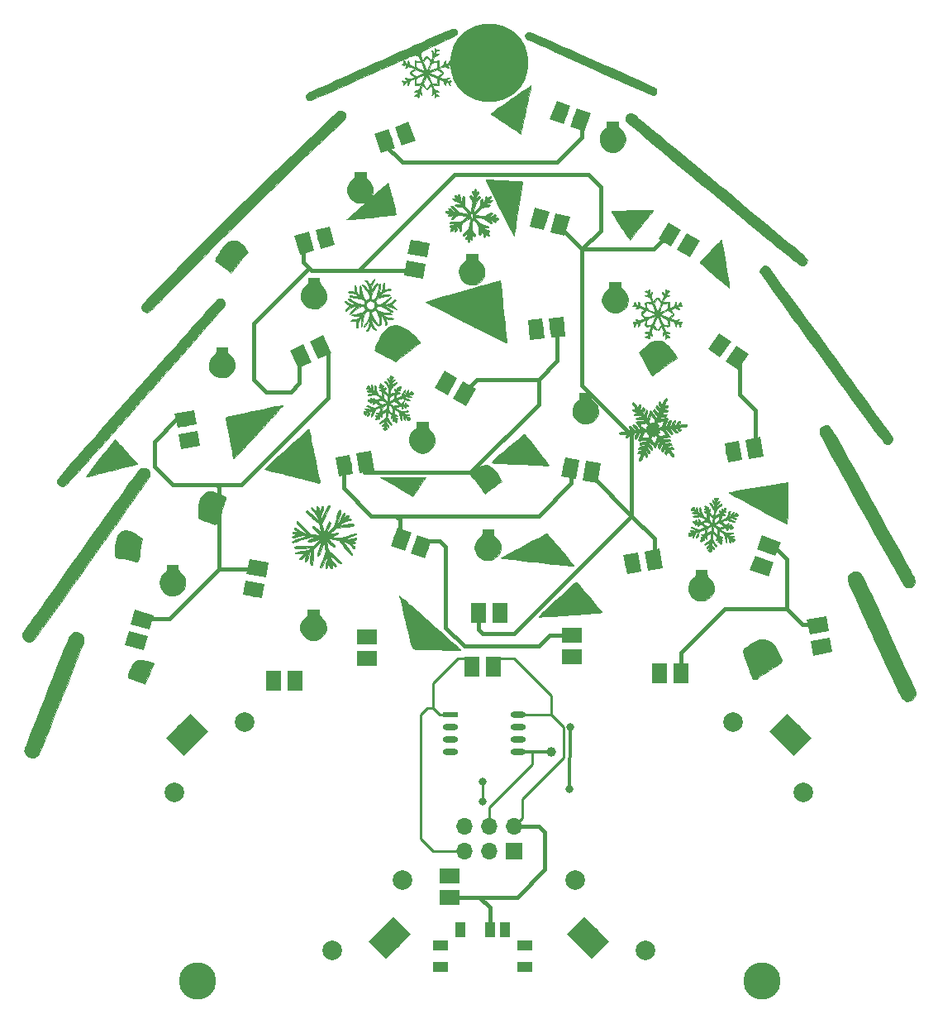
<source format=gbr>
G04 #@! TF.GenerationSoftware,KiCad,Pcbnew,(5.0.1)-rc2*
G04 #@! TF.CreationDate,2018-10-28T19:10:12+01:00*
G04 #@! TF.ProjectId,2D_xmas_tree01,32445F786D61735F7472656530312E6B,rev?*
G04 #@! TF.SameCoordinates,Original*
G04 #@! TF.FileFunction,Copper,L2,Bot,Signal*
G04 #@! TF.FilePolarity,Positive*
%FSLAX46Y46*%
G04 Gerber Fmt 4.6, Leading zero omitted, Abs format (unit mm)*
G04 Created by KiCad (PCBNEW (5.0.1)-rc2) date 28.10.2018 19:10:12*
%MOMM*%
%LPD*%
G01*
G04 APERTURE LIST*
G04 #@! TA.AperFunction,EtchedComponent*
%ADD10C,0.010000*%
G04 #@! TD*
G04 #@! TA.AperFunction,ComponentPad*
%ADD11C,1.524000*%
G04 #@! TD*
G04 #@! TA.AperFunction,Conductor*
%ADD12C,0.100000*%
G04 #@! TD*
G04 #@! TA.AperFunction,ComponentPad*
%ADD13R,1.524000X2.000000*%
G04 #@! TD*
G04 #@! TA.AperFunction,ComponentPad*
%ADD14R,2.000000X1.524000*%
G04 #@! TD*
G04 #@! TA.AperFunction,ComponentPad*
%ADD15R,1.500000X1.000000*%
G04 #@! TD*
G04 #@! TA.AperFunction,ComponentPad*
%ADD16R,1.000000X1.500000*%
G04 #@! TD*
G04 #@! TA.AperFunction,ComponentPad*
%ADD17R,1.700000X1.700000*%
G04 #@! TD*
G04 #@! TA.AperFunction,ComponentPad*
%ADD18O,1.700000X1.700000*%
G04 #@! TD*
G04 #@! TA.AperFunction,ComponentPad*
%ADD19R,1.550000X0.600000*%
G04 #@! TD*
G04 #@! TA.AperFunction,ComponentPad*
%ADD20O,1.550000X0.600000*%
G04 #@! TD*
G04 #@! TA.AperFunction,ComponentPad*
%ADD21C,2.540000*%
G04 #@! TD*
G04 #@! TA.AperFunction,ComponentPad*
%ADD22C,2.000000*%
G04 #@! TD*
G04 #@! TA.AperFunction,ComponentPad*
%ADD23C,8.000000*%
G04 #@! TD*
G04 #@! TA.AperFunction,ComponentPad*
%ADD24C,0.900000*%
G04 #@! TD*
G04 #@! TA.AperFunction,ComponentPad*
%ADD25C,3.800000*%
G04 #@! TD*
G04 #@! TA.AperFunction,ViaPad*
%ADD26C,1.000000*%
G04 #@! TD*
G04 #@! TA.AperFunction,ViaPad*
%ADD27C,0.800000*%
G04 #@! TD*
G04 #@! TA.AperFunction,Conductor*
%ADD28C,0.250000*%
G04 #@! TD*
G04 #@! TA.AperFunction,Conductor*
%ADD29C,0.450000*%
G04 #@! TD*
G04 #@! TA.AperFunction,Conductor*
%ADD30C,0.350000*%
G04 #@! TD*
G04 APERTURE END LIST*
D10*
G04 #@! TO.C,G\002A\002A\002A*
G36*
X106093286Y-109700094D02*
X105841961Y-109817934D01*
X105664378Y-110005406D01*
X105620256Y-110095780D01*
X105534497Y-110293174D01*
X105410996Y-110587749D01*
X105253649Y-110969665D01*
X105066351Y-111429081D01*
X104852998Y-111956157D01*
X104617485Y-112541055D01*
X104363708Y-113173932D01*
X104095561Y-113844951D01*
X103816942Y-114544270D01*
X103531744Y-115262050D01*
X103243864Y-115988450D01*
X102957198Y-116713631D01*
X102675639Y-117427753D01*
X102403085Y-118120976D01*
X102143430Y-118783459D01*
X101900570Y-119405363D01*
X101678400Y-119976848D01*
X101480817Y-120488073D01*
X101311715Y-120929200D01*
X101174989Y-121290387D01*
X101074536Y-121561795D01*
X101014251Y-121733583D01*
X100997500Y-121793948D01*
X101045726Y-121994246D01*
X101168340Y-122211801D01*
X101332250Y-122396217D01*
X101443906Y-122473763D01*
X101722688Y-122548918D01*
X102022123Y-122521853D01*
X102273515Y-122409912D01*
X102311219Y-122380752D01*
X102350677Y-122339560D01*
X102394881Y-122279296D01*
X102446824Y-122192922D01*
X102509497Y-122073399D01*
X102585893Y-121913687D01*
X102679003Y-121706748D01*
X102791820Y-121445543D01*
X102927336Y-121123033D01*
X103088543Y-120732179D01*
X103278432Y-120265942D01*
X103499997Y-119717283D01*
X103756229Y-119079163D01*
X104050120Y-118344544D01*
X104384663Y-117506386D01*
X104762849Y-116557650D01*
X104787860Y-116494881D01*
X105113056Y-115677656D01*
X105424751Y-114892256D01*
X105719728Y-114146908D01*
X105994768Y-113449837D01*
X106246653Y-112809270D01*
X106472166Y-112233433D01*
X106668087Y-111730553D01*
X106831199Y-111308855D01*
X106958284Y-110976566D01*
X107046123Y-110741912D01*
X107091499Y-110613120D01*
X107097234Y-110591594D01*
X107097646Y-110338717D01*
X107039357Y-110148639D01*
X106903582Y-109963596D01*
X106887087Y-109945399D01*
X106645719Y-109762361D01*
X106371162Y-109681082D01*
X106093286Y-109700094D01*
X106093286Y-109700094D01*
G37*
X106093286Y-109700094D02*
X105841961Y-109817934D01*
X105664378Y-110005406D01*
X105620256Y-110095780D01*
X105534497Y-110293174D01*
X105410996Y-110587749D01*
X105253649Y-110969665D01*
X105066351Y-111429081D01*
X104852998Y-111956157D01*
X104617485Y-112541055D01*
X104363708Y-113173932D01*
X104095561Y-113844951D01*
X103816942Y-114544270D01*
X103531744Y-115262050D01*
X103243864Y-115988450D01*
X102957198Y-116713631D01*
X102675639Y-117427753D01*
X102403085Y-118120976D01*
X102143430Y-118783459D01*
X101900570Y-119405363D01*
X101678400Y-119976848D01*
X101480817Y-120488073D01*
X101311715Y-120929200D01*
X101174989Y-121290387D01*
X101074536Y-121561795D01*
X101014251Y-121733583D01*
X100997500Y-121793948D01*
X101045726Y-121994246D01*
X101168340Y-122211801D01*
X101332250Y-122396217D01*
X101443906Y-122473763D01*
X101722688Y-122548918D01*
X102022123Y-122521853D01*
X102273515Y-122409912D01*
X102311219Y-122380752D01*
X102350677Y-122339560D01*
X102394881Y-122279296D01*
X102446824Y-122192922D01*
X102509497Y-122073399D01*
X102585893Y-121913687D01*
X102679003Y-121706748D01*
X102791820Y-121445543D01*
X102927336Y-121123033D01*
X103088543Y-120732179D01*
X103278432Y-120265942D01*
X103499997Y-119717283D01*
X103756229Y-119079163D01*
X104050120Y-118344544D01*
X104384663Y-117506386D01*
X104762849Y-116557650D01*
X104787860Y-116494881D01*
X105113056Y-115677656D01*
X105424751Y-114892256D01*
X105719728Y-114146908D01*
X105994768Y-113449837D01*
X106246653Y-112809270D01*
X106472166Y-112233433D01*
X106668087Y-111730553D01*
X106831199Y-111308855D01*
X106958284Y-110976566D01*
X107046123Y-110741912D01*
X107091499Y-110613120D01*
X107097234Y-110591594D01*
X107097646Y-110338717D01*
X107039357Y-110148639D01*
X106903582Y-109963596D01*
X106887087Y-109945399D01*
X106645719Y-109762361D01*
X106371162Y-109681082D01*
X106093286Y-109700094D01*
G36*
X185947714Y-103527074D02*
X185687255Y-103639806D01*
X185483118Y-103835802D01*
X185360946Y-104102460D01*
X185345105Y-104186664D01*
X185341697Y-104235613D01*
X185345868Y-104294566D01*
X185360606Y-104370385D01*
X185388896Y-104469930D01*
X185433728Y-104600066D01*
X185498088Y-104767652D01*
X185584963Y-104979551D01*
X185697341Y-105242625D01*
X185838210Y-105563737D01*
X186010556Y-105949746D01*
X186217367Y-106407517D01*
X186461630Y-106943909D01*
X186746333Y-107565786D01*
X187074463Y-108280010D01*
X187449007Y-109093441D01*
X187872953Y-110012943D01*
X188026651Y-110346126D01*
X188404985Y-111165037D01*
X188770578Y-111954121D01*
X189119667Y-112705376D01*
X189448486Y-113410798D01*
X189753270Y-114062385D01*
X190030254Y-114652132D01*
X190275674Y-115172038D01*
X190485765Y-115614099D01*
X190656761Y-115970311D01*
X190784898Y-116232672D01*
X190866411Y-116393179D01*
X190893588Y-116440474D01*
X191031664Y-116571188D01*
X191221442Y-116685473D01*
X191413650Y-116758630D01*
X191548500Y-116768779D01*
X191629440Y-116749091D01*
X191704604Y-116730180D01*
X191978247Y-116599565D01*
X192182422Y-116379640D01*
X192295217Y-116098858D01*
X192310500Y-115943485D01*
X192283147Y-115845118D01*
X192201264Y-115632775D01*
X192065116Y-115307050D01*
X191874969Y-114868539D01*
X191631087Y-114317836D01*
X191333736Y-113655536D01*
X190983180Y-112882234D01*
X190579686Y-111998525D01*
X190123517Y-111005003D01*
X189698179Y-110082457D01*
X189239442Y-109088997D01*
X188830956Y-108204366D01*
X188469592Y-107422155D01*
X188152223Y-106735956D01*
X187875720Y-106139358D01*
X187636955Y-105625954D01*
X187432800Y-105189335D01*
X187260127Y-104823091D01*
X187115809Y-104520814D01*
X186996715Y-104276095D01*
X186899720Y-104082525D01*
X186821694Y-103933696D01*
X186759509Y-103823198D01*
X186710038Y-103744622D01*
X186670152Y-103691561D01*
X186636723Y-103657604D01*
X186606623Y-103636344D01*
X186576724Y-103621371D01*
X186543898Y-103606276D01*
X186535031Y-103601817D01*
X186238853Y-103510210D01*
X185947714Y-103527074D01*
X185947714Y-103527074D01*
G37*
X185947714Y-103527074D02*
X185687255Y-103639806D01*
X185483118Y-103835802D01*
X185360946Y-104102460D01*
X185345105Y-104186664D01*
X185341697Y-104235613D01*
X185345868Y-104294566D01*
X185360606Y-104370385D01*
X185388896Y-104469930D01*
X185433728Y-104600066D01*
X185498088Y-104767652D01*
X185584963Y-104979551D01*
X185697341Y-105242625D01*
X185838210Y-105563737D01*
X186010556Y-105949746D01*
X186217367Y-106407517D01*
X186461630Y-106943909D01*
X186746333Y-107565786D01*
X187074463Y-108280010D01*
X187449007Y-109093441D01*
X187872953Y-110012943D01*
X188026651Y-110346126D01*
X188404985Y-111165037D01*
X188770578Y-111954121D01*
X189119667Y-112705376D01*
X189448486Y-113410798D01*
X189753270Y-114062385D01*
X190030254Y-114652132D01*
X190275674Y-115172038D01*
X190485765Y-115614099D01*
X190656761Y-115970311D01*
X190784898Y-116232672D01*
X190866411Y-116393179D01*
X190893588Y-116440474D01*
X191031664Y-116571188D01*
X191221442Y-116685473D01*
X191413650Y-116758630D01*
X191548500Y-116768779D01*
X191629440Y-116749091D01*
X191704604Y-116730180D01*
X191978247Y-116599565D01*
X192182422Y-116379640D01*
X192295217Y-116098858D01*
X192310500Y-115943485D01*
X192283147Y-115845118D01*
X192201264Y-115632775D01*
X192065116Y-115307050D01*
X191874969Y-114868539D01*
X191631087Y-114317836D01*
X191333736Y-113655536D01*
X190983180Y-112882234D01*
X190579686Y-111998525D01*
X190123517Y-111005003D01*
X189698179Y-110082457D01*
X189239442Y-109088997D01*
X188830956Y-108204366D01*
X188469592Y-107422155D01*
X188152223Y-106735956D01*
X187875720Y-106139358D01*
X187636955Y-105625954D01*
X187432800Y-105189335D01*
X187260127Y-104823091D01*
X187115809Y-104520814D01*
X186996715Y-104276095D01*
X186899720Y-104082525D01*
X186821694Y-103933696D01*
X186759509Y-103823198D01*
X186710038Y-103744622D01*
X186670152Y-103691561D01*
X186636723Y-103657604D01*
X186606623Y-103636344D01*
X186576724Y-103621371D01*
X186543898Y-103606276D01*
X186535031Y-103601817D01*
X186238853Y-103510210D01*
X185947714Y-103527074D01*
G36*
X112673387Y-112590499D02*
X112418373Y-112662198D01*
X112226401Y-112799723D01*
X112125713Y-112924350D01*
X112046326Y-113066961D01*
X111946493Y-113282844D01*
X111839575Y-113538049D01*
X111738931Y-113798623D01*
X111657922Y-114030615D01*
X111609908Y-114200076D01*
X111602404Y-114254203D01*
X111658540Y-114307936D01*
X111808772Y-114387680D01*
X112026407Y-114480221D01*
X112158029Y-114529253D01*
X112452520Y-114635851D01*
X112745745Y-114745051D01*
X112986032Y-114837530D01*
X113039508Y-114858896D01*
X113365766Y-114991036D01*
X113667734Y-114248643D01*
X113799051Y-113931376D01*
X113929184Y-113626604D01*
X114042533Y-113370312D01*
X114119352Y-113206735D01*
X114203508Y-113032844D01*
X114257794Y-112910198D01*
X114269000Y-112875912D01*
X114211371Y-112831184D01*
X114059019Y-112774638D01*
X113842754Y-112713725D01*
X113593382Y-112655901D01*
X113341711Y-112608620D01*
X113118548Y-112579334D01*
X113019530Y-112573605D01*
X112673387Y-112590499D01*
X112673387Y-112590499D01*
G37*
X112673387Y-112590499D02*
X112418373Y-112662198D01*
X112226401Y-112799723D01*
X112125713Y-112924350D01*
X112046326Y-113066961D01*
X111946493Y-113282844D01*
X111839575Y-113538049D01*
X111738931Y-113798623D01*
X111657922Y-114030615D01*
X111609908Y-114200076D01*
X111602404Y-114254203D01*
X111658540Y-114307936D01*
X111808772Y-114387680D01*
X112026407Y-114480221D01*
X112158029Y-114529253D01*
X112452520Y-114635851D01*
X112745745Y-114745051D01*
X112986032Y-114837530D01*
X113039508Y-114858896D01*
X113365766Y-114991036D01*
X113667734Y-114248643D01*
X113799051Y-113931376D01*
X113929184Y-113626604D01*
X114042533Y-113370312D01*
X114119352Y-113206735D01*
X114203508Y-113032844D01*
X114257794Y-112910198D01*
X114269000Y-112875912D01*
X114211371Y-112831184D01*
X114059019Y-112774638D01*
X113842754Y-112713725D01*
X113593382Y-112655901D01*
X113341711Y-112608620D01*
X113118548Y-112579334D01*
X113019530Y-112573605D01*
X112673387Y-112590499D01*
G36*
X176279105Y-110482134D02*
X175812551Y-110654458D01*
X175310433Y-110948565D01*
X175218057Y-111013124D01*
X175005711Y-111171324D01*
X174820334Y-111320647D01*
X174698872Y-111431195D01*
X174691324Y-111439343D01*
X174619750Y-111528828D01*
X174598509Y-111611464D01*
X174626190Y-111732803D01*
X174677790Y-111875500D01*
X174733904Y-112031270D01*
X174821575Y-112281970D01*
X174932007Y-112602109D01*
X175056404Y-112966197D01*
X175174838Y-113315750D01*
X175299308Y-113676164D01*
X175414811Y-113994878D01*
X175513804Y-114252293D01*
X175588739Y-114428812D01*
X175632073Y-114504836D01*
X175632872Y-114505402D01*
X175811787Y-114548413D01*
X176025169Y-114471909D01*
X176181500Y-114357495D01*
X176367673Y-114210254D01*
X176635262Y-114015643D01*
X176957041Y-113792064D01*
X177305785Y-113557922D01*
X177654269Y-113331619D01*
X177975266Y-113131558D01*
X178139516Y-113033990D01*
X178350083Y-112911056D01*
X178486527Y-112813470D01*
X178554627Y-112714235D01*
X178560161Y-112586358D01*
X178508911Y-112402845D01*
X178406655Y-112136699D01*
X178357890Y-112014000D01*
X178094858Y-111452487D01*
X177799079Y-111013655D01*
X177470084Y-110697353D01*
X177107403Y-110503432D01*
X176710566Y-110431742D01*
X176279105Y-110482134D01*
X176279105Y-110482134D01*
G37*
X176279105Y-110482134D02*
X175812551Y-110654458D01*
X175310433Y-110948565D01*
X175218057Y-111013124D01*
X175005711Y-111171324D01*
X174820334Y-111320647D01*
X174698872Y-111431195D01*
X174691324Y-111439343D01*
X174619750Y-111528828D01*
X174598509Y-111611464D01*
X174626190Y-111732803D01*
X174677790Y-111875500D01*
X174733904Y-112031270D01*
X174821575Y-112281970D01*
X174932007Y-112602109D01*
X175056404Y-112966197D01*
X175174838Y-113315750D01*
X175299308Y-113676164D01*
X175414811Y-113994878D01*
X175513804Y-114252293D01*
X175588739Y-114428812D01*
X175632073Y-114504836D01*
X175632872Y-114505402D01*
X175811787Y-114548413D01*
X176025169Y-114471909D01*
X176181500Y-114357495D01*
X176367673Y-114210254D01*
X176635262Y-114015643D01*
X176957041Y-113792064D01*
X177305785Y-113557922D01*
X177654269Y-113331619D01*
X177975266Y-113131558D01*
X178139516Y-113033990D01*
X178350083Y-112911056D01*
X178486527Y-112813470D01*
X178554627Y-112714235D01*
X178560161Y-112586358D01*
X178508911Y-112402845D01*
X178406655Y-112136699D01*
X178357890Y-112014000D01*
X178094858Y-111452487D01*
X177799079Y-111013655D01*
X177470084Y-110697353D01*
X177107403Y-110503432D01*
X176710566Y-110431742D01*
X176279105Y-110482134D01*
G36*
X139438984Y-106054274D02*
X139477867Y-106229981D01*
X139540486Y-106497710D01*
X139622974Y-106841952D01*
X139721462Y-107247199D01*
X139832083Y-107697941D01*
X139950969Y-108178672D01*
X140074253Y-108673881D01*
X140198066Y-109168060D01*
X140318542Y-109645701D01*
X140431811Y-110091295D01*
X140534007Y-110489334D01*
X140621261Y-110824309D01*
X140689707Y-111080712D01*
X140735475Y-111243034D01*
X140749691Y-111286879D01*
X140768765Y-111327662D01*
X140800991Y-111359897D01*
X140860815Y-111385035D01*
X140962685Y-111404526D01*
X141121047Y-111419818D01*
X141350349Y-111432364D01*
X141665037Y-111443612D01*
X142079559Y-111455012D01*
X142537340Y-111466296D01*
X143041305Y-111479354D01*
X143545810Y-111493978D01*
X144024215Y-111509281D01*
X144449885Y-111524377D01*
X144796180Y-111538380D01*
X144995466Y-111548052D01*
X145339894Y-111562433D01*
X145565163Y-111560712D01*
X145678123Y-111542613D01*
X145693966Y-111519837D01*
X145642710Y-111464269D01*
X145506591Y-111334856D01*
X145295157Y-111140027D01*
X145017956Y-110888215D01*
X144684534Y-110587850D01*
X144304438Y-110247364D01*
X143887217Y-109875188D01*
X143442418Y-109479754D01*
X142979587Y-109069492D01*
X142508272Y-108652834D01*
X142038021Y-108238211D01*
X141578380Y-107834054D01*
X141138897Y-107448795D01*
X140729120Y-107090865D01*
X140358596Y-106768694D01*
X140036871Y-106490715D01*
X139773494Y-106265359D01*
X139578011Y-106101056D01*
X139459971Y-106006238D01*
X139427705Y-105986097D01*
X139438984Y-106054274D01*
X139438984Y-106054274D01*
G37*
X139438984Y-106054274D02*
X139477867Y-106229981D01*
X139540486Y-106497710D01*
X139622974Y-106841952D01*
X139721462Y-107247199D01*
X139832083Y-107697941D01*
X139950969Y-108178672D01*
X140074253Y-108673881D01*
X140198066Y-109168060D01*
X140318542Y-109645701D01*
X140431811Y-110091295D01*
X140534007Y-110489334D01*
X140621261Y-110824309D01*
X140689707Y-111080712D01*
X140735475Y-111243034D01*
X140749691Y-111286879D01*
X140768765Y-111327662D01*
X140800991Y-111359897D01*
X140860815Y-111385035D01*
X140962685Y-111404526D01*
X141121047Y-111419818D01*
X141350349Y-111432364D01*
X141665037Y-111443612D01*
X142079559Y-111455012D01*
X142537340Y-111466296D01*
X143041305Y-111479354D01*
X143545810Y-111493978D01*
X144024215Y-111509281D01*
X144449885Y-111524377D01*
X144796180Y-111538380D01*
X144995466Y-111548052D01*
X145339894Y-111562433D01*
X145565163Y-111560712D01*
X145678123Y-111542613D01*
X145693966Y-111519837D01*
X145642710Y-111464269D01*
X145506591Y-111334856D01*
X145295157Y-111140027D01*
X145017956Y-110888215D01*
X144684534Y-110587850D01*
X144304438Y-110247364D01*
X143887217Y-109875188D01*
X143442418Y-109479754D01*
X142979587Y-109069492D01*
X142508272Y-108652834D01*
X142038021Y-108238211D01*
X141578380Y-107834054D01*
X141138897Y-107448795D01*
X140729120Y-107090865D01*
X140358596Y-106768694D01*
X140036871Y-106490715D01*
X139773494Y-106265359D01*
X139578011Y-106101056D01*
X139459971Y-106006238D01*
X139427705Y-105986097D01*
X139438984Y-106054274D01*
G36*
X112907354Y-92945336D02*
X112741294Y-93069084D01*
X112688757Y-93136670D01*
X112567541Y-93301046D01*
X112382471Y-93555439D01*
X112138377Y-93893075D01*
X111840085Y-94307178D01*
X111492424Y-94790976D01*
X111100219Y-95337693D01*
X110668300Y-95940556D01*
X110201493Y-96592791D01*
X109704626Y-97287623D01*
X109182527Y-98018278D01*
X108640023Y-98777982D01*
X108081941Y-99559962D01*
X107513109Y-100357442D01*
X106938354Y-101163649D01*
X106362505Y-101971809D01*
X105790388Y-102775147D01*
X105226831Y-103566890D01*
X104676661Y-104340263D01*
X104144707Y-105088491D01*
X103635795Y-105804802D01*
X103154753Y-106482420D01*
X102706408Y-107114572D01*
X102295588Y-107694484D01*
X101927121Y-108215381D01*
X101605834Y-108670489D01*
X101336555Y-109053034D01*
X101124110Y-109356243D01*
X100973328Y-109573340D01*
X100889036Y-109697551D01*
X100873416Y-109722552D01*
X100800873Y-109975604D01*
X100835030Y-110224551D01*
X100957298Y-110444513D01*
X101149087Y-110610609D01*
X101391808Y-110697957D01*
X101600750Y-110696060D01*
X101747847Y-110640353D01*
X101863521Y-110566530D01*
X101919523Y-110499633D01*
X102043749Y-110335805D01*
X102231420Y-110081779D01*
X102477756Y-109744289D01*
X102777979Y-109330067D01*
X103127310Y-108845848D01*
X103520970Y-108298365D01*
X103954179Y-107694351D01*
X104422160Y-107040539D01*
X104920132Y-106343662D01*
X105443318Y-105610454D01*
X105986937Y-104847649D01*
X106546212Y-104061978D01*
X107116362Y-103260177D01*
X107692610Y-102448977D01*
X108270175Y-101635113D01*
X108844280Y-100825318D01*
X109410145Y-100026324D01*
X109962992Y-99244866D01*
X110498040Y-98487676D01*
X111010512Y-97761489D01*
X111495628Y-97073036D01*
X111948609Y-96429052D01*
X112364677Y-95836269D01*
X112739052Y-95301422D01*
X113066955Y-94831243D01*
X113343608Y-94432466D01*
X113564231Y-94111824D01*
X113724046Y-93876050D01*
X113818273Y-93731877D01*
X113842944Y-93688196D01*
X113868656Y-93498683D01*
X113812341Y-93301027D01*
X113797517Y-93268763D01*
X113630846Y-93043632D01*
X113406722Y-92910863D01*
X113155454Y-92876188D01*
X112907354Y-92945336D01*
X112907354Y-92945336D01*
G37*
X112907354Y-92945336D02*
X112741294Y-93069084D01*
X112688757Y-93136670D01*
X112567541Y-93301046D01*
X112382471Y-93555439D01*
X112138377Y-93893075D01*
X111840085Y-94307178D01*
X111492424Y-94790976D01*
X111100219Y-95337693D01*
X110668300Y-95940556D01*
X110201493Y-96592791D01*
X109704626Y-97287623D01*
X109182527Y-98018278D01*
X108640023Y-98777982D01*
X108081941Y-99559962D01*
X107513109Y-100357442D01*
X106938354Y-101163649D01*
X106362505Y-101971809D01*
X105790388Y-102775147D01*
X105226831Y-103566890D01*
X104676661Y-104340263D01*
X104144707Y-105088491D01*
X103635795Y-105804802D01*
X103154753Y-106482420D01*
X102706408Y-107114572D01*
X102295588Y-107694484D01*
X101927121Y-108215381D01*
X101605834Y-108670489D01*
X101336555Y-109053034D01*
X101124110Y-109356243D01*
X100973328Y-109573340D01*
X100889036Y-109697551D01*
X100873416Y-109722552D01*
X100800873Y-109975604D01*
X100835030Y-110224551D01*
X100957298Y-110444513D01*
X101149087Y-110610609D01*
X101391808Y-110697957D01*
X101600750Y-110696060D01*
X101747847Y-110640353D01*
X101863521Y-110566530D01*
X101919523Y-110499633D01*
X102043749Y-110335805D01*
X102231420Y-110081779D01*
X102477756Y-109744289D01*
X102777979Y-109330067D01*
X103127310Y-108845848D01*
X103520970Y-108298365D01*
X103954179Y-107694351D01*
X104422160Y-107040539D01*
X104920132Y-106343662D01*
X105443318Y-105610454D01*
X105986937Y-104847649D01*
X106546212Y-104061978D01*
X107116362Y-103260177D01*
X107692610Y-102448977D01*
X108270175Y-101635113D01*
X108844280Y-100825318D01*
X109410145Y-100026324D01*
X109962992Y-99244866D01*
X110498040Y-98487676D01*
X111010512Y-97761489D01*
X111495628Y-97073036D01*
X111948609Y-96429052D01*
X112364677Y-95836269D01*
X112739052Y-95301422D01*
X113066955Y-94831243D01*
X113343608Y-94432466D01*
X113564231Y-94111824D01*
X113724046Y-93876050D01*
X113818273Y-93731877D01*
X113842944Y-93688196D01*
X113868656Y-93498683D01*
X113812341Y-93301027D01*
X113797517Y-93268763D01*
X113630846Y-93043632D01*
X113406722Y-92910863D01*
X113155454Y-92876188D01*
X112907354Y-92945336D01*
G36*
X130017000Y-107685372D02*
X130007773Y-107875113D01*
X129962367Y-108002572D01*
X129854198Y-108120378D01*
X129756058Y-108201943D01*
X129574760Y-108381351D01*
X129420963Y-108590027D01*
X129376453Y-108672946D01*
X129269097Y-109043824D01*
X129273200Y-109406429D01*
X129374297Y-109744935D01*
X129557924Y-110043516D01*
X129809618Y-110286350D01*
X130114912Y-110457609D01*
X130459344Y-110541469D01*
X130828450Y-110522106D01*
X131017832Y-110468735D01*
X131356099Y-110284741D01*
X131631882Y-110014143D01*
X131825493Y-109684134D01*
X131917244Y-109321903D01*
X131922000Y-109220000D01*
X131863834Y-108867653D01*
X131703139Y-108526007D01*
X131460624Y-108236453D01*
X131407100Y-108190819D01*
X131256662Y-108057329D01*
X131183928Y-107938207D01*
X131161250Y-107776895D01*
X131160000Y-107685372D01*
X131160000Y-107378500D01*
X130017000Y-107378500D01*
X130017000Y-107685372D01*
X130017000Y-107685372D01*
G37*
X130017000Y-107685372D02*
X130007773Y-107875113D01*
X129962367Y-108002572D01*
X129854198Y-108120378D01*
X129756058Y-108201943D01*
X129574760Y-108381351D01*
X129420963Y-108590027D01*
X129376453Y-108672946D01*
X129269097Y-109043824D01*
X129273200Y-109406429D01*
X129374297Y-109744935D01*
X129557924Y-110043516D01*
X129809618Y-110286350D01*
X130114912Y-110457609D01*
X130459344Y-110541469D01*
X130828450Y-110522106D01*
X131017832Y-110468735D01*
X131356099Y-110284741D01*
X131631882Y-110014143D01*
X131825493Y-109684134D01*
X131917244Y-109321903D01*
X131922000Y-109220000D01*
X131863834Y-108867653D01*
X131703139Y-108526007D01*
X131460624Y-108236453D01*
X131407100Y-108190819D01*
X131256662Y-108057329D01*
X131183928Y-107938207D01*
X131161250Y-107776895D01*
X131160000Y-107685372D01*
X131160000Y-107378500D01*
X130017000Y-107378500D01*
X130017000Y-107685372D01*
G36*
X157471390Y-104596260D02*
X157335941Y-104706972D01*
X157131839Y-104882266D01*
X156871215Y-105111147D01*
X156566205Y-105382621D01*
X156228941Y-105685692D01*
X155871557Y-106009366D01*
X155506186Y-106342647D01*
X155144963Y-106674542D01*
X154800020Y-106994055D01*
X154483492Y-107290191D01*
X154207511Y-107551956D01*
X153984212Y-107768354D01*
X153957191Y-107795052D01*
X153783750Y-107968584D01*
X153692012Y-108070877D01*
X153673447Y-108120066D01*
X153719529Y-108134286D01*
X153798441Y-108132618D01*
X153898576Y-108126783D01*
X154112204Y-108113105D01*
X154426118Y-108092470D01*
X154827112Y-108065759D01*
X155301977Y-108033858D01*
X155837508Y-107997650D01*
X156420497Y-107958019D01*
X157037738Y-107915849D01*
X157058661Y-107914416D01*
X157670300Y-107871896D01*
X158242730Y-107830898D01*
X158763587Y-107792393D01*
X159220507Y-107757351D01*
X159601129Y-107726744D01*
X159893088Y-107701542D01*
X160084021Y-107682717D01*
X160161565Y-107671239D01*
X160162489Y-107670677D01*
X160129493Y-107618403D01*
X160025174Y-107484120D01*
X159861378Y-107281800D01*
X159649951Y-107025414D01*
X159402738Y-106728933D01*
X159131585Y-106406329D01*
X158848337Y-106071573D01*
X158564840Y-105738636D01*
X158292940Y-105421489D01*
X158044481Y-105134104D01*
X157831310Y-104890452D01*
X157665271Y-104704504D01*
X157558211Y-104590231D01*
X157526051Y-104561124D01*
X157471390Y-104596260D01*
X157471390Y-104596260D01*
G37*
X157471390Y-104596260D02*
X157335941Y-104706972D01*
X157131839Y-104882266D01*
X156871215Y-105111147D01*
X156566205Y-105382621D01*
X156228941Y-105685692D01*
X155871557Y-106009366D01*
X155506186Y-106342647D01*
X155144963Y-106674542D01*
X154800020Y-106994055D01*
X154483492Y-107290191D01*
X154207511Y-107551956D01*
X153984212Y-107768354D01*
X153957191Y-107795052D01*
X153783750Y-107968584D01*
X153692012Y-108070877D01*
X153673447Y-108120066D01*
X153719529Y-108134286D01*
X153798441Y-108132618D01*
X153898576Y-108126783D01*
X154112204Y-108113105D01*
X154426118Y-108092470D01*
X154827112Y-108065759D01*
X155301977Y-108033858D01*
X155837508Y-107997650D01*
X156420497Y-107958019D01*
X157037738Y-107915849D01*
X157058661Y-107914416D01*
X157670300Y-107871896D01*
X158242730Y-107830898D01*
X158763587Y-107792393D01*
X159220507Y-107757351D01*
X159601129Y-107726744D01*
X159893088Y-107701542D01*
X160084021Y-107682717D01*
X160161565Y-107671239D01*
X160162489Y-107670677D01*
X160129493Y-107618403D01*
X160025174Y-107484120D01*
X159861378Y-107281800D01*
X159649951Y-107025414D01*
X159402738Y-106728933D01*
X159131585Y-106406329D01*
X158848337Y-106071573D01*
X158564840Y-105738636D01*
X158292940Y-105421489D01*
X158044481Y-105134104D01*
X157831310Y-104890452D01*
X157665271Y-104704504D01*
X157558211Y-104590231D01*
X157526051Y-104561124D01*
X157471390Y-104596260D01*
G36*
X169768000Y-103653019D02*
X169760334Y-103858062D01*
X169727124Y-103977157D01*
X169653051Y-104050944D01*
X169608156Y-104077085D01*
X169407341Y-104237552D01*
X169221549Y-104478060D01*
X169085472Y-104753182D01*
X169080056Y-104768600D01*
X169008883Y-105145784D01*
X169048205Y-105500449D01*
X169181887Y-105819740D01*
X169393792Y-106090802D01*
X169667785Y-106300781D01*
X169987729Y-106436820D01*
X170337488Y-106486066D01*
X170700926Y-106435664D01*
X171008496Y-106304903D01*
X171307712Y-106069162D01*
X171518166Y-105771098D01*
X171638230Y-105434132D01*
X171666277Y-105081682D01*
X171600679Y-104737167D01*
X171439810Y-104424007D01*
X171182042Y-104165620D01*
X171158321Y-104148800D01*
X171015186Y-104039975D01*
X170942949Y-103938106D01*
X170917053Y-103792965D01*
X170913410Y-103647875D01*
X170911000Y-103314500D01*
X169768000Y-103314500D01*
X169768000Y-103653019D01*
X169768000Y-103653019D01*
G37*
X169768000Y-103653019D02*
X169760334Y-103858062D01*
X169727124Y-103977157D01*
X169653051Y-104050944D01*
X169608156Y-104077085D01*
X169407341Y-104237552D01*
X169221549Y-104478060D01*
X169085472Y-104753182D01*
X169080056Y-104768600D01*
X169008883Y-105145784D01*
X169048205Y-105500449D01*
X169181887Y-105819740D01*
X169393792Y-106090802D01*
X169667785Y-106300781D01*
X169987729Y-106436820D01*
X170337488Y-106486066D01*
X170700926Y-106435664D01*
X171008496Y-106304903D01*
X171307712Y-106069162D01*
X171518166Y-105771098D01*
X171638230Y-105434132D01*
X171666277Y-105081682D01*
X171600679Y-104737167D01*
X171439810Y-104424007D01*
X171182042Y-104165620D01*
X171158321Y-104148800D01*
X171015186Y-104039975D01*
X170942949Y-103938106D01*
X170917053Y-103792965D01*
X170913410Y-103647875D01*
X170911000Y-103314500D01*
X169768000Y-103314500D01*
X169768000Y-103653019D01*
G36*
X115601714Y-103139875D02*
X115594211Y-103341081D01*
X115557806Y-103463370D01*
X115469842Y-103554670D01*
X115374881Y-103619713D01*
X115191976Y-103792558D01*
X115024522Y-104042740D01*
X114899055Y-104321082D01*
X114842112Y-104578404D01*
X114841121Y-104608882D01*
X114898949Y-104987089D01*
X115061714Y-105331212D01*
X115309388Y-105621257D01*
X115621943Y-105837226D01*
X115979351Y-105959124D01*
X116213118Y-105978712D01*
X116395785Y-105954876D01*
X116608107Y-105899859D01*
X116642328Y-105888211D01*
X116913043Y-105743891D01*
X117169637Y-105526026D01*
X117366571Y-105276450D01*
X117419822Y-105173914D01*
X117488286Y-104904882D01*
X117502517Y-104585622D01*
X117463409Y-104277557D01*
X117404223Y-104100302D01*
X117296184Y-103933263D01*
X117132280Y-103743068D01*
X117023223Y-103638200D01*
X116863557Y-103487484D01*
X116780398Y-103366559D01*
X116749330Y-103228120D01*
X116745500Y-103100119D01*
X116745500Y-102806500D01*
X115602500Y-102806500D01*
X115601714Y-103139875D01*
X115601714Y-103139875D01*
G37*
X115601714Y-103139875D02*
X115594211Y-103341081D01*
X115557806Y-103463370D01*
X115469842Y-103554670D01*
X115374881Y-103619713D01*
X115191976Y-103792558D01*
X115024522Y-104042740D01*
X114899055Y-104321082D01*
X114842112Y-104578404D01*
X114841121Y-104608882D01*
X114898949Y-104987089D01*
X115061714Y-105331212D01*
X115309388Y-105621257D01*
X115621943Y-105837226D01*
X115979351Y-105959124D01*
X116213118Y-105978712D01*
X116395785Y-105954876D01*
X116608107Y-105899859D01*
X116642328Y-105888211D01*
X116913043Y-105743891D01*
X117169637Y-105526026D01*
X117366571Y-105276450D01*
X117419822Y-105173914D01*
X117488286Y-104904882D01*
X117502517Y-104585622D01*
X117463409Y-104277557D01*
X117404223Y-104100302D01*
X117296184Y-103933263D01*
X117132280Y-103743068D01*
X117023223Y-103638200D01*
X116863557Y-103487484D01*
X116780398Y-103366559D01*
X116749330Y-103228120D01*
X116745500Y-103100119D01*
X116745500Y-102806500D01*
X115602500Y-102806500D01*
X115601714Y-103139875D01*
G36*
X182945621Y-88582047D02*
X182694587Y-88722201D01*
X182528788Y-88936073D01*
X182468012Y-89197993D01*
X182468000Y-89201701D01*
X182479993Y-89255697D01*
X182517661Y-89352926D01*
X182583537Y-89498092D01*
X182680156Y-89695898D01*
X182810052Y-89951047D01*
X182975759Y-90268242D01*
X183179811Y-90652187D01*
X183424742Y-91107585D01*
X183713086Y-91639139D01*
X184047378Y-92251552D01*
X184430151Y-92949528D01*
X184863940Y-93737770D01*
X185351278Y-94620981D01*
X185894700Y-95603864D01*
X186496740Y-96691123D01*
X186731510Y-97114763D01*
X187240803Y-98032855D01*
X187734735Y-98921793D01*
X188209661Y-99775091D01*
X188661936Y-100586261D01*
X189087916Y-101348813D01*
X189483957Y-102056261D01*
X189846414Y-102702116D01*
X190171644Y-103279892D01*
X190456002Y-103783099D01*
X190695843Y-104205250D01*
X190887524Y-104539857D01*
X191027400Y-104780432D01*
X191111826Y-104920487D01*
X191135071Y-104954367D01*
X191313822Y-105070347D01*
X191546306Y-105131593D01*
X191775555Y-105128289D01*
X191897750Y-105085787D01*
X192118839Y-104893607D01*
X192230344Y-104637748D01*
X192244152Y-104489250D01*
X192237436Y-104441087D01*
X192215382Y-104368784D01*
X192175118Y-104266998D01*
X192113772Y-104130386D01*
X192028473Y-103953607D01*
X191916350Y-103731317D01*
X191774530Y-103458175D01*
X191600141Y-103128838D01*
X191390313Y-102737964D01*
X191142174Y-102280211D01*
X190852852Y-101750236D01*
X190519475Y-101142697D01*
X190139172Y-100452251D01*
X189709071Y-99673557D01*
X189226301Y-98801271D01*
X188687990Y-97830052D01*
X188091267Y-96754558D01*
X187943439Y-96488250D01*
X187341376Y-95403913D01*
X186797664Y-94425196D01*
X186309133Y-93546609D01*
X185872619Y-92762666D01*
X185484951Y-92067878D01*
X185142965Y-91456758D01*
X184843491Y-90923818D01*
X184583363Y-90463571D01*
X184359413Y-90070529D01*
X184168475Y-89739204D01*
X184007380Y-89464108D01*
X183872961Y-89239754D01*
X183762051Y-89060654D01*
X183671482Y-88921321D01*
X183598088Y-88816266D01*
X183538700Y-88740002D01*
X183490152Y-88687041D01*
X183449276Y-88651896D01*
X183412905Y-88629078D01*
X183405003Y-88625075D01*
X183223545Y-88552972D01*
X183073232Y-88548184D01*
X182945621Y-88582047D01*
X182945621Y-88582047D01*
G37*
X182945621Y-88582047D02*
X182694587Y-88722201D01*
X182528788Y-88936073D01*
X182468012Y-89197993D01*
X182468000Y-89201701D01*
X182479993Y-89255697D01*
X182517661Y-89352926D01*
X182583537Y-89498092D01*
X182680156Y-89695898D01*
X182810052Y-89951047D01*
X182975759Y-90268242D01*
X183179811Y-90652187D01*
X183424742Y-91107585D01*
X183713086Y-91639139D01*
X184047378Y-92251552D01*
X184430151Y-92949528D01*
X184863940Y-93737770D01*
X185351278Y-94620981D01*
X185894700Y-95603864D01*
X186496740Y-96691123D01*
X186731510Y-97114763D01*
X187240803Y-98032855D01*
X187734735Y-98921793D01*
X188209661Y-99775091D01*
X188661936Y-100586261D01*
X189087916Y-101348813D01*
X189483957Y-102056261D01*
X189846414Y-102702116D01*
X190171644Y-103279892D01*
X190456002Y-103783099D01*
X190695843Y-104205250D01*
X190887524Y-104539857D01*
X191027400Y-104780432D01*
X191111826Y-104920487D01*
X191135071Y-104954367D01*
X191313822Y-105070347D01*
X191546306Y-105131593D01*
X191775555Y-105128289D01*
X191897750Y-105085787D01*
X192118839Y-104893607D01*
X192230344Y-104637748D01*
X192244152Y-104489250D01*
X192237436Y-104441087D01*
X192215382Y-104368784D01*
X192175118Y-104266998D01*
X192113772Y-104130386D01*
X192028473Y-103953607D01*
X191916350Y-103731317D01*
X191774530Y-103458175D01*
X191600141Y-103128838D01*
X191390313Y-102737964D01*
X191142174Y-102280211D01*
X190852852Y-101750236D01*
X190519475Y-101142697D01*
X190139172Y-100452251D01*
X189709071Y-99673557D01*
X189226301Y-98801271D01*
X188687990Y-97830052D01*
X188091267Y-96754558D01*
X187943439Y-96488250D01*
X187341376Y-95403913D01*
X186797664Y-94425196D01*
X186309133Y-93546609D01*
X185872619Y-92762666D01*
X185484951Y-92067878D01*
X185142965Y-91456758D01*
X184843491Y-90923818D01*
X184583363Y-90463571D01*
X184359413Y-90070529D01*
X184168475Y-89739204D01*
X184007380Y-89464108D01*
X183872961Y-89239754D01*
X183762051Y-89060654D01*
X183671482Y-88921321D01*
X183598088Y-88816266D01*
X183538700Y-88740002D01*
X183490152Y-88687041D01*
X183449276Y-88651896D01*
X183412905Y-88629078D01*
X183405003Y-88625075D01*
X183223545Y-88552972D01*
X183073232Y-88548184D01*
X182945621Y-88582047D01*
G36*
X132130358Y-96768607D02*
X132016559Y-96937648D01*
X131867853Y-97209703D01*
X131763691Y-97419566D01*
X131620650Y-97711715D01*
X131520781Y-97901448D01*
X131454799Y-98002011D01*
X131413422Y-98026648D01*
X131387364Y-97988604D01*
X131380840Y-97965739D01*
X131382053Y-97790875D01*
X131445307Y-97524145D01*
X131504498Y-97346698D01*
X131578788Y-97121357D01*
X131625302Y-96941122D01*
X131635646Y-96839594D01*
X131633022Y-96832276D01*
X131552346Y-96775301D01*
X131466897Y-96835579D01*
X131410545Y-96948625D01*
X131350574Y-97110652D01*
X131309652Y-97218500D01*
X131271626Y-97233594D01*
X131220204Y-97128601D01*
X131198376Y-97059750D01*
X131119828Y-96872852D01*
X131039031Y-96802839D01*
X130973117Y-96849223D01*
X130939219Y-97011518D01*
X130937750Y-97067150D01*
X130937750Y-97328550D01*
X130687511Y-97114189D01*
X130506630Y-96977207D01*
X130400634Y-96933612D01*
X130370065Y-96973828D01*
X130415461Y-97088278D01*
X130537364Y-97267385D01*
X130669840Y-97427622D01*
X130863074Y-97666664D01*
X131002811Y-97877646D01*
X131080377Y-98043154D01*
X131087098Y-98145776D01*
X131040174Y-98171000D01*
X130968366Y-98128986D01*
X130829097Y-98015402D01*
X130644255Y-97848930D01*
X130487357Y-97699115D01*
X130256471Y-97484616D01*
X130072092Y-97335841D01*
X129949377Y-97264393D01*
X129915567Y-97261409D01*
X129835510Y-97321761D01*
X129826500Y-97348215D01*
X129871138Y-97409908D01*
X129991589Y-97534578D01*
X130167658Y-97702067D01*
X130312686Y-97833547D01*
X130545136Y-98040766D01*
X130766562Y-98238744D01*
X130943857Y-98397856D01*
X131009110Y-98456750D01*
X131149819Y-98615861D01*
X131245474Y-98814524D01*
X131308174Y-99044125D01*
X131349091Y-99247239D01*
X131369244Y-99390333D01*
X131364976Y-99441000D01*
X131304719Y-99401436D01*
X131182105Y-99299132D01*
X131065139Y-99194137D01*
X130821990Y-98984268D01*
X130648454Y-98869359D01*
X130535591Y-98844582D01*
X130485907Y-98881382D01*
X130508489Y-98961037D01*
X130623116Y-99108549D01*
X130821534Y-99313866D01*
X130910678Y-99398861D01*
X131092336Y-99576216D01*
X131216839Y-99712282D01*
X131270806Y-99791351D01*
X131255250Y-99803330D01*
X131124291Y-99776230D01*
X130918493Y-99745119D01*
X130747250Y-99724123D01*
X130366250Y-99682202D01*
X129678653Y-98989427D01*
X129438100Y-98752920D01*
X129226517Y-98555897D01*
X129060564Y-98413020D01*
X128956902Y-98338952D01*
X128932528Y-98332823D01*
X128880983Y-98396501D01*
X128897992Y-98492805D01*
X128991358Y-98633937D01*
X129168888Y-98832101D01*
X129397875Y-99060392D01*
X129619796Y-99278063D01*
X129758577Y-99423534D01*
X129824267Y-99510890D01*
X129826916Y-99554214D01*
X129776573Y-99567589D01*
X129760023Y-99567911D01*
X129631984Y-99533955D01*
X129437859Y-99443858D01*
X129214820Y-99315415D01*
X129163233Y-99282250D01*
X128955421Y-99149829D01*
X128786934Y-99049988D01*
X128686501Y-98999510D01*
X128674085Y-98996500D01*
X128619177Y-99034623D01*
X128647015Y-99130354D01*
X128746498Y-99255731D01*
X128794625Y-99300107D01*
X128969250Y-99449735D01*
X128732289Y-99417798D01*
X128559844Y-99416035D01*
X128456582Y-99455004D01*
X128443886Y-99520270D01*
X128500740Y-99574127D01*
X128625808Y-99615651D01*
X128778750Y-99632547D01*
X128905131Y-99639508D01*
X128918656Y-99667990D01*
X128845989Y-99728769D01*
X128686013Y-99804068D01*
X128576114Y-99822000D01*
X128455251Y-99859654D01*
X128429500Y-99925365D01*
X128451356Y-99988875D01*
X128537814Y-100005247D01*
X128685872Y-99987736D01*
X128920198Y-99937810D01*
X129168491Y-99867413D01*
X129209747Y-99853544D01*
X129407337Y-99799005D01*
X129602182Y-99767762D01*
X129762151Y-99761620D01*
X129855111Y-99782381D01*
X129861365Y-99816960D01*
X129789914Y-99859119D01*
X129622973Y-99929672D01*
X129386070Y-100018499D01*
X129127367Y-100107961D01*
X128788868Y-100228602D01*
X128558482Y-100328365D01*
X128442598Y-100404298D01*
X128429500Y-100430500D01*
X128435245Y-100478503D01*
X128463820Y-100504721D01*
X128532240Y-100505736D01*
X128657516Y-100478131D01*
X128856663Y-100418487D01*
X129146693Y-100323386D01*
X129419917Y-100231520D01*
X129804014Y-100106426D01*
X130096173Y-100023323D01*
X130322105Y-99976365D01*
X130507519Y-99959707D01*
X130606955Y-99961645D01*
X130937750Y-99980750D01*
X130477375Y-100136123D01*
X130212737Y-100233284D01*
X130064463Y-100309330D01*
X130024908Y-100370536D01*
X130086425Y-100423177D01*
X130113709Y-100434596D01*
X130194879Y-100442771D01*
X130343433Y-100425210D01*
X130574108Y-100379095D01*
X130901634Y-100301608D01*
X131191750Y-100228390D01*
X131215317Y-100248409D01*
X131149610Y-100337273D01*
X131003629Y-100483379D01*
X130969500Y-100514881D01*
X130620250Y-100833957D01*
X129794750Y-100842308D01*
X129372080Y-100850512D01*
X129061804Y-100866934D01*
X128849449Y-100893967D01*
X128720545Y-100934006D01*
X128660618Y-100989444D01*
X128651750Y-101031362D01*
X128670320Y-101069341D01*
X128738508Y-101093885D01*
X128875029Y-101106587D01*
X129098602Y-101109036D01*
X129427943Y-101102824D01*
X129477250Y-101101524D01*
X130302750Y-101079299D01*
X130175750Y-101209347D01*
X130075782Y-101279541D01*
X129914621Y-101336150D01*
X129668239Y-101385925D01*
X129418898Y-101422072D01*
X129078656Y-101475018D01*
X128861740Y-101528661D01*
X128764476Y-101583956D01*
X128759556Y-101593650D01*
X128764819Y-101637003D01*
X128831747Y-101657636D01*
X128981904Y-101657656D01*
X129230659Y-101639703D01*
X129731250Y-101596855D01*
X129426567Y-101885292D01*
X129277380Y-102040323D01*
X129181822Y-102166916D01*
X129160546Y-102236286D01*
X129242381Y-102260449D01*
X129387427Y-102198736D01*
X129575559Y-102061109D01*
X129651875Y-101993110D01*
X129765201Y-101903236D01*
X129819353Y-101907575D01*
X129817924Y-102013840D01*
X129764508Y-102229741D01*
X129763615Y-102232858D01*
X129734666Y-102408820D01*
X129759001Y-102507437D01*
X129823488Y-102512094D01*
X129908692Y-102416413D01*
X129978037Y-102266585D01*
X130048469Y-102054200D01*
X130078447Y-101938546D01*
X130139439Y-101727053D01*
X130210541Y-101553525D01*
X130246665Y-101494046D01*
X130286599Y-101455529D01*
X130310214Y-101473738D01*
X130319061Y-101565921D01*
X130314693Y-101749324D01*
X130298661Y-102041195D01*
X130297548Y-102059480D01*
X130281071Y-102364779D01*
X130277511Y-102566660D01*
X130288913Y-102688236D01*
X130317323Y-102752625D01*
X130361465Y-102781700D01*
X130470206Y-102797929D01*
X130505008Y-102784158D01*
X130521962Y-102709497D01*
X130540384Y-102533741D01*
X130558106Y-102282743D01*
X130572959Y-101982357D01*
X130573581Y-101966689D01*
X130604122Y-101187250D01*
X130991461Y-100825691D01*
X131170110Y-100663001D01*
X131310100Y-100543169D01*
X131388849Y-100485232D01*
X131397819Y-100483151D01*
X131384723Y-100546503D01*
X131334172Y-100701957D01*
X131255016Y-100923359D01*
X131191777Y-101091930D01*
X131069674Y-101449191D01*
X131013011Y-101708047D01*
X131022165Y-101865235D01*
X131096217Y-101917500D01*
X131132358Y-101889154D01*
X131184406Y-101795259D01*
X131257944Y-101622531D01*
X131358557Y-101357684D01*
X131491830Y-100987434D01*
X131516611Y-100917375D01*
X131588013Y-100735022D01*
X131648884Y-100613932D01*
X131677138Y-100584000D01*
X131708580Y-100641422D01*
X131750882Y-100792452D01*
X131795221Y-101005230D01*
X131797881Y-101019980D01*
X131875795Y-101455961D01*
X131581398Y-102191738D01*
X131441074Y-102549962D01*
X131349339Y-102806669D01*
X131303291Y-102976436D01*
X131300027Y-103073838D01*
X131336647Y-103113453D01*
X131398125Y-103112362D01*
X131479235Y-103043692D01*
X131580663Y-102861459D01*
X131705083Y-102560695D01*
X131727253Y-102501376D01*
X131832590Y-102228312D01*
X131908356Y-102063961D01*
X131961837Y-101995499D01*
X132000320Y-102010105D01*
X132003449Y-102015327D01*
X132031560Y-102081026D01*
X132037995Y-102162043D01*
X132018818Y-102286019D01*
X131970095Y-102480596D01*
X131903152Y-102719890D01*
X131856385Y-102945959D01*
X131858056Y-103105540D01*
X131905235Y-103179114D01*
X131970060Y-103165292D01*
X132018105Y-103083601D01*
X132064329Y-102924564D01*
X132077638Y-102855532D01*
X132122958Y-102584250D01*
X132228854Y-102864755D01*
X132328415Y-103074634D01*
X132423077Y-103171239D01*
X132506596Y-103149117D01*
X132525409Y-103123742D01*
X132544767Y-103012363D01*
X132530019Y-102898140D01*
X132520923Y-102773563D01*
X132576542Y-102753970D01*
X132688237Y-102840669D01*
X132715750Y-102870000D01*
X132840630Y-102978199D01*
X132917439Y-102979694D01*
X132938000Y-102901584D01*
X132893718Y-102807791D01*
X132780194Y-102670626D01*
X132685259Y-102577832D01*
X132490036Y-102347701D01*
X132354194Y-102081574D01*
X132303355Y-101832975D01*
X132346644Y-101850865D01*
X132464212Y-101939931D01*
X132637153Y-102085062D01*
X132809249Y-102237316D01*
X133060805Y-102456132D01*
X133240227Y-102590977D01*
X133361506Y-102651210D01*
X133428108Y-102651219D01*
X133472335Y-102616301D01*
X133454678Y-102553953D01*
X133363464Y-102445725D01*
X133191735Y-102277629D01*
X132957434Y-102060799D01*
X132699427Y-101829491D01*
X132507086Y-101662501D01*
X132329785Y-101503459D01*
X132215683Y-101366107D01*
X132137630Y-101205425D01*
X132068473Y-100976392D01*
X132049582Y-100903920D01*
X131994356Y-100676940D01*
X131958027Y-100503326D01*
X131946987Y-100414357D01*
X131948524Y-100409309D01*
X132003045Y-100436840D01*
X132126940Y-100528832D01*
X132294208Y-100665887D01*
X132306983Y-100676764D01*
X132486489Y-100820848D01*
X132635674Y-100924199D01*
X132722926Y-100964971D01*
X132724083Y-100965000D01*
X132816653Y-100939853D01*
X132814511Y-100860336D01*
X132714685Y-100720333D01*
X132514204Y-100513727D01*
X132496814Y-100497080D01*
X132315919Y-100321882D01*
X132218461Y-100215854D01*
X132194612Y-100161961D01*
X132234548Y-100143169D01*
X132291840Y-100141730D01*
X132425642Y-100154451D01*
X132621909Y-100185242D01*
X132843001Y-100226590D01*
X133051277Y-100270981D01*
X133209097Y-100310902D01*
X133278734Y-100338718D01*
X133321054Y-100398351D01*
X133416201Y-100532470D01*
X133542838Y-100711000D01*
X133823550Y-101091110D01*
X134071805Y-101396068D01*
X134280036Y-101618054D01*
X134440674Y-101749246D01*
X134546152Y-101781823D01*
X134567371Y-101769795D01*
X134563488Y-101686423D01*
X134477246Y-101521037D01*
X134314543Y-101282946D01*
X134081275Y-100981458D01*
X134021088Y-100907565D01*
X133857518Y-100704430D01*
X133732347Y-100541359D01*
X133662196Y-100440439D01*
X133653384Y-100418949D01*
X133720756Y-100419591D01*
X133864547Y-100444341D01*
X133906273Y-100453396D01*
X134105899Y-100537534D01*
X134309597Y-100708373D01*
X134534850Y-100981182D01*
X134576726Y-101039054D01*
X134680582Y-101132579D01*
X134751351Y-101155500D01*
X134826788Y-101110391D01*
X134837477Y-101007738D01*
X134787776Y-100896547D01*
X134723471Y-100841998D01*
X134607452Y-100745504D01*
X134566726Y-100681044D01*
X134568357Y-100612281D01*
X134664493Y-100597175D01*
X134702130Y-100599905D01*
X134850847Y-100586931D01*
X134897796Y-100527636D01*
X134832208Y-100445436D01*
X134785714Y-100418129D01*
X134698770Y-100367010D01*
X134707794Y-100328770D01*
X134823223Y-100274702D01*
X134840464Y-100267550D01*
X134973009Y-100188603D01*
X135033173Y-100105290D01*
X135033500Y-100100046D01*
X135023842Y-100041484D01*
X134978884Y-100019831D01*
X134874654Y-100037096D01*
X134687177Y-100095292D01*
X134555346Y-100140155D01*
X134214457Y-100226999D01*
X133964090Y-100226496D01*
X133870249Y-100205584D01*
X133838796Y-100181964D01*
X133883215Y-100146475D01*
X134016988Y-100089953D01*
X134253598Y-100003235D01*
X134335941Y-99973785D01*
X134595214Y-99877216D01*
X134811024Y-99789412D01*
X134953887Y-99722761D01*
X134992398Y-99698002D01*
X135040031Y-99625389D01*
X134990320Y-99597358D01*
X134838402Y-99614568D01*
X134579415Y-99677678D01*
X134208496Y-99787346D01*
X134113677Y-99817065D01*
X133745148Y-99929964D01*
X133471322Y-100004054D01*
X133267682Y-100044300D01*
X133109715Y-100055669D01*
X132986660Y-100045367D01*
X132727724Y-100001474D01*
X132588041Y-99963881D01*
X132560742Y-99923977D01*
X132638959Y-99873149D01*
X132798370Y-99809274D01*
X132985315Y-99724238D01*
X133103629Y-99640105D01*
X133128500Y-99595312D01*
X133115284Y-99536834D01*
X133060012Y-99512126D01*
X132939253Y-99521060D01*
X132729574Y-99563504D01*
X132604625Y-99592405D01*
X132410896Y-99635366D01*
X132278501Y-99659699D01*
X132239500Y-99661196D01*
X132283853Y-99614664D01*
X132401359Y-99506831D01*
X132568694Y-99358984D01*
X132609335Y-99323672D01*
X132979170Y-99003279D01*
X133810920Y-98927299D01*
X134202136Y-98888835D01*
X134479840Y-98853319D01*
X134657322Y-98816590D01*
X134747872Y-98774483D01*
X134764778Y-98722836D01*
X134721331Y-98657486D01*
X134709885Y-98645698D01*
X134650687Y-98599116D01*
X134572301Y-98577553D01*
X134446203Y-98580902D01*
X134243871Y-98609057D01*
X134043135Y-98643199D01*
X133719662Y-98698587D01*
X133505442Y-98730195D01*
X133384841Y-98737325D01*
X133342228Y-98719281D01*
X133361969Y-98675367D01*
X133417928Y-98615350D01*
X133543263Y-98533725D01*
X133747276Y-98444046D01*
X133974634Y-98369088D01*
X134235339Y-98292854D01*
X134389260Y-98234742D01*
X134453435Y-98184628D01*
X134444899Y-98132384D01*
X134420482Y-98104081D01*
X134308082Y-98073377D01*
X134171668Y-98109242D01*
X133987656Y-98179203D01*
X134129578Y-98028134D01*
X134247068Y-97865942D01*
X134261025Y-97760884D01*
X134187583Y-97727567D01*
X134042878Y-97780598D01*
X133936673Y-97853500D01*
X133798401Y-97953656D01*
X133740609Y-97960377D01*
X133749409Y-97865221D01*
X133780082Y-97758304D01*
X133817436Y-97575967D01*
X133794075Y-97484670D01*
X133713041Y-97496191D01*
X133712472Y-97496542D01*
X133660526Y-97571556D01*
X133584655Y-97730181D01*
X133512294Y-97909530D01*
X133410817Y-98142531D01*
X133298820Y-98340634D01*
X133192906Y-98479940D01*
X133109676Y-98536545D01*
X133082951Y-98527617D01*
X133088117Y-98457395D01*
X133128852Y-98295547D01*
X133197618Y-98069910D01*
X133246881Y-97922222D01*
X133353804Y-97576734D01*
X133399900Y-97337215D01*
X133385634Y-97198403D01*
X133314441Y-97155000D01*
X133268853Y-97174356D01*
X133220718Y-97243331D01*
X133163620Y-97378281D01*
X133091140Y-97595563D01*
X132996861Y-97911533D01*
X132940717Y-98107500D01*
X132848489Y-98423682D01*
X132772387Y-98649030D01*
X132696010Y-98815471D01*
X132602956Y-98954935D01*
X132476824Y-99099351D01*
X132378878Y-99201214D01*
X132211509Y-99367300D01*
X132080251Y-99487100D01*
X132007502Y-99540510D01*
X132000598Y-99540764D01*
X132012241Y-99475433D01*
X132064147Y-99322432D01*
X132146208Y-99110672D01*
X132177970Y-99033339D01*
X132294842Y-98715651D01*
X132338230Y-98499742D01*
X132308305Y-98383932D01*
X132246423Y-98361500D01*
X132199897Y-98416996D01*
X132121726Y-98566971D01*
X132023945Y-98786652D01*
X131945614Y-98980625D01*
X131705368Y-99599750D01*
X131592455Y-99105901D01*
X131479543Y-98612053D01*
X131707126Y-98058151D01*
X131832903Y-97765961D01*
X131967762Y-97474804D01*
X132087943Y-97235410D01*
X132118855Y-97179020D01*
X132241358Y-96947738D01*
X132293422Y-96803566D01*
X132278055Y-96730005D01*
X132204329Y-96710500D01*
X132130358Y-96768607D01*
X132130358Y-96768607D01*
G37*
X132130358Y-96768607D02*
X132016559Y-96937648D01*
X131867853Y-97209703D01*
X131763691Y-97419566D01*
X131620650Y-97711715D01*
X131520781Y-97901448D01*
X131454799Y-98002011D01*
X131413422Y-98026648D01*
X131387364Y-97988604D01*
X131380840Y-97965739D01*
X131382053Y-97790875D01*
X131445307Y-97524145D01*
X131504498Y-97346698D01*
X131578788Y-97121357D01*
X131625302Y-96941122D01*
X131635646Y-96839594D01*
X131633022Y-96832276D01*
X131552346Y-96775301D01*
X131466897Y-96835579D01*
X131410545Y-96948625D01*
X131350574Y-97110652D01*
X131309652Y-97218500D01*
X131271626Y-97233594D01*
X131220204Y-97128601D01*
X131198376Y-97059750D01*
X131119828Y-96872852D01*
X131039031Y-96802839D01*
X130973117Y-96849223D01*
X130939219Y-97011518D01*
X130937750Y-97067150D01*
X130937750Y-97328550D01*
X130687511Y-97114189D01*
X130506630Y-96977207D01*
X130400634Y-96933612D01*
X130370065Y-96973828D01*
X130415461Y-97088278D01*
X130537364Y-97267385D01*
X130669840Y-97427622D01*
X130863074Y-97666664D01*
X131002811Y-97877646D01*
X131080377Y-98043154D01*
X131087098Y-98145776D01*
X131040174Y-98171000D01*
X130968366Y-98128986D01*
X130829097Y-98015402D01*
X130644255Y-97848930D01*
X130487357Y-97699115D01*
X130256471Y-97484616D01*
X130072092Y-97335841D01*
X129949377Y-97264393D01*
X129915567Y-97261409D01*
X129835510Y-97321761D01*
X129826500Y-97348215D01*
X129871138Y-97409908D01*
X129991589Y-97534578D01*
X130167658Y-97702067D01*
X130312686Y-97833547D01*
X130545136Y-98040766D01*
X130766562Y-98238744D01*
X130943857Y-98397856D01*
X131009110Y-98456750D01*
X131149819Y-98615861D01*
X131245474Y-98814524D01*
X131308174Y-99044125D01*
X131349091Y-99247239D01*
X131369244Y-99390333D01*
X131364976Y-99441000D01*
X131304719Y-99401436D01*
X131182105Y-99299132D01*
X131065139Y-99194137D01*
X130821990Y-98984268D01*
X130648454Y-98869359D01*
X130535591Y-98844582D01*
X130485907Y-98881382D01*
X130508489Y-98961037D01*
X130623116Y-99108549D01*
X130821534Y-99313866D01*
X130910678Y-99398861D01*
X131092336Y-99576216D01*
X131216839Y-99712282D01*
X131270806Y-99791351D01*
X131255250Y-99803330D01*
X131124291Y-99776230D01*
X130918493Y-99745119D01*
X130747250Y-99724123D01*
X130366250Y-99682202D01*
X129678653Y-98989427D01*
X129438100Y-98752920D01*
X129226517Y-98555897D01*
X129060564Y-98413020D01*
X128956902Y-98338952D01*
X128932528Y-98332823D01*
X128880983Y-98396501D01*
X128897992Y-98492805D01*
X128991358Y-98633937D01*
X129168888Y-98832101D01*
X129397875Y-99060392D01*
X129619796Y-99278063D01*
X129758577Y-99423534D01*
X129824267Y-99510890D01*
X129826916Y-99554214D01*
X129776573Y-99567589D01*
X129760023Y-99567911D01*
X129631984Y-99533955D01*
X129437859Y-99443858D01*
X129214820Y-99315415D01*
X129163233Y-99282250D01*
X128955421Y-99149829D01*
X128786934Y-99049988D01*
X128686501Y-98999510D01*
X128674085Y-98996500D01*
X128619177Y-99034623D01*
X128647015Y-99130354D01*
X128746498Y-99255731D01*
X128794625Y-99300107D01*
X128969250Y-99449735D01*
X128732289Y-99417798D01*
X128559844Y-99416035D01*
X128456582Y-99455004D01*
X128443886Y-99520270D01*
X128500740Y-99574127D01*
X128625808Y-99615651D01*
X128778750Y-99632547D01*
X128905131Y-99639508D01*
X128918656Y-99667990D01*
X128845989Y-99728769D01*
X128686013Y-99804068D01*
X128576114Y-99822000D01*
X128455251Y-99859654D01*
X128429500Y-99925365D01*
X128451356Y-99988875D01*
X128537814Y-100005247D01*
X128685872Y-99987736D01*
X128920198Y-99937810D01*
X129168491Y-99867413D01*
X129209747Y-99853544D01*
X129407337Y-99799005D01*
X129602182Y-99767762D01*
X129762151Y-99761620D01*
X129855111Y-99782381D01*
X129861365Y-99816960D01*
X129789914Y-99859119D01*
X129622973Y-99929672D01*
X129386070Y-100018499D01*
X129127367Y-100107961D01*
X128788868Y-100228602D01*
X128558482Y-100328365D01*
X128442598Y-100404298D01*
X128429500Y-100430500D01*
X128435245Y-100478503D01*
X128463820Y-100504721D01*
X128532240Y-100505736D01*
X128657516Y-100478131D01*
X128856663Y-100418487D01*
X129146693Y-100323386D01*
X129419917Y-100231520D01*
X129804014Y-100106426D01*
X130096173Y-100023323D01*
X130322105Y-99976365D01*
X130507519Y-99959707D01*
X130606955Y-99961645D01*
X130937750Y-99980750D01*
X130477375Y-100136123D01*
X130212737Y-100233284D01*
X130064463Y-100309330D01*
X130024908Y-100370536D01*
X130086425Y-100423177D01*
X130113709Y-100434596D01*
X130194879Y-100442771D01*
X130343433Y-100425210D01*
X130574108Y-100379095D01*
X130901634Y-100301608D01*
X131191750Y-100228390D01*
X131215317Y-100248409D01*
X131149610Y-100337273D01*
X131003629Y-100483379D01*
X130969500Y-100514881D01*
X130620250Y-100833957D01*
X129794750Y-100842308D01*
X129372080Y-100850512D01*
X129061804Y-100866934D01*
X128849449Y-100893967D01*
X128720545Y-100934006D01*
X128660618Y-100989444D01*
X128651750Y-101031362D01*
X128670320Y-101069341D01*
X128738508Y-101093885D01*
X128875029Y-101106587D01*
X129098602Y-101109036D01*
X129427943Y-101102824D01*
X129477250Y-101101524D01*
X130302750Y-101079299D01*
X130175750Y-101209347D01*
X130075782Y-101279541D01*
X129914621Y-101336150D01*
X129668239Y-101385925D01*
X129418898Y-101422072D01*
X129078656Y-101475018D01*
X128861740Y-101528661D01*
X128764476Y-101583956D01*
X128759556Y-101593650D01*
X128764819Y-101637003D01*
X128831747Y-101657636D01*
X128981904Y-101657656D01*
X129230659Y-101639703D01*
X129731250Y-101596855D01*
X129426567Y-101885292D01*
X129277380Y-102040323D01*
X129181822Y-102166916D01*
X129160546Y-102236286D01*
X129242381Y-102260449D01*
X129387427Y-102198736D01*
X129575559Y-102061109D01*
X129651875Y-101993110D01*
X129765201Y-101903236D01*
X129819353Y-101907575D01*
X129817924Y-102013840D01*
X129764508Y-102229741D01*
X129763615Y-102232858D01*
X129734666Y-102408820D01*
X129759001Y-102507437D01*
X129823488Y-102512094D01*
X129908692Y-102416413D01*
X129978037Y-102266585D01*
X130048469Y-102054200D01*
X130078447Y-101938546D01*
X130139439Y-101727053D01*
X130210541Y-101553525D01*
X130246665Y-101494046D01*
X130286599Y-101455529D01*
X130310214Y-101473738D01*
X130319061Y-101565921D01*
X130314693Y-101749324D01*
X130298661Y-102041195D01*
X130297548Y-102059480D01*
X130281071Y-102364779D01*
X130277511Y-102566660D01*
X130288913Y-102688236D01*
X130317323Y-102752625D01*
X130361465Y-102781700D01*
X130470206Y-102797929D01*
X130505008Y-102784158D01*
X130521962Y-102709497D01*
X130540384Y-102533741D01*
X130558106Y-102282743D01*
X130572959Y-101982357D01*
X130573581Y-101966689D01*
X130604122Y-101187250D01*
X130991461Y-100825691D01*
X131170110Y-100663001D01*
X131310100Y-100543169D01*
X131388849Y-100485232D01*
X131397819Y-100483151D01*
X131384723Y-100546503D01*
X131334172Y-100701957D01*
X131255016Y-100923359D01*
X131191777Y-101091930D01*
X131069674Y-101449191D01*
X131013011Y-101708047D01*
X131022165Y-101865235D01*
X131096217Y-101917500D01*
X131132358Y-101889154D01*
X131184406Y-101795259D01*
X131257944Y-101622531D01*
X131358557Y-101357684D01*
X131491830Y-100987434D01*
X131516611Y-100917375D01*
X131588013Y-100735022D01*
X131648884Y-100613932D01*
X131677138Y-100584000D01*
X131708580Y-100641422D01*
X131750882Y-100792452D01*
X131795221Y-101005230D01*
X131797881Y-101019980D01*
X131875795Y-101455961D01*
X131581398Y-102191738D01*
X131441074Y-102549962D01*
X131349339Y-102806669D01*
X131303291Y-102976436D01*
X131300027Y-103073838D01*
X131336647Y-103113453D01*
X131398125Y-103112362D01*
X131479235Y-103043692D01*
X131580663Y-102861459D01*
X131705083Y-102560695D01*
X131727253Y-102501376D01*
X131832590Y-102228312D01*
X131908356Y-102063961D01*
X131961837Y-101995499D01*
X132000320Y-102010105D01*
X132003449Y-102015327D01*
X132031560Y-102081026D01*
X132037995Y-102162043D01*
X132018818Y-102286019D01*
X131970095Y-102480596D01*
X131903152Y-102719890D01*
X131856385Y-102945959D01*
X131858056Y-103105540D01*
X131905235Y-103179114D01*
X131970060Y-103165292D01*
X132018105Y-103083601D01*
X132064329Y-102924564D01*
X132077638Y-102855532D01*
X132122958Y-102584250D01*
X132228854Y-102864755D01*
X132328415Y-103074634D01*
X132423077Y-103171239D01*
X132506596Y-103149117D01*
X132525409Y-103123742D01*
X132544767Y-103012363D01*
X132530019Y-102898140D01*
X132520923Y-102773563D01*
X132576542Y-102753970D01*
X132688237Y-102840669D01*
X132715750Y-102870000D01*
X132840630Y-102978199D01*
X132917439Y-102979694D01*
X132938000Y-102901584D01*
X132893718Y-102807791D01*
X132780194Y-102670626D01*
X132685259Y-102577832D01*
X132490036Y-102347701D01*
X132354194Y-102081574D01*
X132303355Y-101832975D01*
X132346644Y-101850865D01*
X132464212Y-101939931D01*
X132637153Y-102085062D01*
X132809249Y-102237316D01*
X133060805Y-102456132D01*
X133240227Y-102590977D01*
X133361506Y-102651210D01*
X133428108Y-102651219D01*
X133472335Y-102616301D01*
X133454678Y-102553953D01*
X133363464Y-102445725D01*
X133191735Y-102277629D01*
X132957434Y-102060799D01*
X132699427Y-101829491D01*
X132507086Y-101662501D01*
X132329785Y-101503459D01*
X132215683Y-101366107D01*
X132137630Y-101205425D01*
X132068473Y-100976392D01*
X132049582Y-100903920D01*
X131994356Y-100676940D01*
X131958027Y-100503326D01*
X131946987Y-100414357D01*
X131948524Y-100409309D01*
X132003045Y-100436840D01*
X132126940Y-100528832D01*
X132294208Y-100665887D01*
X132306983Y-100676764D01*
X132486489Y-100820848D01*
X132635674Y-100924199D01*
X132722926Y-100964971D01*
X132724083Y-100965000D01*
X132816653Y-100939853D01*
X132814511Y-100860336D01*
X132714685Y-100720333D01*
X132514204Y-100513727D01*
X132496814Y-100497080D01*
X132315919Y-100321882D01*
X132218461Y-100215854D01*
X132194612Y-100161961D01*
X132234548Y-100143169D01*
X132291840Y-100141730D01*
X132425642Y-100154451D01*
X132621909Y-100185242D01*
X132843001Y-100226590D01*
X133051277Y-100270981D01*
X133209097Y-100310902D01*
X133278734Y-100338718D01*
X133321054Y-100398351D01*
X133416201Y-100532470D01*
X133542838Y-100711000D01*
X133823550Y-101091110D01*
X134071805Y-101396068D01*
X134280036Y-101618054D01*
X134440674Y-101749246D01*
X134546152Y-101781823D01*
X134567371Y-101769795D01*
X134563488Y-101686423D01*
X134477246Y-101521037D01*
X134314543Y-101282946D01*
X134081275Y-100981458D01*
X134021088Y-100907565D01*
X133857518Y-100704430D01*
X133732347Y-100541359D01*
X133662196Y-100440439D01*
X133653384Y-100418949D01*
X133720756Y-100419591D01*
X133864547Y-100444341D01*
X133906273Y-100453396D01*
X134105899Y-100537534D01*
X134309597Y-100708373D01*
X134534850Y-100981182D01*
X134576726Y-101039054D01*
X134680582Y-101132579D01*
X134751351Y-101155500D01*
X134826788Y-101110391D01*
X134837477Y-101007738D01*
X134787776Y-100896547D01*
X134723471Y-100841998D01*
X134607452Y-100745504D01*
X134566726Y-100681044D01*
X134568357Y-100612281D01*
X134664493Y-100597175D01*
X134702130Y-100599905D01*
X134850847Y-100586931D01*
X134897796Y-100527636D01*
X134832208Y-100445436D01*
X134785714Y-100418129D01*
X134698770Y-100367010D01*
X134707794Y-100328770D01*
X134823223Y-100274702D01*
X134840464Y-100267550D01*
X134973009Y-100188603D01*
X135033173Y-100105290D01*
X135033500Y-100100046D01*
X135023842Y-100041484D01*
X134978884Y-100019831D01*
X134874654Y-100037096D01*
X134687177Y-100095292D01*
X134555346Y-100140155D01*
X134214457Y-100226999D01*
X133964090Y-100226496D01*
X133870249Y-100205584D01*
X133838796Y-100181964D01*
X133883215Y-100146475D01*
X134016988Y-100089953D01*
X134253598Y-100003235D01*
X134335941Y-99973785D01*
X134595214Y-99877216D01*
X134811024Y-99789412D01*
X134953887Y-99722761D01*
X134992398Y-99698002D01*
X135040031Y-99625389D01*
X134990320Y-99597358D01*
X134838402Y-99614568D01*
X134579415Y-99677678D01*
X134208496Y-99787346D01*
X134113677Y-99817065D01*
X133745148Y-99929964D01*
X133471322Y-100004054D01*
X133267682Y-100044300D01*
X133109715Y-100055669D01*
X132986660Y-100045367D01*
X132727724Y-100001474D01*
X132588041Y-99963881D01*
X132560742Y-99923977D01*
X132638959Y-99873149D01*
X132798370Y-99809274D01*
X132985315Y-99724238D01*
X133103629Y-99640105D01*
X133128500Y-99595312D01*
X133115284Y-99536834D01*
X133060012Y-99512126D01*
X132939253Y-99521060D01*
X132729574Y-99563504D01*
X132604625Y-99592405D01*
X132410896Y-99635366D01*
X132278501Y-99659699D01*
X132239500Y-99661196D01*
X132283853Y-99614664D01*
X132401359Y-99506831D01*
X132568694Y-99358984D01*
X132609335Y-99323672D01*
X132979170Y-99003279D01*
X133810920Y-98927299D01*
X134202136Y-98888835D01*
X134479840Y-98853319D01*
X134657322Y-98816590D01*
X134747872Y-98774483D01*
X134764778Y-98722836D01*
X134721331Y-98657486D01*
X134709885Y-98645698D01*
X134650687Y-98599116D01*
X134572301Y-98577553D01*
X134446203Y-98580902D01*
X134243871Y-98609057D01*
X134043135Y-98643199D01*
X133719662Y-98698587D01*
X133505442Y-98730195D01*
X133384841Y-98737325D01*
X133342228Y-98719281D01*
X133361969Y-98675367D01*
X133417928Y-98615350D01*
X133543263Y-98533725D01*
X133747276Y-98444046D01*
X133974634Y-98369088D01*
X134235339Y-98292854D01*
X134389260Y-98234742D01*
X134453435Y-98184628D01*
X134444899Y-98132384D01*
X134420482Y-98104081D01*
X134308082Y-98073377D01*
X134171668Y-98109242D01*
X133987656Y-98179203D01*
X134129578Y-98028134D01*
X134247068Y-97865942D01*
X134261025Y-97760884D01*
X134187583Y-97727567D01*
X134042878Y-97780598D01*
X133936673Y-97853500D01*
X133798401Y-97953656D01*
X133740609Y-97960377D01*
X133749409Y-97865221D01*
X133780082Y-97758304D01*
X133817436Y-97575967D01*
X133794075Y-97484670D01*
X133713041Y-97496191D01*
X133712472Y-97496542D01*
X133660526Y-97571556D01*
X133584655Y-97730181D01*
X133512294Y-97909530D01*
X133410817Y-98142531D01*
X133298820Y-98340634D01*
X133192906Y-98479940D01*
X133109676Y-98536545D01*
X133082951Y-98527617D01*
X133088117Y-98457395D01*
X133128852Y-98295547D01*
X133197618Y-98069910D01*
X133246881Y-97922222D01*
X133353804Y-97576734D01*
X133399900Y-97337215D01*
X133385634Y-97198403D01*
X133314441Y-97155000D01*
X133268853Y-97174356D01*
X133220718Y-97243331D01*
X133163620Y-97378281D01*
X133091140Y-97595563D01*
X132996861Y-97911533D01*
X132940717Y-98107500D01*
X132848489Y-98423682D01*
X132772387Y-98649030D01*
X132696010Y-98815471D01*
X132602956Y-98954935D01*
X132476824Y-99099351D01*
X132378878Y-99201214D01*
X132211509Y-99367300D01*
X132080251Y-99487100D01*
X132007502Y-99540510D01*
X132000598Y-99540764D01*
X132012241Y-99475433D01*
X132064147Y-99322432D01*
X132146208Y-99110672D01*
X132177970Y-99033339D01*
X132294842Y-98715651D01*
X132338230Y-98499742D01*
X132308305Y-98383932D01*
X132246423Y-98361500D01*
X132199897Y-98416996D01*
X132121726Y-98566971D01*
X132023945Y-98786652D01*
X131945614Y-98980625D01*
X131705368Y-99599750D01*
X131592455Y-99105901D01*
X131479543Y-98612053D01*
X131707126Y-98058151D01*
X131832903Y-97765961D01*
X131967762Y-97474804D01*
X132087943Y-97235410D01*
X132118855Y-97179020D01*
X132241358Y-96947738D01*
X132293422Y-96803566D01*
X132278055Y-96730005D01*
X132204329Y-96710500D01*
X132130358Y-96768607D01*
G36*
X154469793Y-99628305D02*
X154308862Y-99708953D01*
X154065796Y-99834165D01*
X153754725Y-99996414D01*
X153389775Y-100188171D01*
X152985075Y-100401908D01*
X152554752Y-100630098D01*
X152112935Y-100865212D01*
X151673751Y-101099722D01*
X151251329Y-101326100D01*
X150859795Y-101536819D01*
X150513278Y-101724350D01*
X150225906Y-101881165D01*
X150011806Y-101999736D01*
X149885107Y-102072535D01*
X149855999Y-102092664D01*
X149921477Y-102104034D01*
X150099597Y-102127848D01*
X150376774Y-102162552D01*
X150739425Y-102206591D01*
X151173965Y-102258411D01*
X151666810Y-102316457D01*
X152204376Y-102379173D01*
X152773078Y-102445006D01*
X153359333Y-102512401D01*
X153949556Y-102579802D01*
X154530162Y-102645656D01*
X155087569Y-102708408D01*
X155608190Y-102766502D01*
X156078443Y-102818384D01*
X156484743Y-102862500D01*
X156813506Y-102897295D01*
X157051147Y-102921213D01*
X157184083Y-102932701D01*
X157202794Y-102933500D01*
X157246867Y-102927991D01*
X157266830Y-102905192D01*
X157255772Y-102855690D01*
X157206782Y-102770076D01*
X157112948Y-102638936D01*
X156967359Y-102452861D01*
X156763106Y-102202440D01*
X156493275Y-101878260D01*
X156150957Y-101470911D01*
X155978730Y-101266625D01*
X155647187Y-100874853D01*
X155341301Y-100515839D01*
X155070714Y-100200713D01*
X154845071Y-99940606D01*
X154674017Y-99746648D01*
X154567195Y-99629970D01*
X154534463Y-99599750D01*
X154469793Y-99628305D01*
X154469793Y-99628305D01*
G37*
X154469793Y-99628305D02*
X154308862Y-99708953D01*
X154065796Y-99834165D01*
X153754725Y-99996414D01*
X153389775Y-100188171D01*
X152985075Y-100401908D01*
X152554752Y-100630098D01*
X152112935Y-100865212D01*
X151673751Y-101099722D01*
X151251329Y-101326100D01*
X150859795Y-101536819D01*
X150513278Y-101724350D01*
X150225906Y-101881165D01*
X150011806Y-101999736D01*
X149885107Y-102072535D01*
X149855999Y-102092664D01*
X149921477Y-102104034D01*
X150099597Y-102127848D01*
X150376774Y-102162552D01*
X150739425Y-102206591D01*
X151173965Y-102258411D01*
X151666810Y-102316457D01*
X152204376Y-102379173D01*
X152773078Y-102445006D01*
X153359333Y-102512401D01*
X153949556Y-102579802D01*
X154530162Y-102645656D01*
X155087569Y-102708408D01*
X155608190Y-102766502D01*
X156078443Y-102818384D01*
X156484743Y-102862500D01*
X156813506Y-102897295D01*
X157051147Y-102921213D01*
X157184083Y-102932701D01*
X157202794Y-102933500D01*
X157246867Y-102927991D01*
X157266830Y-102905192D01*
X157255772Y-102855690D01*
X157206782Y-102770076D01*
X157112948Y-102638936D01*
X156967359Y-102452861D01*
X156763106Y-102202440D01*
X156493275Y-101878260D01*
X156150957Y-101470911D01*
X155978730Y-101266625D01*
X155647187Y-100874853D01*
X155341301Y-100515839D01*
X155070714Y-100200713D01*
X154845071Y-99940606D01*
X154674017Y-99746648D01*
X154567195Y-99629970D01*
X154534463Y-99599750D01*
X154469793Y-99628305D01*
G36*
X111067591Y-99371551D02*
X110792498Y-99562095D01*
X110571703Y-99866245D01*
X110427485Y-100223414D01*
X110364678Y-100501649D01*
X110316085Y-100848447D01*
X110285751Y-101215404D01*
X110277725Y-101554121D01*
X110294918Y-101808823D01*
X110337006Y-102089489D01*
X110858378Y-102127777D01*
X111178561Y-102162174D01*
X111519426Y-102222787D01*
X111912683Y-102316342D01*
X112390044Y-102449565D01*
X112427500Y-102460571D01*
X112552891Y-102447847D01*
X112621939Y-102409442D01*
X112679597Y-102310632D01*
X112732299Y-102105497D01*
X112782040Y-101785351D01*
X112800578Y-101631750D01*
X112842518Y-101295462D01*
X112890855Y-100957756D01*
X112938308Y-100667594D01*
X112963710Y-100534856D01*
X113047391Y-100136463D01*
X112798047Y-99923033D01*
X112603430Y-99776046D01*
X112355772Y-99614814D01*
X112163623Y-99504358D01*
X111758657Y-99340404D01*
X111391479Y-99296894D01*
X111067591Y-99371551D01*
X111067591Y-99371551D01*
G37*
X111067591Y-99371551D02*
X110792498Y-99562095D01*
X110571703Y-99866245D01*
X110427485Y-100223414D01*
X110364678Y-100501649D01*
X110316085Y-100848447D01*
X110285751Y-101215404D01*
X110277725Y-101554121D01*
X110294918Y-101808823D01*
X110337006Y-102089489D01*
X110858378Y-102127777D01*
X111178561Y-102162174D01*
X111519426Y-102222787D01*
X111912683Y-102316342D01*
X112390044Y-102449565D01*
X112427500Y-102460571D01*
X112552891Y-102447847D01*
X112621939Y-102409442D01*
X112679597Y-102310632D01*
X112732299Y-102105497D01*
X112782040Y-101785351D01*
X112800578Y-101631750D01*
X112842518Y-101295462D01*
X112890855Y-100957756D01*
X112938308Y-100667594D01*
X112963710Y-100534856D01*
X113047391Y-100136463D01*
X112798047Y-99923033D01*
X112603430Y-99776046D01*
X112355772Y-99614814D01*
X112163623Y-99504358D01*
X111758657Y-99340404D01*
X111391479Y-99296894D01*
X111067591Y-99371551D01*
G36*
X147924000Y-99476452D02*
X147915958Y-99643669D01*
X147876988Y-99767152D01*
X147784832Y-99887838D01*
X147617228Y-100046660D01*
X147610741Y-100052496D01*
X147336284Y-100373822D01*
X147180475Y-100730694D01*
X147145722Y-101110585D01*
X147234433Y-101500966D01*
X147303061Y-101653443D01*
X147517505Y-101941191D01*
X147813592Y-102162171D01*
X148159815Y-102303915D01*
X148524668Y-102353951D01*
X148876644Y-102299808D01*
X148908250Y-102288800D01*
X149255340Y-102101056D01*
X149524261Y-101834563D01*
X149706499Y-101511819D01*
X149793535Y-101155324D01*
X149776855Y-100787574D01*
X149647942Y-100431069D01*
X149626014Y-100392611D01*
X149487066Y-100197863D01*
X149330079Y-100032860D01*
X149264762Y-99982125D01*
X149145189Y-99885851D01*
X149083575Y-99768925D01*
X149056852Y-99582705D01*
X149053941Y-99537625D01*
X149035250Y-99218750D01*
X148479625Y-99200402D01*
X147924000Y-99182055D01*
X147924000Y-99476452D01*
X147924000Y-99476452D01*
G37*
X147924000Y-99476452D02*
X147915958Y-99643669D01*
X147876988Y-99767152D01*
X147784832Y-99887838D01*
X147617228Y-100046660D01*
X147610741Y-100052496D01*
X147336284Y-100373822D01*
X147180475Y-100730694D01*
X147145722Y-101110585D01*
X147234433Y-101500966D01*
X147303061Y-101653443D01*
X147517505Y-101941191D01*
X147813592Y-102162171D01*
X148159815Y-102303915D01*
X148524668Y-102353951D01*
X148876644Y-102299808D01*
X148908250Y-102288800D01*
X149255340Y-102101056D01*
X149524261Y-101834563D01*
X149706499Y-101511819D01*
X149793535Y-101155324D01*
X149776855Y-100787574D01*
X149647942Y-100431069D01*
X149626014Y-100392611D01*
X149487066Y-100197863D01*
X149330079Y-100032860D01*
X149264762Y-99982125D01*
X149145189Y-99885851D01*
X149083575Y-99768925D01*
X149056852Y-99582705D01*
X149053941Y-99537625D01*
X149035250Y-99218750D01*
X148479625Y-99200402D01*
X147924000Y-99182055D01*
X147924000Y-99476452D01*
G36*
X171797049Y-95930872D02*
X171694367Y-96001233D01*
X171679207Y-96103234D01*
X171733727Y-96169036D01*
X171768493Y-96251685D01*
X171759036Y-96298864D01*
X171717663Y-96346710D01*
X171648066Y-96295953D01*
X171613178Y-96254772D01*
X171517977Y-96164912D01*
X171470331Y-96171544D01*
X171473455Y-96252153D01*
X171530559Y-96384223D01*
X171583005Y-96466260D01*
X171686103Y-96653767D01*
X171700855Y-96792458D01*
X171698826Y-96798290D01*
X171661302Y-96850920D01*
X171603500Y-96820045D01*
X171503688Y-96693246D01*
X171495926Y-96682369D01*
X171377328Y-96543463D01*
X171271070Y-96463856D01*
X171242364Y-96456500D01*
X171198239Y-96456561D01*
X171179828Y-96469732D01*
X171197224Y-96515494D01*
X171260522Y-96613328D01*
X171379817Y-96782716D01*
X171495639Y-96945292D01*
X171599595Y-97110532D01*
X171639729Y-97253729D01*
X171630705Y-97439279D01*
X171622271Y-97501335D01*
X171577015Y-97815921D01*
X171362475Y-97624229D01*
X171232986Y-97497956D01*
X171187814Y-97408885D01*
X171210542Y-97316875D01*
X171225112Y-97288330D01*
X171271894Y-97156103D01*
X171244592Y-97099415D01*
X171154199Y-97137835D01*
X171144817Y-97145400D01*
X171046364Y-97186108D01*
X171004838Y-97139523D01*
X171044018Y-97052499D01*
X171078997Y-96956071D01*
X171051831Y-96876375D01*
X170982494Y-96864958D01*
X170973299Y-96869992D01*
X170904960Y-96849240D01*
X170847500Y-96774000D01*
X170763791Y-96685117D01*
X170696383Y-96702971D01*
X170682556Y-96809041D01*
X170692963Y-96850771D01*
X170690824Y-96985548D01*
X170647921Y-97035929D01*
X170609008Y-97085189D01*
X170684769Y-97124982D01*
X170704625Y-97130657D01*
X170827047Y-97188395D01*
X170825870Y-97251383D01*
X170714111Y-97302069D01*
X170626476Y-97357705D01*
X170640891Y-97425438D01*
X170741836Y-97469343D01*
X170787748Y-97472500D01*
X170864996Y-97492448D01*
X170901491Y-97573553D01*
X170910987Y-97747704D01*
X170911000Y-97758250D01*
X170903847Y-97928723D01*
X170885750Y-98030933D01*
X170875014Y-98044000D01*
X170806829Y-98008874D01*
X170678545Y-97920701D01*
X170622722Y-97879015D01*
X170443402Y-97690305D01*
X170368679Y-97482140D01*
X170321595Y-97205608D01*
X170285165Y-97032207D01*
X170252750Y-96939248D01*
X170217712Y-96904046D01*
X170198610Y-96901000D01*
X170161407Y-96960618D01*
X170160669Y-97134233D01*
X170169860Y-97226490D01*
X170189779Y-97414001D01*
X170185661Y-97496418D01*
X170149461Y-97494634D01*
X170086887Y-97442004D01*
X169996274Y-97302678D01*
X169946445Y-97119316D01*
X169946057Y-97115187D01*
X169911339Y-96971636D01*
X169858185Y-96918278D01*
X169813484Y-96963848D01*
X169801684Y-97068282D01*
X169774150Y-97167289D01*
X169722309Y-97172613D01*
X169653164Y-97090703D01*
X169641000Y-97024953D01*
X169617898Y-96911454D01*
X169592675Y-96878628D01*
X169501838Y-96885999D01*
X169397674Y-96968887D01*
X169323339Y-97089062D01*
X169313420Y-97126013D01*
X169325564Y-97220477D01*
X169427620Y-97236307D01*
X169428389Y-97236228D01*
X169573675Y-97264814D01*
X169642539Y-97315603D01*
X169679149Y-97383320D01*
X169616758Y-97407251D01*
X169553526Y-97409000D01*
X169430520Y-97429809D01*
X169387000Y-97472500D01*
X169443258Y-97512601D01*
X169583466Y-97534576D01*
X169635807Y-97536000D01*
X169823800Y-97545485D01*
X169967650Y-97568862D01*
X169984692Y-97574403D01*
X170056693Y-97631114D01*
X170022953Y-97687109D01*
X169903281Y-97722532D01*
X169832946Y-97726500D01*
X169634146Y-97744024D01*
X169509270Y-97790035D01*
X169483534Y-97854692D01*
X169487168Y-97861455D01*
X169564982Y-97886044D01*
X169732636Y-97891113D01*
X169924903Y-97878438D01*
X170152599Y-97860295D01*
X170303077Y-97870798D01*
X170424829Y-97920527D01*
X170563274Y-98017717D01*
X170799849Y-98198161D01*
X170553800Y-98306871D01*
X170369765Y-98385406D01*
X170269468Y-98409390D01*
X170220311Y-98375218D01*
X170189698Y-98279286D01*
X170186425Y-98266250D01*
X170129261Y-98142155D01*
X170065954Y-98111697D01*
X170030419Y-98176184D01*
X170036434Y-98260452D01*
X170028376Y-98365782D01*
X169969334Y-98380379D01*
X169894004Y-98307250D01*
X169863625Y-98245465D01*
X169824220Y-98174987D01*
X169773216Y-98207870D01*
X169738851Y-98252753D01*
X169640852Y-98336016D01*
X169576698Y-98348003D01*
X169489861Y-98362930D01*
X169476746Y-98431529D01*
X169538146Y-98503502D01*
X169574005Y-98519140D01*
X169678906Y-98593461D01*
X169704500Y-98661370D01*
X169715399Y-98726188D01*
X169768840Y-98702194D01*
X169820626Y-98657091D01*
X169943712Y-98565455D01*
X169997913Y-98579077D01*
X169987377Y-98699315D01*
X169984576Y-98710750D01*
X169970561Y-98838932D01*
X170016939Y-98857266D01*
X170118719Y-98764777D01*
X170138822Y-98740838D01*
X170207142Y-98666485D01*
X170270808Y-98651133D01*
X170369405Y-98699392D01*
X170493013Y-98782106D01*
X170741775Y-98952034D01*
X170429599Y-99074658D01*
X170245059Y-99143021D01*
X170117486Y-99165052D01*
X169989123Y-99139880D01*
X169802213Y-99066634D01*
X169798610Y-99065140D01*
X169549832Y-98970921D01*
X169398208Y-98937076D01*
X169330313Y-98961515D01*
X169323500Y-98991248D01*
X169377561Y-99045619D01*
X169515314Y-99119256D01*
X169614268Y-99160541D01*
X169780922Y-99230969D01*
X169841561Y-99280260D01*
X169812000Y-99323134D01*
X169797967Y-99331504D01*
X169643493Y-99351402D01*
X169447631Y-99295863D01*
X169288258Y-99244002D01*
X169183970Y-99229906D01*
X169169232Y-99235434D01*
X169169084Y-99305764D01*
X169242922Y-99387192D01*
X169348975Y-99438572D01*
X169378901Y-99441972D01*
X169447121Y-99452039D01*
X169399224Y-99495363D01*
X169387528Y-99502830D01*
X169252324Y-99536767D01*
X169152897Y-99527600D01*
X169048615Y-99522176D01*
X169021492Y-99602278D01*
X169023076Y-99641368D01*
X169064467Y-99820533D01*
X169149888Y-99885818D01*
X169268871Y-99832309D01*
X169319963Y-99780665D01*
X169434416Y-99673530D01*
X169496282Y-99661257D01*
X169489324Y-99740602D01*
X169457879Y-99808212D01*
X169424015Y-99938655D01*
X169478848Y-100008041D01*
X169511827Y-100012500D01*
X169557191Y-99959082D01*
X169618524Y-99826973D01*
X169632339Y-99790292D01*
X169718274Y-99624012D01*
X169822572Y-99510220D01*
X169835595Y-99502308D01*
X169919759Y-99463145D01*
X169950177Y-99478873D01*
X169928434Y-99570197D01*
X169856114Y-99757818D01*
X169855302Y-99759849D01*
X169800999Y-99925166D01*
X169785703Y-100037925D01*
X169792860Y-100058526D01*
X169853630Y-100066524D01*
X169927567Y-99971903D01*
X170020896Y-99765525D01*
X170057422Y-99670236D01*
X170148060Y-99468303D01*
X170258506Y-99342662D01*
X170432762Y-99244930D01*
X170452049Y-99236305D01*
X170618180Y-99168449D01*
X170728243Y-99134094D01*
X170750833Y-99134069D01*
X170753538Y-99203785D01*
X170736222Y-99352125D01*
X170727004Y-99409250D01*
X170689312Y-99572005D01*
X170631979Y-99641777D01*
X170525082Y-99652163D01*
X170511450Y-99651295D01*
X170373432Y-99670725D01*
X170339500Y-99730670D01*
X170392549Y-99804003D01*
X170470248Y-99822000D01*
X170558051Y-99846444D01*
X170561750Y-99885500D01*
X170472651Y-99937872D01*
X170392459Y-99949000D01*
X170298640Y-99975973D01*
X170302052Y-100052298D01*
X170300477Y-100186396D01*
X170271629Y-100240016D01*
X170224691Y-100351146D01*
X170268661Y-100411752D01*
X170368643Y-100388689D01*
X170401357Y-100363237D01*
X170523202Y-100290237D01*
X170601428Y-100279725D01*
X170666136Y-100247788D01*
X170668884Y-100155375D01*
X170673204Y-100035567D01*
X170731697Y-100029071D01*
X170828562Y-100123625D01*
X170885419Y-100182983D01*
X170901091Y-100152501D01*
X170883601Y-100015106D01*
X170882571Y-100008679D01*
X170869251Y-99858170D01*
X170911533Y-99768769D01*
X171037705Y-99691575D01*
X171076996Y-99672583D01*
X171228256Y-99609894D01*
X171324420Y-99587606D01*
X171336376Y-99591208D01*
X171344759Y-99665447D01*
X171333271Y-99820859D01*
X171321126Y-99912619D01*
X171281021Y-100093531D01*
X171206356Y-100229272D01*
X171067309Y-100364804D01*
X170969817Y-100442314D01*
X170807290Y-100574476D01*
X170694837Y-100679069D01*
X170659705Y-100726875D01*
X170698587Y-100774076D01*
X170812459Y-100742357D01*
X170982046Y-100637903D01*
X171016132Y-100612518D01*
X171149152Y-100515805D01*
X171210590Y-100493985D01*
X171227836Y-100542371D01*
X171228500Y-100576166D01*
X171181242Y-100693257D01*
X171063784Y-100828308D01*
X171024062Y-100861792D01*
X170907309Y-100977873D01*
X170871264Y-101063212D01*
X170913701Y-101094057D01*
X171032397Y-101046654D01*
X171040888Y-101041433D01*
X171135786Y-100996268D01*
X171164470Y-101035353D01*
X171165000Y-101051936D01*
X171120133Y-101162245D01*
X171064016Y-101223758D01*
X170998039Y-101296871D01*
X171035940Y-101359452D01*
X171076153Y-101390284D01*
X171184870Y-101456997D01*
X171276059Y-101454401D01*
X171341399Y-101430353D01*
X171392284Y-101355357D01*
X171383500Y-101184864D01*
X171380090Y-101165492D01*
X171337631Y-100933250D01*
X171468100Y-101092000D01*
X171579163Y-101199259D01*
X171638550Y-101205989D01*
X171639079Y-101130611D01*
X171573569Y-100991544D01*
X171531814Y-100928560D01*
X171430095Y-100745681D01*
X171399054Y-100597112D01*
X171402366Y-100577253D01*
X171431249Y-100517408D01*
X171481706Y-100535478D01*
X171573815Y-100643490D01*
X171623049Y-100709443D01*
X171741011Y-100849221D01*
X171835830Y-100925435D01*
X171869172Y-100929744D01*
X171907692Y-100903755D01*
X171915495Y-100870386D01*
X171880645Y-100804016D01*
X171791208Y-100679021D01*
X171687757Y-100540278D01*
X171552941Y-100346497D01*
X171484827Y-100198503D01*
X171466062Y-100046879D01*
X171471901Y-99925559D01*
X171495786Y-99752260D01*
X171529823Y-99646618D01*
X171547522Y-99631500D01*
X171625099Y-99669059D01*
X171754487Y-99762705D01*
X171797816Y-99798155D01*
X171919774Y-99909022D01*
X171954171Y-99981456D01*
X171914035Y-100054549D01*
X171891717Y-100079904D01*
X171828606Y-100196634D01*
X171835223Y-100272118D01*
X171893110Y-100306939D01*
X171962347Y-100240569D01*
X172043351Y-100174455D01*
X172085121Y-100201981D01*
X172086309Y-100303196D01*
X172051692Y-100364531D01*
X172015942Y-100446642D01*
X172091912Y-100469452D01*
X172131480Y-100465151D01*
X172193344Y-100508440D01*
X172245791Y-100586410D01*
X172327111Y-100668599D01*
X172399170Y-100659376D01*
X172416777Y-100572418D01*
X172406484Y-100537778D01*
X172411152Y-100410684D01*
X172444348Y-100350487D01*
X172478990Y-100275098D01*
X172404655Y-100230431D01*
X172381943Y-100224129D01*
X172266250Y-100167667D01*
X172258249Y-100107864D01*
X172359041Y-100076375D01*
X172376792Y-100076000D01*
X172471983Y-100046243D01*
X172474232Y-99981418D01*
X172395395Y-99918196D01*
X172318902Y-99896958D01*
X172232145Y-99865568D01*
X172191578Y-99781560D01*
X172181032Y-99609303D01*
X172181000Y-99593099D01*
X172186532Y-99421957D01*
X172211510Y-99352773D01*
X172268511Y-99360692D01*
X172292125Y-99373459D01*
X172514544Y-99523071D01*
X172648303Y-99683768D01*
X172725560Y-99902208D01*
X172751893Y-100040519D01*
X172802325Y-100286243D01*
X172853977Y-100441248D01*
X172898380Y-100498599D01*
X172927066Y-100451362D01*
X172931568Y-100292600D01*
X172923247Y-100180849D01*
X172905509Y-99976302D01*
X172907776Y-99877061D01*
X172936731Y-99862136D01*
X172999057Y-99910533D01*
X173007009Y-99917710D01*
X173094405Y-100054140D01*
X173144588Y-100238822D01*
X173145944Y-100252452D01*
X173181056Y-100410196D01*
X173242125Y-100502567D01*
X173253020Y-100507806D01*
X173311608Y-100495941D01*
X173318363Y-100389725D01*
X173312609Y-100344673D01*
X173307457Y-100211074D01*
X173351774Y-100179838D01*
X173367715Y-100184627D01*
X173438560Y-100267232D01*
X173451000Y-100333046D01*
X173482170Y-100459226D01*
X173570412Y-100474480D01*
X173695384Y-100388830D01*
X173810816Y-100253655D01*
X173810610Y-100170730D01*
X173694742Y-100139752D01*
X173676998Y-100139500D01*
X173538650Y-100113946D01*
X173477395Y-100056034D01*
X173510622Y-99993884D01*
X173571611Y-99969069D01*
X173688692Y-99916875D01*
X173693291Y-99865119D01*
X173598738Y-99831582D01*
X173466875Y-99829352D01*
X173273829Y-99822444D01*
X173116942Y-99782978D01*
X173103609Y-99776215D01*
X173038056Y-99729644D01*
X173063461Y-99698911D01*
X173196000Y-99669697D01*
X173230609Y-99663809D01*
X173465474Y-99619785D01*
X173591506Y-99581685D01*
X173626188Y-99542274D01*
X173604494Y-99509104D01*
X173514194Y-99487935D01*
X173339841Y-99489642D01*
X173169470Y-99507290D01*
X172953585Y-99532792D01*
X172811850Y-99525523D01*
X172693138Y-99473587D01*
X172546327Y-99365084D01*
X172541291Y-99361098D01*
X172422520Y-99267029D01*
X172006562Y-99267029D01*
X172001940Y-99435166D01*
X171976810Y-99596354D01*
X171943683Y-99687440D01*
X171932211Y-99695000D01*
X171863833Y-99653192D01*
X171748363Y-99548932D01*
X171709220Y-99509164D01*
X171595597Y-99372612D01*
X171561145Y-99252995D01*
X171586505Y-99090233D01*
X171419000Y-99090233D01*
X171402341Y-99242671D01*
X171330225Y-99343192D01*
X171180875Y-99433843D01*
X171015271Y-99504300D01*
X170931637Y-99489087D01*
X170915367Y-99375679D01*
X170937378Y-99225053D01*
X171025338Y-99026077D01*
X171137294Y-98942711D01*
X171303445Y-98880669D01*
X171388100Y-98899985D01*
X171417150Y-99014218D01*
X171419000Y-99090233D01*
X171586505Y-99090233D01*
X171586896Y-99087729D01*
X171642614Y-98852130D01*
X171834667Y-99013732D01*
X171960110Y-99139351D01*
X172006562Y-99267029D01*
X172422520Y-99267029D01*
X172289894Y-99161987D01*
X172505322Y-99084074D01*
X172706658Y-99019584D01*
X172823538Y-99011673D01*
X172886641Y-99063322D01*
X172911250Y-99123500D01*
X172968260Y-99226123D01*
X173010780Y-99250500D01*
X173058908Y-99197277D01*
X173070000Y-99123500D01*
X173091217Y-99013511D01*
X173157022Y-99020651D01*
X173241614Y-99107625D01*
X173321000Y-99175949D01*
X173365031Y-99139375D01*
X173448522Y-99072753D01*
X173519792Y-99060000D01*
X173619798Y-99018871D01*
X173641500Y-98964750D01*
X173588773Y-98887141D01*
X173516493Y-98869500D01*
X173425522Y-98838735D01*
X173425696Y-98834262D01*
X172642792Y-98834262D01*
X172459521Y-98912517D01*
X172245404Y-98982236D01*
X172079729Y-98969650D01*
X171910191Y-98869783D01*
X171896206Y-98858907D01*
X171721285Y-98721314D01*
X171851247Y-98654639D01*
X171355500Y-98654639D01*
X171305285Y-98692399D01*
X171187348Y-98755806D01*
X171050748Y-98820601D01*
X170944547Y-98862528D01*
X170925985Y-98867014D01*
X170867648Y-98837509D01*
X170741739Y-98760629D01*
X170688646Y-98726625D01*
X170551195Y-98629485D01*
X170473609Y-98558944D01*
X170467287Y-98546176D01*
X170521416Y-98506673D01*
X170658187Y-98452381D01*
X170722255Y-98431976D01*
X170898895Y-98389878D01*
X171022099Y-98403842D01*
X171156130Y-98482220D01*
X171166755Y-98489749D01*
X171290371Y-98585268D01*
X171353428Y-98648655D01*
X171355500Y-98654639D01*
X171851247Y-98654639D01*
X171952487Y-98602700D01*
X172183688Y-98484087D01*
X172413240Y-98659174D01*
X172642792Y-98834262D01*
X173425696Y-98834262D01*
X173428037Y-98774250D01*
X173417401Y-98692964D01*
X173362544Y-98679000D01*
X173273769Y-98711285D01*
X173260500Y-98742500D01*
X173208915Y-98798472D01*
X173163016Y-98806000D01*
X173099623Y-98783011D01*
X173125419Y-98694295D01*
X173131438Y-98682853D01*
X173163590Y-98563592D01*
X173118531Y-98520656D01*
X173029471Y-98567632D01*
X172983470Y-98622320D01*
X172888251Y-98758265D01*
X172661626Y-98618203D01*
X172521395Y-98522334D01*
X172441968Y-98450187D01*
X172435239Y-98435695D01*
X172488637Y-98388731D01*
X172623793Y-98317959D01*
X172709556Y-98280563D01*
X172865092Y-98220954D01*
X172980419Y-98202031D01*
X173103554Y-98227264D01*
X173282516Y-98300125D01*
X173341764Y-98326257D01*
X173568634Y-98413273D01*
X173706333Y-98435800D01*
X173740555Y-98418844D01*
X173764899Y-98375767D01*
X173754278Y-98343022D01*
X173684299Y-98301770D01*
X173530570Y-98233174D01*
X173460992Y-98202931D01*
X173302243Y-98128697D01*
X173247863Y-98082576D01*
X173283441Y-98047740D01*
X173316602Y-98034309D01*
X173480782Y-98025503D01*
X173668338Y-98077789D01*
X173834564Y-98125211D01*
X173921669Y-98110606D01*
X173914197Y-98050159D01*
X173796691Y-97960056D01*
X173786260Y-97954307D01*
X173676656Y-97888318D01*
X173673810Y-97858305D01*
X173736750Y-97848730D01*
X173903708Y-97845903D01*
X173974875Y-97850179D01*
X174062126Y-97814585D01*
X174084762Y-97713662D01*
X174040924Y-97592493D01*
X173987936Y-97533664D01*
X173902662Y-97490932D01*
X173826182Y-97545875D01*
X173793835Y-97589388D01*
X173691218Y-97703278D01*
X173626764Y-97717910D01*
X173620224Y-97635784D01*
X173640646Y-97569998D01*
X173666744Y-97425087D01*
X173636148Y-97373942D01*
X173577059Y-97402230D01*
X173502594Y-97519711D01*
X173471625Y-97590296D01*
X173378850Y-97767035D01*
X173273796Y-97882175D01*
X173181208Y-97911762D01*
X173155328Y-97896494D01*
X173162372Y-97829063D01*
X173208901Y-97690214D01*
X173227917Y-97643039D01*
X173304629Y-97433907D01*
X173317643Y-97318609D01*
X173268539Y-97282039D01*
X173265685Y-97282000D01*
X173214305Y-97336529D01*
X173138089Y-97478728D01*
X173062430Y-97655785D01*
X172971904Y-97868679D01*
X172883630Y-97999895D01*
X172762060Y-98088996D01*
X172609807Y-98159564D01*
X172432531Y-98230717D01*
X172345644Y-98250570D01*
X172324291Y-98221190D01*
X172332070Y-98182654D01*
X172366065Y-98043814D01*
X172401496Y-97878751D01*
X172412508Y-97843979D01*
X172215217Y-97843979D01*
X172196028Y-97979445D01*
X172151778Y-98187222D01*
X172051648Y-98355223D01*
X171828833Y-98494084D01*
X171688875Y-98546820D01*
X171678926Y-98493913D01*
X171673400Y-98355472D01*
X171673000Y-98299290D01*
X171684688Y-98134266D01*
X171719920Y-98070752D01*
X171534413Y-98070752D01*
X171528269Y-98211379D01*
X171520541Y-98255048D01*
X171475377Y-98426061D01*
X171412890Y-98476768D01*
X171311315Y-98413448D01*
X171235552Y-98337255D01*
X171139388Y-98196365D01*
X171109358Y-98021666D01*
X171113358Y-97910651D01*
X171133250Y-97635292D01*
X171348794Y-97828445D01*
X171481750Y-97960896D01*
X171534413Y-98070752D01*
X171719920Y-98070752D01*
X171741342Y-98032134D01*
X171875352Y-97943823D01*
X171924471Y-97918290D01*
X172094522Y-97831247D01*
X172186409Y-97800529D01*
X172215217Y-97843979D01*
X172412508Y-97843979D01*
X172444387Y-97743321D01*
X172520138Y-97703124D01*
X172596736Y-97711529D01*
X172718211Y-97710731D01*
X172752500Y-97638652D01*
X172703012Y-97549851D01*
X172653503Y-97536000D01*
X172587777Y-97505215D01*
X172593750Y-97472500D01*
X172682784Y-97420264D01*
X172764023Y-97409000D01*
X172851952Y-97391832D01*
X172828969Y-97329388D01*
X172827408Y-97327495D01*
X172796551Y-97204332D01*
X172818660Y-97152870D01*
X172874653Y-97025860D01*
X172831244Y-96969622D01*
X172782258Y-96964500D01*
X172676705Y-97015941D01*
X172647842Y-97061370D01*
X172595492Y-97123009D01*
X172522835Y-97085345D01*
X172463215Y-97057743D01*
X172437571Y-97122783D01*
X172432981Y-97226599D01*
X172426211Y-97362603D01*
X172400144Y-97388643D01*
X172346606Y-97329625D01*
X172248496Y-97230562D01*
X172199361Y-97247954D01*
X172206199Y-97378392D01*
X172209934Y-97396176D01*
X172221136Y-97517981D01*
X172168218Y-97599407D01*
X172023898Y-97681166D01*
X172016618Y-97684647D01*
X171867410Y-97749786D01*
X171776373Y-97778167D01*
X171766158Y-97776846D01*
X171761950Y-97708624D01*
X171771925Y-97556809D01*
X171781445Y-97464010D01*
X171812463Y-97287320D01*
X171875552Y-97158286D01*
X171999029Y-97033152D01*
X172124926Y-96933305D01*
X172288230Y-96800214D01*
X172400566Y-96692306D01*
X172435000Y-96640169D01*
X172394339Y-96585426D01*
X172282372Y-96618901D01*
X172114129Y-96735669D01*
X172094917Y-96751629D01*
X171967035Y-96851608D01*
X171903205Y-96871338D01*
X171875413Y-96818052D01*
X171873498Y-96808785D01*
X171907323Y-96694040D01*
X172028336Y-96551244D01*
X172063998Y-96519850D01*
X172190106Y-96392537D01*
X172229985Y-96306546D01*
X172184058Y-96279797D01*
X172059439Y-96326589D01*
X171958340Y-96365376D01*
X171927453Y-96322255D01*
X171927000Y-96307759D01*
X171971937Y-96195944D01*
X172027985Y-96134241D01*
X172095642Y-96060149D01*
X172057049Y-95998780D01*
X172025033Y-95974432D01*
X171879048Y-95925338D01*
X171797049Y-95930872D01*
X171797049Y-95930872D01*
G37*
X171797049Y-95930872D02*
X171694367Y-96001233D01*
X171679207Y-96103234D01*
X171733727Y-96169036D01*
X171768493Y-96251685D01*
X171759036Y-96298864D01*
X171717663Y-96346710D01*
X171648066Y-96295953D01*
X171613178Y-96254772D01*
X171517977Y-96164912D01*
X171470331Y-96171544D01*
X171473455Y-96252153D01*
X171530559Y-96384223D01*
X171583005Y-96466260D01*
X171686103Y-96653767D01*
X171700855Y-96792458D01*
X171698826Y-96798290D01*
X171661302Y-96850920D01*
X171603500Y-96820045D01*
X171503688Y-96693246D01*
X171495926Y-96682369D01*
X171377328Y-96543463D01*
X171271070Y-96463856D01*
X171242364Y-96456500D01*
X171198239Y-96456561D01*
X171179828Y-96469732D01*
X171197224Y-96515494D01*
X171260522Y-96613328D01*
X171379817Y-96782716D01*
X171495639Y-96945292D01*
X171599595Y-97110532D01*
X171639729Y-97253729D01*
X171630705Y-97439279D01*
X171622271Y-97501335D01*
X171577015Y-97815921D01*
X171362475Y-97624229D01*
X171232986Y-97497956D01*
X171187814Y-97408885D01*
X171210542Y-97316875D01*
X171225112Y-97288330D01*
X171271894Y-97156103D01*
X171244592Y-97099415D01*
X171154199Y-97137835D01*
X171144817Y-97145400D01*
X171046364Y-97186108D01*
X171004838Y-97139523D01*
X171044018Y-97052499D01*
X171078997Y-96956071D01*
X171051831Y-96876375D01*
X170982494Y-96864958D01*
X170973299Y-96869992D01*
X170904960Y-96849240D01*
X170847500Y-96774000D01*
X170763791Y-96685117D01*
X170696383Y-96702971D01*
X170682556Y-96809041D01*
X170692963Y-96850771D01*
X170690824Y-96985548D01*
X170647921Y-97035929D01*
X170609008Y-97085189D01*
X170684769Y-97124982D01*
X170704625Y-97130657D01*
X170827047Y-97188395D01*
X170825870Y-97251383D01*
X170714111Y-97302069D01*
X170626476Y-97357705D01*
X170640891Y-97425438D01*
X170741836Y-97469343D01*
X170787748Y-97472500D01*
X170864996Y-97492448D01*
X170901491Y-97573553D01*
X170910987Y-97747704D01*
X170911000Y-97758250D01*
X170903847Y-97928723D01*
X170885750Y-98030933D01*
X170875014Y-98044000D01*
X170806829Y-98008874D01*
X170678545Y-97920701D01*
X170622722Y-97879015D01*
X170443402Y-97690305D01*
X170368679Y-97482140D01*
X170321595Y-97205608D01*
X170285165Y-97032207D01*
X170252750Y-96939248D01*
X170217712Y-96904046D01*
X170198610Y-96901000D01*
X170161407Y-96960618D01*
X170160669Y-97134233D01*
X170169860Y-97226490D01*
X170189779Y-97414001D01*
X170185661Y-97496418D01*
X170149461Y-97494634D01*
X170086887Y-97442004D01*
X169996274Y-97302678D01*
X169946445Y-97119316D01*
X169946057Y-97115187D01*
X169911339Y-96971636D01*
X169858185Y-96918278D01*
X169813484Y-96963848D01*
X169801684Y-97068282D01*
X169774150Y-97167289D01*
X169722309Y-97172613D01*
X169653164Y-97090703D01*
X169641000Y-97024953D01*
X169617898Y-96911454D01*
X169592675Y-96878628D01*
X169501838Y-96885999D01*
X169397674Y-96968887D01*
X169323339Y-97089062D01*
X169313420Y-97126013D01*
X169325564Y-97220477D01*
X169427620Y-97236307D01*
X169428389Y-97236228D01*
X169573675Y-97264814D01*
X169642539Y-97315603D01*
X169679149Y-97383320D01*
X169616758Y-97407251D01*
X169553526Y-97409000D01*
X169430520Y-97429809D01*
X169387000Y-97472500D01*
X169443258Y-97512601D01*
X169583466Y-97534576D01*
X169635807Y-97536000D01*
X169823800Y-97545485D01*
X169967650Y-97568862D01*
X169984692Y-97574403D01*
X170056693Y-97631114D01*
X170022953Y-97687109D01*
X169903281Y-97722532D01*
X169832946Y-97726500D01*
X169634146Y-97744024D01*
X169509270Y-97790035D01*
X169483534Y-97854692D01*
X169487168Y-97861455D01*
X169564982Y-97886044D01*
X169732636Y-97891113D01*
X169924903Y-97878438D01*
X170152599Y-97860295D01*
X170303077Y-97870798D01*
X170424829Y-97920527D01*
X170563274Y-98017717D01*
X170799849Y-98198161D01*
X170553800Y-98306871D01*
X170369765Y-98385406D01*
X170269468Y-98409390D01*
X170220311Y-98375218D01*
X170189698Y-98279286D01*
X170186425Y-98266250D01*
X170129261Y-98142155D01*
X170065954Y-98111697D01*
X170030419Y-98176184D01*
X170036434Y-98260452D01*
X170028376Y-98365782D01*
X169969334Y-98380379D01*
X169894004Y-98307250D01*
X169863625Y-98245465D01*
X169824220Y-98174987D01*
X169773216Y-98207870D01*
X169738851Y-98252753D01*
X169640852Y-98336016D01*
X169576698Y-98348003D01*
X169489861Y-98362930D01*
X169476746Y-98431529D01*
X169538146Y-98503502D01*
X169574005Y-98519140D01*
X169678906Y-98593461D01*
X169704500Y-98661370D01*
X169715399Y-98726188D01*
X169768840Y-98702194D01*
X169820626Y-98657091D01*
X169943712Y-98565455D01*
X169997913Y-98579077D01*
X169987377Y-98699315D01*
X169984576Y-98710750D01*
X169970561Y-98838932D01*
X170016939Y-98857266D01*
X170118719Y-98764777D01*
X170138822Y-98740838D01*
X170207142Y-98666485D01*
X170270808Y-98651133D01*
X170369405Y-98699392D01*
X170493013Y-98782106D01*
X170741775Y-98952034D01*
X170429599Y-99074658D01*
X170245059Y-99143021D01*
X170117486Y-99165052D01*
X169989123Y-99139880D01*
X169802213Y-99066634D01*
X169798610Y-99065140D01*
X169549832Y-98970921D01*
X169398208Y-98937076D01*
X169330313Y-98961515D01*
X169323500Y-98991248D01*
X169377561Y-99045619D01*
X169515314Y-99119256D01*
X169614268Y-99160541D01*
X169780922Y-99230969D01*
X169841561Y-99280260D01*
X169812000Y-99323134D01*
X169797967Y-99331504D01*
X169643493Y-99351402D01*
X169447631Y-99295863D01*
X169288258Y-99244002D01*
X169183970Y-99229906D01*
X169169232Y-99235434D01*
X169169084Y-99305764D01*
X169242922Y-99387192D01*
X169348975Y-99438572D01*
X169378901Y-99441972D01*
X169447121Y-99452039D01*
X169399224Y-99495363D01*
X169387528Y-99502830D01*
X169252324Y-99536767D01*
X169152897Y-99527600D01*
X169048615Y-99522176D01*
X169021492Y-99602278D01*
X169023076Y-99641368D01*
X169064467Y-99820533D01*
X169149888Y-99885818D01*
X169268871Y-99832309D01*
X169319963Y-99780665D01*
X169434416Y-99673530D01*
X169496282Y-99661257D01*
X169489324Y-99740602D01*
X169457879Y-99808212D01*
X169424015Y-99938655D01*
X169478848Y-100008041D01*
X169511827Y-100012500D01*
X169557191Y-99959082D01*
X169618524Y-99826973D01*
X169632339Y-99790292D01*
X169718274Y-99624012D01*
X169822572Y-99510220D01*
X169835595Y-99502308D01*
X169919759Y-99463145D01*
X169950177Y-99478873D01*
X169928434Y-99570197D01*
X169856114Y-99757818D01*
X169855302Y-99759849D01*
X169800999Y-99925166D01*
X169785703Y-100037925D01*
X169792860Y-100058526D01*
X169853630Y-100066524D01*
X169927567Y-99971903D01*
X170020896Y-99765525D01*
X170057422Y-99670236D01*
X170148060Y-99468303D01*
X170258506Y-99342662D01*
X170432762Y-99244930D01*
X170452049Y-99236305D01*
X170618180Y-99168449D01*
X170728243Y-99134094D01*
X170750833Y-99134069D01*
X170753538Y-99203785D01*
X170736222Y-99352125D01*
X170727004Y-99409250D01*
X170689312Y-99572005D01*
X170631979Y-99641777D01*
X170525082Y-99652163D01*
X170511450Y-99651295D01*
X170373432Y-99670725D01*
X170339500Y-99730670D01*
X170392549Y-99804003D01*
X170470248Y-99822000D01*
X170558051Y-99846444D01*
X170561750Y-99885500D01*
X170472651Y-99937872D01*
X170392459Y-99949000D01*
X170298640Y-99975973D01*
X170302052Y-100052298D01*
X170300477Y-100186396D01*
X170271629Y-100240016D01*
X170224691Y-100351146D01*
X170268661Y-100411752D01*
X170368643Y-100388689D01*
X170401357Y-100363237D01*
X170523202Y-100290237D01*
X170601428Y-100279725D01*
X170666136Y-100247788D01*
X170668884Y-100155375D01*
X170673204Y-100035567D01*
X170731697Y-100029071D01*
X170828562Y-100123625D01*
X170885419Y-100182983D01*
X170901091Y-100152501D01*
X170883601Y-100015106D01*
X170882571Y-100008679D01*
X170869251Y-99858170D01*
X170911533Y-99768769D01*
X171037705Y-99691575D01*
X171076996Y-99672583D01*
X171228256Y-99609894D01*
X171324420Y-99587606D01*
X171336376Y-99591208D01*
X171344759Y-99665447D01*
X171333271Y-99820859D01*
X171321126Y-99912619D01*
X171281021Y-100093531D01*
X171206356Y-100229272D01*
X171067309Y-100364804D01*
X170969817Y-100442314D01*
X170807290Y-100574476D01*
X170694837Y-100679069D01*
X170659705Y-100726875D01*
X170698587Y-100774076D01*
X170812459Y-100742357D01*
X170982046Y-100637903D01*
X171016132Y-100612518D01*
X171149152Y-100515805D01*
X171210590Y-100493985D01*
X171227836Y-100542371D01*
X171228500Y-100576166D01*
X171181242Y-100693257D01*
X171063784Y-100828308D01*
X171024062Y-100861792D01*
X170907309Y-100977873D01*
X170871264Y-101063212D01*
X170913701Y-101094057D01*
X171032397Y-101046654D01*
X171040888Y-101041433D01*
X171135786Y-100996268D01*
X171164470Y-101035353D01*
X171165000Y-101051936D01*
X171120133Y-101162245D01*
X171064016Y-101223758D01*
X170998039Y-101296871D01*
X171035940Y-101359452D01*
X171076153Y-101390284D01*
X171184870Y-101456997D01*
X171276059Y-101454401D01*
X171341399Y-101430353D01*
X171392284Y-101355357D01*
X171383500Y-101184864D01*
X171380090Y-101165492D01*
X171337631Y-100933250D01*
X171468100Y-101092000D01*
X171579163Y-101199259D01*
X171638550Y-101205989D01*
X171639079Y-101130611D01*
X171573569Y-100991544D01*
X171531814Y-100928560D01*
X171430095Y-100745681D01*
X171399054Y-100597112D01*
X171402366Y-100577253D01*
X171431249Y-100517408D01*
X171481706Y-100535478D01*
X171573815Y-100643490D01*
X171623049Y-100709443D01*
X171741011Y-100849221D01*
X171835830Y-100925435D01*
X171869172Y-100929744D01*
X171907692Y-100903755D01*
X171915495Y-100870386D01*
X171880645Y-100804016D01*
X171791208Y-100679021D01*
X171687757Y-100540278D01*
X171552941Y-100346497D01*
X171484827Y-100198503D01*
X171466062Y-100046879D01*
X171471901Y-99925559D01*
X171495786Y-99752260D01*
X171529823Y-99646618D01*
X171547522Y-99631500D01*
X171625099Y-99669059D01*
X171754487Y-99762705D01*
X171797816Y-99798155D01*
X171919774Y-99909022D01*
X171954171Y-99981456D01*
X171914035Y-100054549D01*
X171891717Y-100079904D01*
X171828606Y-100196634D01*
X171835223Y-100272118D01*
X171893110Y-100306939D01*
X171962347Y-100240569D01*
X172043351Y-100174455D01*
X172085121Y-100201981D01*
X172086309Y-100303196D01*
X172051692Y-100364531D01*
X172015942Y-100446642D01*
X172091912Y-100469452D01*
X172131480Y-100465151D01*
X172193344Y-100508440D01*
X172245791Y-100586410D01*
X172327111Y-100668599D01*
X172399170Y-100659376D01*
X172416777Y-100572418D01*
X172406484Y-100537778D01*
X172411152Y-100410684D01*
X172444348Y-100350487D01*
X172478990Y-100275098D01*
X172404655Y-100230431D01*
X172381943Y-100224129D01*
X172266250Y-100167667D01*
X172258249Y-100107864D01*
X172359041Y-100076375D01*
X172376792Y-100076000D01*
X172471983Y-100046243D01*
X172474232Y-99981418D01*
X172395395Y-99918196D01*
X172318902Y-99896958D01*
X172232145Y-99865568D01*
X172191578Y-99781560D01*
X172181032Y-99609303D01*
X172181000Y-99593099D01*
X172186532Y-99421957D01*
X172211510Y-99352773D01*
X172268511Y-99360692D01*
X172292125Y-99373459D01*
X172514544Y-99523071D01*
X172648303Y-99683768D01*
X172725560Y-99902208D01*
X172751893Y-100040519D01*
X172802325Y-100286243D01*
X172853977Y-100441248D01*
X172898380Y-100498599D01*
X172927066Y-100451362D01*
X172931568Y-100292600D01*
X172923247Y-100180849D01*
X172905509Y-99976302D01*
X172907776Y-99877061D01*
X172936731Y-99862136D01*
X172999057Y-99910533D01*
X173007009Y-99917710D01*
X173094405Y-100054140D01*
X173144588Y-100238822D01*
X173145944Y-100252452D01*
X173181056Y-100410196D01*
X173242125Y-100502567D01*
X173253020Y-100507806D01*
X173311608Y-100495941D01*
X173318363Y-100389725D01*
X173312609Y-100344673D01*
X173307457Y-100211074D01*
X173351774Y-100179838D01*
X173367715Y-100184627D01*
X173438560Y-100267232D01*
X173451000Y-100333046D01*
X173482170Y-100459226D01*
X173570412Y-100474480D01*
X173695384Y-100388830D01*
X173810816Y-100253655D01*
X173810610Y-100170730D01*
X173694742Y-100139752D01*
X173676998Y-100139500D01*
X173538650Y-100113946D01*
X173477395Y-100056034D01*
X173510622Y-99993884D01*
X173571611Y-99969069D01*
X173688692Y-99916875D01*
X173693291Y-99865119D01*
X173598738Y-99831582D01*
X173466875Y-99829352D01*
X173273829Y-99822444D01*
X173116942Y-99782978D01*
X173103609Y-99776215D01*
X173038056Y-99729644D01*
X173063461Y-99698911D01*
X173196000Y-99669697D01*
X173230609Y-99663809D01*
X173465474Y-99619785D01*
X173591506Y-99581685D01*
X173626188Y-99542274D01*
X173604494Y-99509104D01*
X173514194Y-99487935D01*
X173339841Y-99489642D01*
X173169470Y-99507290D01*
X172953585Y-99532792D01*
X172811850Y-99525523D01*
X172693138Y-99473587D01*
X172546327Y-99365084D01*
X172541291Y-99361098D01*
X172422520Y-99267029D01*
X172006562Y-99267029D01*
X172001940Y-99435166D01*
X171976810Y-99596354D01*
X171943683Y-99687440D01*
X171932211Y-99695000D01*
X171863833Y-99653192D01*
X171748363Y-99548932D01*
X171709220Y-99509164D01*
X171595597Y-99372612D01*
X171561145Y-99252995D01*
X171586505Y-99090233D01*
X171419000Y-99090233D01*
X171402341Y-99242671D01*
X171330225Y-99343192D01*
X171180875Y-99433843D01*
X171015271Y-99504300D01*
X170931637Y-99489087D01*
X170915367Y-99375679D01*
X170937378Y-99225053D01*
X171025338Y-99026077D01*
X171137294Y-98942711D01*
X171303445Y-98880669D01*
X171388100Y-98899985D01*
X171417150Y-99014218D01*
X171419000Y-99090233D01*
X171586505Y-99090233D01*
X171586896Y-99087729D01*
X171642614Y-98852130D01*
X171834667Y-99013732D01*
X171960110Y-99139351D01*
X172006562Y-99267029D01*
X172422520Y-99267029D01*
X172289894Y-99161987D01*
X172505322Y-99084074D01*
X172706658Y-99019584D01*
X172823538Y-99011673D01*
X172886641Y-99063322D01*
X172911250Y-99123500D01*
X172968260Y-99226123D01*
X173010780Y-99250500D01*
X173058908Y-99197277D01*
X173070000Y-99123500D01*
X173091217Y-99013511D01*
X173157022Y-99020651D01*
X173241614Y-99107625D01*
X173321000Y-99175949D01*
X173365031Y-99139375D01*
X173448522Y-99072753D01*
X173519792Y-99060000D01*
X173619798Y-99018871D01*
X173641500Y-98964750D01*
X173588773Y-98887141D01*
X173516493Y-98869500D01*
X173425522Y-98838735D01*
X173425696Y-98834262D01*
X172642792Y-98834262D01*
X172459521Y-98912517D01*
X172245404Y-98982236D01*
X172079729Y-98969650D01*
X171910191Y-98869783D01*
X171896206Y-98858907D01*
X171721285Y-98721314D01*
X171851247Y-98654639D01*
X171355500Y-98654639D01*
X171305285Y-98692399D01*
X171187348Y-98755806D01*
X171050748Y-98820601D01*
X170944547Y-98862528D01*
X170925985Y-98867014D01*
X170867648Y-98837509D01*
X170741739Y-98760629D01*
X170688646Y-98726625D01*
X170551195Y-98629485D01*
X170473609Y-98558944D01*
X170467287Y-98546176D01*
X170521416Y-98506673D01*
X170658187Y-98452381D01*
X170722255Y-98431976D01*
X170898895Y-98389878D01*
X171022099Y-98403842D01*
X171156130Y-98482220D01*
X171166755Y-98489749D01*
X171290371Y-98585268D01*
X171353428Y-98648655D01*
X171355500Y-98654639D01*
X171851247Y-98654639D01*
X171952487Y-98602700D01*
X172183688Y-98484087D01*
X172413240Y-98659174D01*
X172642792Y-98834262D01*
X173425696Y-98834262D01*
X173428037Y-98774250D01*
X173417401Y-98692964D01*
X173362544Y-98679000D01*
X173273769Y-98711285D01*
X173260500Y-98742500D01*
X173208915Y-98798472D01*
X173163016Y-98806000D01*
X173099623Y-98783011D01*
X173125419Y-98694295D01*
X173131438Y-98682853D01*
X173163590Y-98563592D01*
X173118531Y-98520656D01*
X173029471Y-98567632D01*
X172983470Y-98622320D01*
X172888251Y-98758265D01*
X172661626Y-98618203D01*
X172521395Y-98522334D01*
X172441968Y-98450187D01*
X172435239Y-98435695D01*
X172488637Y-98388731D01*
X172623793Y-98317959D01*
X172709556Y-98280563D01*
X172865092Y-98220954D01*
X172980419Y-98202031D01*
X173103554Y-98227264D01*
X173282516Y-98300125D01*
X173341764Y-98326257D01*
X173568634Y-98413273D01*
X173706333Y-98435800D01*
X173740555Y-98418844D01*
X173764899Y-98375767D01*
X173754278Y-98343022D01*
X173684299Y-98301770D01*
X173530570Y-98233174D01*
X173460992Y-98202931D01*
X173302243Y-98128697D01*
X173247863Y-98082576D01*
X173283441Y-98047740D01*
X173316602Y-98034309D01*
X173480782Y-98025503D01*
X173668338Y-98077789D01*
X173834564Y-98125211D01*
X173921669Y-98110606D01*
X173914197Y-98050159D01*
X173796691Y-97960056D01*
X173786260Y-97954307D01*
X173676656Y-97888318D01*
X173673810Y-97858305D01*
X173736750Y-97848730D01*
X173903708Y-97845903D01*
X173974875Y-97850179D01*
X174062126Y-97814585D01*
X174084762Y-97713662D01*
X174040924Y-97592493D01*
X173987936Y-97533664D01*
X173902662Y-97490932D01*
X173826182Y-97545875D01*
X173793835Y-97589388D01*
X173691218Y-97703278D01*
X173626764Y-97717910D01*
X173620224Y-97635784D01*
X173640646Y-97569998D01*
X173666744Y-97425087D01*
X173636148Y-97373942D01*
X173577059Y-97402230D01*
X173502594Y-97519711D01*
X173471625Y-97590296D01*
X173378850Y-97767035D01*
X173273796Y-97882175D01*
X173181208Y-97911762D01*
X173155328Y-97896494D01*
X173162372Y-97829063D01*
X173208901Y-97690214D01*
X173227917Y-97643039D01*
X173304629Y-97433907D01*
X173317643Y-97318609D01*
X173268539Y-97282039D01*
X173265685Y-97282000D01*
X173214305Y-97336529D01*
X173138089Y-97478728D01*
X173062430Y-97655785D01*
X172971904Y-97868679D01*
X172883630Y-97999895D01*
X172762060Y-98088996D01*
X172609807Y-98159564D01*
X172432531Y-98230717D01*
X172345644Y-98250570D01*
X172324291Y-98221190D01*
X172332070Y-98182654D01*
X172366065Y-98043814D01*
X172401496Y-97878751D01*
X172412508Y-97843979D01*
X172215217Y-97843979D01*
X172196028Y-97979445D01*
X172151778Y-98187222D01*
X172051648Y-98355223D01*
X171828833Y-98494084D01*
X171688875Y-98546820D01*
X171678926Y-98493913D01*
X171673400Y-98355472D01*
X171673000Y-98299290D01*
X171684688Y-98134266D01*
X171719920Y-98070752D01*
X171534413Y-98070752D01*
X171528269Y-98211379D01*
X171520541Y-98255048D01*
X171475377Y-98426061D01*
X171412890Y-98476768D01*
X171311315Y-98413448D01*
X171235552Y-98337255D01*
X171139388Y-98196365D01*
X171109358Y-98021666D01*
X171113358Y-97910651D01*
X171133250Y-97635292D01*
X171348794Y-97828445D01*
X171481750Y-97960896D01*
X171534413Y-98070752D01*
X171719920Y-98070752D01*
X171741342Y-98032134D01*
X171875352Y-97943823D01*
X171924471Y-97918290D01*
X172094522Y-97831247D01*
X172186409Y-97800529D01*
X172215217Y-97843979D01*
X172412508Y-97843979D01*
X172444387Y-97743321D01*
X172520138Y-97703124D01*
X172596736Y-97711529D01*
X172718211Y-97710731D01*
X172752500Y-97638652D01*
X172703012Y-97549851D01*
X172653503Y-97536000D01*
X172587777Y-97505215D01*
X172593750Y-97472500D01*
X172682784Y-97420264D01*
X172764023Y-97409000D01*
X172851952Y-97391832D01*
X172828969Y-97329388D01*
X172827408Y-97327495D01*
X172796551Y-97204332D01*
X172818660Y-97152870D01*
X172874653Y-97025860D01*
X172831244Y-96969622D01*
X172782258Y-96964500D01*
X172676705Y-97015941D01*
X172647842Y-97061370D01*
X172595492Y-97123009D01*
X172522835Y-97085345D01*
X172463215Y-97057743D01*
X172437571Y-97122783D01*
X172432981Y-97226599D01*
X172426211Y-97362603D01*
X172400144Y-97388643D01*
X172346606Y-97329625D01*
X172248496Y-97230562D01*
X172199361Y-97247954D01*
X172206199Y-97378392D01*
X172209934Y-97396176D01*
X172221136Y-97517981D01*
X172168218Y-97599407D01*
X172023898Y-97681166D01*
X172016618Y-97684647D01*
X171867410Y-97749786D01*
X171776373Y-97778167D01*
X171766158Y-97776846D01*
X171761950Y-97708624D01*
X171771925Y-97556809D01*
X171781445Y-97464010D01*
X171812463Y-97287320D01*
X171875552Y-97158286D01*
X171999029Y-97033152D01*
X172124926Y-96933305D01*
X172288230Y-96800214D01*
X172400566Y-96692306D01*
X172435000Y-96640169D01*
X172394339Y-96585426D01*
X172282372Y-96618901D01*
X172114129Y-96735669D01*
X172094917Y-96751629D01*
X171967035Y-96851608D01*
X171903205Y-96871338D01*
X171875413Y-96818052D01*
X171873498Y-96808785D01*
X171907323Y-96694040D01*
X172028336Y-96551244D01*
X172063998Y-96519850D01*
X172190106Y-96392537D01*
X172229985Y-96306546D01*
X172184058Y-96279797D01*
X172059439Y-96326589D01*
X171958340Y-96365376D01*
X171927453Y-96322255D01*
X171927000Y-96307759D01*
X171971937Y-96195944D01*
X172027985Y-96134241D01*
X172095642Y-96060149D01*
X172057049Y-95998780D01*
X172025033Y-95974432D01*
X171879048Y-95925338D01*
X171797049Y-95930872D01*
G36*
X119577512Y-95385815D02*
X119296316Y-95585724D01*
X119072804Y-95887458D01*
X118910772Y-96285538D01*
X118814015Y-96774484D01*
X118786329Y-97348820D01*
X118790026Y-97489748D01*
X118809250Y-97983247D01*
X119539500Y-98305151D01*
X119888993Y-98457642D01*
X120144179Y-98562575D01*
X120326321Y-98625052D01*
X120456679Y-98650175D01*
X120556515Y-98643045D01*
X120647091Y-98608764D01*
X120696162Y-98582697D01*
X120848967Y-98436418D01*
X120936945Y-98217756D01*
X121072714Y-97705783D01*
X121210887Y-97225089D01*
X121342639Y-96804888D01*
X121459146Y-96474392D01*
X121478491Y-96424998D01*
X121558511Y-96216630D01*
X121614930Y-96053780D01*
X121635000Y-95974805D01*
X121579139Y-95891676D01*
X121429379Y-95782074D01*
X121212460Y-95659224D01*
X120955119Y-95536352D01*
X120684094Y-95426683D01*
X120426124Y-95343441D01*
X120297773Y-95313384D01*
X119912596Y-95293208D01*
X119577512Y-95385815D01*
X119577512Y-95385815D01*
G37*
X119577512Y-95385815D02*
X119296316Y-95585724D01*
X119072804Y-95887458D01*
X118910772Y-96285538D01*
X118814015Y-96774484D01*
X118786329Y-97348820D01*
X118790026Y-97489748D01*
X118809250Y-97983247D01*
X119539500Y-98305151D01*
X119888993Y-98457642D01*
X120144179Y-98562575D01*
X120326321Y-98625052D01*
X120456679Y-98650175D01*
X120556515Y-98643045D01*
X120647091Y-98608764D01*
X120696162Y-98582697D01*
X120848967Y-98436418D01*
X120936945Y-98217756D01*
X121072714Y-97705783D01*
X121210887Y-97225089D01*
X121342639Y-96804888D01*
X121459146Y-96474392D01*
X121478491Y-96424998D01*
X121558511Y-96216630D01*
X121614930Y-96053780D01*
X121635000Y-95974805D01*
X121579139Y-95891676D01*
X121429379Y-95782074D01*
X121212460Y-95659224D01*
X120955119Y-95536352D01*
X120684094Y-95426683D01*
X120426124Y-95343441D01*
X120297773Y-95313384D01*
X119912596Y-95293208D01*
X119577512Y-95385815D01*
G36*
X179072741Y-94371632D02*
X178883183Y-94402085D01*
X178594014Y-94450194D01*
X178217971Y-94513795D01*
X177767789Y-94590721D01*
X177256204Y-94678809D01*
X176695952Y-94775892D01*
X176161611Y-94869000D01*
X175568821Y-94972290D01*
X175013528Y-95068534D01*
X174508423Y-95155569D01*
X174066201Y-95231232D01*
X173699554Y-95293358D01*
X173421174Y-95339785D01*
X173243755Y-95368351D01*
X173180879Y-95377000D01*
X173144722Y-95404989D01*
X173168425Y-95436794D01*
X173231245Y-95474300D01*
X173393442Y-95564644D01*
X173642285Y-95700991D01*
X173965045Y-95876507D01*
X174348989Y-96084355D01*
X174781389Y-96317703D01*
X175249513Y-96569714D01*
X175740630Y-96833553D01*
X176242011Y-97102387D01*
X176740924Y-97369380D01*
X177224638Y-97627698D01*
X177680424Y-97870505D01*
X178095550Y-98090966D01*
X178457287Y-98282248D01*
X178752902Y-98437515D01*
X178903682Y-98515948D01*
X179045781Y-98577294D01*
X179114275Y-98567974D01*
X179130070Y-98538345D01*
X179137341Y-98456988D01*
X179146141Y-98264419D01*
X179156005Y-97976412D01*
X179166467Y-97608738D01*
X179177064Y-97177172D01*
X179187330Y-96697485D01*
X179192850Y-96408875D01*
X179202617Y-95824413D01*
X179208109Y-95355906D01*
X179209096Y-94992372D01*
X179205348Y-94722832D01*
X179196634Y-94536303D01*
X179182725Y-94421805D01*
X179163390Y-94368357D01*
X179149953Y-94361000D01*
X179072741Y-94371632D01*
X179072741Y-94371632D01*
G37*
X179072741Y-94371632D02*
X178883183Y-94402085D01*
X178594014Y-94450194D01*
X178217971Y-94513795D01*
X177767789Y-94590721D01*
X177256204Y-94678809D01*
X176695952Y-94775892D01*
X176161611Y-94869000D01*
X175568821Y-94972290D01*
X175013528Y-95068534D01*
X174508423Y-95155569D01*
X174066201Y-95231232D01*
X173699554Y-95293358D01*
X173421174Y-95339785D01*
X173243755Y-95368351D01*
X173180879Y-95377000D01*
X173144722Y-95404989D01*
X173168425Y-95436794D01*
X173231245Y-95474300D01*
X173393442Y-95564644D01*
X173642285Y-95700991D01*
X173965045Y-95876507D01*
X174348989Y-96084355D01*
X174781389Y-96317703D01*
X175249513Y-96569714D01*
X175740630Y-96833553D01*
X176242011Y-97102387D01*
X176740924Y-97369380D01*
X177224638Y-97627698D01*
X177680424Y-97870505D01*
X178095550Y-98090966D01*
X178457287Y-98282248D01*
X178752902Y-98437515D01*
X178903682Y-98515948D01*
X179045781Y-98577294D01*
X179114275Y-98567974D01*
X179130070Y-98538345D01*
X179137341Y-98456988D01*
X179146141Y-98264419D01*
X179156005Y-97976412D01*
X179166467Y-97608738D01*
X179177064Y-97177172D01*
X179187330Y-96697485D01*
X179192850Y-96408875D01*
X179202617Y-95824413D01*
X179208109Y-95355906D01*
X179209096Y-94992372D01*
X179205348Y-94722832D01*
X179196634Y-94536303D01*
X179182725Y-94421805D01*
X179163390Y-94368357D01*
X179149953Y-94361000D01*
X179072741Y-94371632D01*
G36*
X139335615Y-93861268D02*
X138814534Y-93865145D01*
X138637126Y-93867442D01*
X137478250Y-93884750D01*
X139112324Y-94821375D01*
X139526460Y-95057796D01*
X139905239Y-95272205D01*
X140234612Y-95456796D01*
X140500530Y-95603760D01*
X140688944Y-95705289D01*
X140785804Y-95753578D01*
X140795074Y-95756515D01*
X140844158Y-95705614D01*
X140950323Y-95565279D01*
X141101429Y-95352552D01*
X141285334Y-95084476D01*
X141462300Y-94819890D01*
X142080850Y-93884750D01*
X140938425Y-93867442D01*
X140454800Y-93862416D01*
X139901450Y-93860358D01*
X139335615Y-93861268D01*
X139335615Y-93861268D01*
G37*
X139335615Y-93861268D02*
X138814534Y-93865145D01*
X138637126Y-93867442D01*
X137478250Y-93884750D01*
X139112324Y-94821375D01*
X139526460Y-95057796D01*
X139905239Y-95272205D01*
X140234612Y-95456796D01*
X140500530Y-95603760D01*
X140688944Y-95705289D01*
X140785804Y-95753578D01*
X140795074Y-95756515D01*
X140844158Y-95705614D01*
X140950323Y-95565279D01*
X141101429Y-95352552D01*
X141285334Y-95084476D01*
X141462300Y-94819890D01*
X142080850Y-93884750D01*
X140938425Y-93867442D01*
X140454800Y-93862416D01*
X139901450Y-93860358D01*
X139335615Y-93861268D01*
G36*
X147949472Y-92633250D02*
X147647490Y-92768399D01*
X147334930Y-92973331D01*
X147050875Y-93222798D01*
X146890003Y-93393254D01*
X146771733Y-93532008D01*
X146718492Y-93612485D01*
X146717500Y-93617848D01*
X146757458Y-93688233D01*
X146863626Y-93825293D01*
X147015447Y-94002963D01*
X147063852Y-94057005D01*
X147262210Y-94289687D01*
X147490633Y-94578060D01*
X147709542Y-94871615D01*
X147778227Y-94968592D01*
X147935105Y-95190006D01*
X148065324Y-95366279D01*
X148152154Y-95475197D01*
X148178000Y-95499463D01*
X148239079Y-95463829D01*
X148373862Y-95367221D01*
X148556944Y-95228077D01*
X148622500Y-95176856D01*
X148893309Y-94970954D01*
X149199571Y-94748615D01*
X149462813Y-94566257D01*
X149890376Y-94280279D01*
X149661329Y-93844400D01*
X149379420Y-93382270D01*
X149074105Y-93018083D01*
X148754372Y-92759634D01*
X148429207Y-92614723D01*
X148209750Y-92585014D01*
X147949472Y-92633250D01*
X147949472Y-92633250D01*
G37*
X147949472Y-92633250D02*
X147647490Y-92768399D01*
X147334930Y-92973331D01*
X147050875Y-93222798D01*
X146890003Y-93393254D01*
X146771733Y-93532008D01*
X146718492Y-93612485D01*
X146717500Y-93617848D01*
X146757458Y-93688233D01*
X146863626Y-93825293D01*
X147015447Y-94002963D01*
X147063852Y-94057005D01*
X147262210Y-94289687D01*
X147490633Y-94578060D01*
X147709542Y-94871615D01*
X147778227Y-94968592D01*
X147935105Y-95190006D01*
X148065324Y-95366279D01*
X148152154Y-95475197D01*
X148178000Y-95499463D01*
X148239079Y-95463829D01*
X148373862Y-95367221D01*
X148556944Y-95228077D01*
X148622500Y-95176856D01*
X148893309Y-94970954D01*
X149199571Y-94748615D01*
X149462813Y-94566257D01*
X149890376Y-94280279D01*
X149661329Y-93844400D01*
X149379420Y-93382270D01*
X149074105Y-93018083D01*
X148754372Y-92759634D01*
X148429207Y-92614723D01*
X148209750Y-92585014D01*
X147949472Y-92633250D01*
G36*
X120742021Y-75645583D02*
X120714256Y-75666361D01*
X120661580Y-75721960D01*
X120529589Y-75866919D01*
X120323279Y-76095623D01*
X120047649Y-76402458D01*
X119707695Y-76781807D01*
X119308416Y-77228057D01*
X118854809Y-77735591D01*
X118351871Y-78298795D01*
X117804601Y-78912055D01*
X117217995Y-79569754D01*
X116597052Y-80266278D01*
X115946768Y-80996012D01*
X115272141Y-81753341D01*
X114578169Y-82532649D01*
X113869850Y-83328322D01*
X113152180Y-84134746D01*
X112430157Y-84946303D01*
X111708780Y-85757381D01*
X110993045Y-86562363D01*
X110287950Y-87355635D01*
X109598493Y-88131581D01*
X108929671Y-88884587D01*
X108286481Y-89609038D01*
X107673921Y-90299318D01*
X107096990Y-90949813D01*
X106560683Y-91554907D01*
X106069999Y-92108985D01*
X105629936Y-92606433D01*
X105245490Y-93041635D01*
X104921660Y-93408977D01*
X104823375Y-93520691D01*
X104580309Y-93812296D01*
X104428229Y-94039978D01*
X104362284Y-94223143D01*
X104377623Y-94381200D01*
X104469394Y-94533556D01*
X104548616Y-94619884D01*
X104737507Y-94764177D01*
X104920915Y-94799342D01*
X105118447Y-94723312D01*
X105348053Y-94535625D01*
X105418406Y-94460949D01*
X105568736Y-94296075D01*
X105794746Y-94045815D01*
X106092144Y-93714983D01*
X106456633Y-93308393D01*
X106883919Y-92830859D01*
X107369707Y-92287194D01*
X107909703Y-91682212D01*
X108499612Y-91020726D01*
X109135139Y-90307551D01*
X109811989Y-89547500D01*
X110525868Y-88745386D01*
X111272480Y-87906023D01*
X112047531Y-87034225D01*
X112846727Y-86134805D01*
X113599357Y-85287378D01*
X114569134Y-84195041D01*
X115457918Y-83193547D01*
X116269179Y-82278897D01*
X117006387Y-81447091D01*
X117673011Y-80694130D01*
X118272522Y-80016015D01*
X118808390Y-79408747D01*
X119284084Y-78868327D01*
X119703075Y-78390755D01*
X120068832Y-77972033D01*
X120384826Y-77608160D01*
X120654525Y-77295138D01*
X120881401Y-77028968D01*
X121068924Y-76805651D01*
X121220562Y-76621187D01*
X121339786Y-76471577D01*
X121430067Y-76352822D01*
X121494873Y-76260922D01*
X121537675Y-76191880D01*
X121561943Y-76141694D01*
X121571147Y-76106367D01*
X121571500Y-76099294D01*
X121518590Y-75858846D01*
X121379590Y-75678303D01*
X121184098Y-75572614D01*
X120961709Y-75556725D01*
X120742021Y-75645583D01*
X120742021Y-75645583D01*
G37*
X120742021Y-75645583D02*
X120714256Y-75666361D01*
X120661580Y-75721960D01*
X120529589Y-75866919D01*
X120323279Y-76095623D01*
X120047649Y-76402458D01*
X119707695Y-76781807D01*
X119308416Y-77228057D01*
X118854809Y-77735591D01*
X118351871Y-78298795D01*
X117804601Y-78912055D01*
X117217995Y-79569754D01*
X116597052Y-80266278D01*
X115946768Y-80996012D01*
X115272141Y-81753341D01*
X114578169Y-82532649D01*
X113869850Y-83328322D01*
X113152180Y-84134746D01*
X112430157Y-84946303D01*
X111708780Y-85757381D01*
X110993045Y-86562363D01*
X110287950Y-87355635D01*
X109598493Y-88131581D01*
X108929671Y-88884587D01*
X108286481Y-89609038D01*
X107673921Y-90299318D01*
X107096990Y-90949813D01*
X106560683Y-91554907D01*
X106069999Y-92108985D01*
X105629936Y-92606433D01*
X105245490Y-93041635D01*
X104921660Y-93408977D01*
X104823375Y-93520691D01*
X104580309Y-93812296D01*
X104428229Y-94039978D01*
X104362284Y-94223143D01*
X104377623Y-94381200D01*
X104469394Y-94533556D01*
X104548616Y-94619884D01*
X104737507Y-94764177D01*
X104920915Y-94799342D01*
X105118447Y-94723312D01*
X105348053Y-94535625D01*
X105418406Y-94460949D01*
X105568736Y-94296075D01*
X105794746Y-94045815D01*
X106092144Y-93714983D01*
X106456633Y-93308393D01*
X106883919Y-92830859D01*
X107369707Y-92287194D01*
X107909703Y-91682212D01*
X108499612Y-91020726D01*
X109135139Y-90307551D01*
X109811989Y-89547500D01*
X110525868Y-88745386D01*
X111272480Y-87906023D01*
X112047531Y-87034225D01*
X112846727Y-86134805D01*
X113599357Y-85287378D01*
X114569134Y-84195041D01*
X115457918Y-83193547D01*
X116269179Y-82278897D01*
X117006387Y-81447091D01*
X117673011Y-80694130D01*
X118272522Y-80016015D01*
X118808390Y-79408747D01*
X119284084Y-78868327D01*
X119703075Y-78390755D01*
X120068832Y-77972033D01*
X120384826Y-77608160D01*
X120654525Y-77295138D01*
X120881401Y-77028968D01*
X121068924Y-76805651D01*
X121220562Y-76621187D01*
X121339786Y-76471577D01*
X121430067Y-76352822D01*
X121494873Y-76260922D01*
X121537675Y-76191880D01*
X121561943Y-76141694D01*
X121571147Y-76106367D01*
X121571500Y-76099294D01*
X121518590Y-75858846D01*
X121379590Y-75678303D01*
X121184098Y-75572614D01*
X120961709Y-75556725D01*
X120742021Y-75645583D01*
G36*
X130091659Y-88908672D02*
X130085938Y-88911363D01*
X130029590Y-88957215D01*
X129889341Y-89080450D01*
X129674730Y-89272439D01*
X129395295Y-89524556D01*
X129060576Y-89828171D01*
X128680111Y-90174657D01*
X128263439Y-90555386D01*
X127887091Y-90900250D01*
X127446380Y-91304241D01*
X127033273Y-91682216D01*
X126657398Y-92025419D01*
X126328383Y-92325091D01*
X126055855Y-92572475D01*
X125849442Y-92758812D01*
X125718770Y-92875347D01*
X125674526Y-92912922D01*
X125632019Y-92973124D01*
X125638948Y-92988614D01*
X125704277Y-93009761D01*
X125877693Y-93058093D01*
X126144136Y-93129742D01*
X126488548Y-93220841D01*
X126895869Y-93327522D01*
X127351042Y-93445919D01*
X127839006Y-93572165D01*
X128344702Y-93702391D01*
X128853073Y-93832731D01*
X129349059Y-93959317D01*
X129817601Y-94078283D01*
X130243639Y-94185761D01*
X130612116Y-94277884D01*
X130907972Y-94350785D01*
X131116148Y-94400596D01*
X131221586Y-94423450D01*
X131230280Y-94424500D01*
X131263699Y-94372862D01*
X131256205Y-94281625D01*
X131236445Y-94189419D01*
X131194170Y-93987026D01*
X131132319Y-93688681D01*
X131053832Y-93308618D01*
X130961646Y-92861074D01*
X130858701Y-92360285D01*
X130747934Y-91820485D01*
X130715500Y-91662250D01*
X130580127Y-91001391D01*
X130468003Y-90454307D01*
X130376702Y-90010397D01*
X130303797Y-89659059D01*
X130246861Y-89389690D01*
X130203470Y-89191687D01*
X130171195Y-89054451D01*
X130147612Y-88967377D01*
X130130293Y-88919864D01*
X130116812Y-88901310D01*
X130104742Y-88901114D01*
X130091659Y-88908672D01*
X130091659Y-88908672D01*
G37*
X130091659Y-88908672D02*
X130085938Y-88911363D01*
X130029590Y-88957215D01*
X129889341Y-89080450D01*
X129674730Y-89272439D01*
X129395295Y-89524556D01*
X129060576Y-89828171D01*
X128680111Y-90174657D01*
X128263439Y-90555386D01*
X127887091Y-90900250D01*
X127446380Y-91304241D01*
X127033273Y-91682216D01*
X126657398Y-92025419D01*
X126328383Y-92325091D01*
X126055855Y-92572475D01*
X125849442Y-92758812D01*
X125718770Y-92875347D01*
X125674526Y-92912922D01*
X125632019Y-92973124D01*
X125638948Y-92988614D01*
X125704277Y-93009761D01*
X125877693Y-93058093D01*
X126144136Y-93129742D01*
X126488548Y-93220841D01*
X126895869Y-93327522D01*
X127351042Y-93445919D01*
X127839006Y-93572165D01*
X128344702Y-93702391D01*
X128853073Y-93832731D01*
X129349059Y-93959317D01*
X129817601Y-94078283D01*
X130243639Y-94185761D01*
X130612116Y-94277884D01*
X130907972Y-94350785D01*
X131116148Y-94400596D01*
X131221586Y-94423450D01*
X131230280Y-94424500D01*
X131263699Y-94372862D01*
X131256205Y-94281625D01*
X131236445Y-94189419D01*
X131194170Y-93987026D01*
X131132319Y-93688681D01*
X131053832Y-93308618D01*
X130961646Y-92861074D01*
X130858701Y-92360285D01*
X130747934Y-91820485D01*
X130715500Y-91662250D01*
X130580127Y-91001391D01*
X130468003Y-90454307D01*
X130376702Y-90010397D01*
X130303797Y-89659059D01*
X130246861Y-89389690D01*
X130203470Y-89191687D01*
X130171195Y-89054451D01*
X130147612Y-88967377D01*
X130130293Y-88919864D01*
X130116812Y-88901310D01*
X130104742Y-88901114D01*
X130091659Y-88908672D01*
G36*
X110224999Y-90032848D02*
X110113801Y-90167680D01*
X109945536Y-90375615D01*
X109730836Y-90643221D01*
X109480333Y-90957067D01*
X109204659Y-91303720D01*
X108914445Y-91669749D01*
X108620322Y-92041720D01*
X108332923Y-92406202D01*
X108062879Y-92749763D01*
X107820821Y-93058971D01*
X107617381Y-93320394D01*
X107463191Y-93520599D01*
X107368882Y-93646155D01*
X107355630Y-93664703D01*
X107309147Y-93756085D01*
X107323880Y-93783160D01*
X107395486Y-93766993D01*
X107577249Y-93723416D01*
X107856075Y-93655638D01*
X108218867Y-93566866D01*
X108652530Y-93460309D01*
X109143968Y-93339175D01*
X109680085Y-93206673D01*
X109967914Y-93135401D01*
X110518818Y-92997810D01*
X111028896Y-92868314D01*
X111485509Y-92750277D01*
X111876017Y-92647065D01*
X112187779Y-92562041D01*
X112408155Y-92498572D01*
X112524505Y-92460020D01*
X112539664Y-92450825D01*
X112492495Y-92390553D01*
X112373624Y-92254010D01*
X112196851Y-92056184D01*
X111975977Y-91812060D01*
X111724803Y-91536625D01*
X111457128Y-91244863D01*
X111186753Y-90951760D01*
X110927479Y-90672304D01*
X110693105Y-90421479D01*
X110497432Y-90214272D01*
X110354261Y-90065668D01*
X110277391Y-89990653D01*
X110268500Y-89984551D01*
X110224999Y-90032848D01*
X110224999Y-90032848D01*
G37*
X110224999Y-90032848D02*
X110113801Y-90167680D01*
X109945536Y-90375615D01*
X109730836Y-90643221D01*
X109480333Y-90957067D01*
X109204659Y-91303720D01*
X108914445Y-91669749D01*
X108620322Y-92041720D01*
X108332923Y-92406202D01*
X108062879Y-92749763D01*
X107820821Y-93058971D01*
X107617381Y-93320394D01*
X107463191Y-93520599D01*
X107368882Y-93646155D01*
X107355630Y-93664703D01*
X107309147Y-93756085D01*
X107323880Y-93783160D01*
X107395486Y-93766993D01*
X107577249Y-93723416D01*
X107856075Y-93655638D01*
X108218867Y-93566866D01*
X108652530Y-93460309D01*
X109143968Y-93339175D01*
X109680085Y-93206673D01*
X109967914Y-93135401D01*
X110518818Y-92997810D01*
X111028896Y-92868314D01*
X111485509Y-92750277D01*
X111876017Y-92647065D01*
X112187779Y-92562041D01*
X112408155Y-92498572D01*
X112524505Y-92460020D01*
X112539664Y-92450825D01*
X112492495Y-92390553D01*
X112373624Y-92254010D01*
X112196851Y-92056184D01*
X111975977Y-91812060D01*
X111724803Y-91536625D01*
X111457128Y-91244863D01*
X111186753Y-90951760D01*
X110927479Y-90672304D01*
X110693105Y-90421479D01*
X110497432Y-90214272D01*
X110354261Y-90065668D01*
X110277391Y-89990653D01*
X110268500Y-89984551D01*
X110224999Y-90032848D01*
G36*
X152198689Y-89425746D02*
X152134247Y-89468847D01*
X151984939Y-89585030D01*
X151762363Y-89764770D01*
X151478113Y-89998541D01*
X151143788Y-90276819D01*
X150770984Y-90590077D01*
X150442199Y-90868500D01*
X149969737Y-91271913D01*
X149589692Y-91601045D01*
X149295885Y-91861662D01*
X149082136Y-92059530D01*
X148942267Y-92200415D01*
X148870098Y-92290084D01*
X148859450Y-92334303D01*
X148866261Y-92339174D01*
X148952133Y-92351523D01*
X149149979Y-92368173D01*
X149444881Y-92388229D01*
X149821917Y-92410800D01*
X150266170Y-92434990D01*
X150762719Y-92459905D01*
X151289500Y-92484335D01*
X151847661Y-92509589D01*
X152389675Y-92534846D01*
X152896550Y-92559168D01*
X153349291Y-92581616D01*
X153728907Y-92601251D01*
X154016402Y-92617134D01*
X154171494Y-92626797D01*
X154439206Y-92643212D01*
X154601371Y-92645280D01*
X154678885Y-92630524D01*
X154692646Y-92596470D01*
X154679494Y-92566624D01*
X154603363Y-92451002D01*
X154465807Y-92260815D01*
X154278366Y-92010673D01*
X154052578Y-91715184D01*
X153799982Y-91388958D01*
X153532118Y-91046604D01*
X153260524Y-90702731D01*
X152996739Y-90371950D01*
X152752303Y-90068868D01*
X152538754Y-89808095D01*
X152367632Y-89604241D01*
X152250476Y-89471915D01*
X152198824Y-89425726D01*
X152198689Y-89425746D01*
X152198689Y-89425746D01*
G37*
X152198689Y-89425746D02*
X152134247Y-89468847D01*
X151984939Y-89585030D01*
X151762363Y-89764770D01*
X151478113Y-89998541D01*
X151143788Y-90276819D01*
X150770984Y-90590077D01*
X150442199Y-90868500D01*
X149969737Y-91271913D01*
X149589692Y-91601045D01*
X149295885Y-91861662D01*
X149082136Y-92059530D01*
X148942267Y-92200415D01*
X148870098Y-92290084D01*
X148859450Y-92334303D01*
X148866261Y-92339174D01*
X148952133Y-92351523D01*
X149149979Y-92368173D01*
X149444881Y-92388229D01*
X149821917Y-92410800D01*
X150266170Y-92434990D01*
X150762719Y-92459905D01*
X151289500Y-92484335D01*
X151847661Y-92509589D01*
X152389675Y-92534846D01*
X152896550Y-92559168D01*
X153349291Y-92581616D01*
X153728907Y-92601251D01*
X154016402Y-92617134D01*
X154171494Y-92626797D01*
X154439206Y-92643212D01*
X154601371Y-92645280D01*
X154678885Y-92630524D01*
X154692646Y-92596470D01*
X154679494Y-92566624D01*
X154603363Y-92451002D01*
X154465807Y-92260815D01*
X154278366Y-92010673D01*
X154052578Y-91715184D01*
X153799982Y-91388958D01*
X153532118Y-91046604D01*
X153260524Y-90702731D01*
X152996739Y-90371950D01*
X152752303Y-90068868D01*
X152538754Y-89808095D01*
X152367632Y-89604241D01*
X152250476Y-89471915D01*
X152198824Y-89425726D01*
X152198689Y-89425746D01*
G36*
X166624708Y-85782160D02*
X166511982Y-85956710D01*
X166469172Y-86049202D01*
X166329704Y-86373404D01*
X166181605Y-86234272D01*
X166033505Y-86095140D01*
X165989759Y-86232972D01*
X165992324Y-86380838D01*
X166090866Y-86524993D01*
X166184706Y-86656713D01*
X166171151Y-86743694D01*
X166169228Y-86745672D01*
X166091416Y-86755683D01*
X165974329Y-86657939D01*
X165938078Y-86616476D01*
X165830778Y-86496252D01*
X165770275Y-86465399D01*
X165724093Y-86514070D01*
X165706306Y-86546191D01*
X165679431Y-86643291D01*
X165720559Y-86750036D01*
X165834835Y-86894415D01*
X165960269Y-87064243D01*
X165987736Y-87182513D01*
X165975939Y-87214689D01*
X165929310Y-87254412D01*
X165859487Y-87215050D01*
X165745846Y-87083469D01*
X165722411Y-87053229D01*
X165603996Y-86905729D01*
X165534321Y-86848377D01*
X165487840Y-86868316D01*
X165456480Y-86919393D01*
X165430872Y-87012624D01*
X165466444Y-87121269D01*
X165576039Y-87279777D01*
X165604298Y-87315856D01*
X165718009Y-87482717D01*
X165780587Y-87621324D01*
X165784026Y-87678526D01*
X165738804Y-87709914D01*
X165653945Y-87642608D01*
X165583624Y-87558230D01*
X165439180Y-87377750D01*
X165298860Y-87208843D01*
X165279845Y-87186701D01*
X165141440Y-87026750D01*
X164968796Y-87407750D01*
X164865824Y-87633147D01*
X164800672Y-87762944D01*
X164758549Y-87817132D01*
X164724662Y-87815701D01*
X164690044Y-87784443D01*
X164676447Y-87687462D01*
X164729048Y-87508855D01*
X164755818Y-87445650D01*
X164825423Y-87237845D01*
X164842477Y-87063424D01*
X164806914Y-86953552D01*
X164756865Y-86931500D01*
X164703103Y-86983990D01*
X164625884Y-87116208D01*
X164592750Y-87185500D01*
X164514358Y-87339549D01*
X164451196Y-87429744D01*
X164434940Y-87439500D01*
X164364224Y-87407821D01*
X164363223Y-87302717D01*
X164432397Y-87109090D01*
X164445955Y-87078014D01*
X164518451Y-86899789D01*
X164536400Y-86794375D01*
X164503118Y-86721527D01*
X164477600Y-86693885D01*
X164411512Y-86646786D01*
X164353864Y-86675806D01*
X164278028Y-86798861D01*
X164254288Y-86844134D01*
X164170445Y-86988572D01*
X164117590Y-87027120D01*
X164085032Y-86984086D01*
X164080090Y-86847233D01*
X164115129Y-86743563D01*
X164152919Y-86602494D01*
X164139441Y-86461227D01*
X164083509Y-86370670D01*
X164048721Y-86360000D01*
X163990559Y-86401697D01*
X163989500Y-86411363D01*
X163955672Y-86499215D01*
X163907969Y-86574227D01*
X163854650Y-86628138D01*
X163797905Y-86616602D01*
X163713373Y-86524748D01*
X163620248Y-86398613D01*
X163467568Y-86216189D01*
X163352769Y-86144519D01*
X163320779Y-86147293D01*
X163239844Y-86213507D01*
X163253483Y-86323793D01*
X163364925Y-86491990D01*
X163415420Y-86552898D01*
X163528657Y-86692755D01*
X163597038Y-86791395D01*
X163605920Y-86812437D01*
X163552969Y-86850689D01*
X163420960Y-86889574D01*
X163410202Y-86891784D01*
X163281008Y-86928099D01*
X163258002Y-86976775D01*
X163290977Y-87026722D01*
X163407890Y-87091969D01*
X163590775Y-87121664D01*
X163612528Y-87122000D01*
X163802560Y-87139554D01*
X163885570Y-87182139D01*
X163855859Y-87234637D01*
X163707727Y-87281933D01*
X163674989Y-87287637D01*
X163490968Y-87329952D01*
X163425225Y-87385244D01*
X163469062Y-87464073D01*
X163503954Y-87495284D01*
X163635138Y-87535780D01*
X163858583Y-87529442D01*
X163893513Y-87525005D01*
X164076639Y-87506480D01*
X164160177Y-87519805D01*
X164168499Y-87569213D01*
X164167423Y-87572570D01*
X164086449Y-87655980D01*
X164015988Y-87680097D01*
X163795028Y-87719087D01*
X163677831Y-87758956D01*
X163641578Y-87810855D01*
X163651345Y-87858264D01*
X163701289Y-87914928D01*
X163813409Y-87940309D01*
X164016439Y-87939792D01*
X164071601Y-87936992D01*
X164324169Y-87936761D01*
X164459949Y-87963436D01*
X164476758Y-88006301D01*
X164372416Y-88054639D01*
X164144738Y-88097734D01*
X164105298Y-88102468D01*
X163889903Y-88130627D01*
X163726605Y-88158968D01*
X163657770Y-88178544D01*
X163666678Y-88241063D01*
X163737525Y-88376266D01*
X163855286Y-88555818D01*
X163865140Y-88569653D01*
X164003235Y-88780409D01*
X164060259Y-88912063D01*
X164045036Y-88955571D01*
X163958861Y-88937333D01*
X163842450Y-88825731D01*
X163684935Y-88610116D01*
X163670604Y-88588614D01*
X163537721Y-88474163D01*
X163427297Y-88465061D01*
X163280637Y-88487250D01*
X163476717Y-88757125D01*
X163585539Y-88913678D01*
X163622302Y-88994618D01*
X163593600Y-89024042D01*
X163550578Y-89027000D01*
X163435084Y-88973532D01*
X163310665Y-88835014D01*
X163291000Y-88804750D01*
X163169477Y-88655366D01*
X163050145Y-88584386D01*
X163031821Y-88582500D01*
X162930790Y-88612096D01*
X162926216Y-88706278D01*
X163018336Y-88873130D01*
X163041324Y-88906072D01*
X163121218Y-89028393D01*
X163125544Y-89080299D01*
X163066338Y-89090500D01*
X162954623Y-89043899D01*
X162835233Y-88931848D01*
X162835156Y-88931750D01*
X162710380Y-88819227D01*
X162587892Y-88773000D01*
X162490688Y-88784910D01*
X162477290Y-88838728D01*
X162544708Y-88961582D01*
X162563868Y-88991096D01*
X162615410Y-89078515D01*
X162607860Y-89128053D01*
X162518985Y-89157967D01*
X162326551Y-89186513D01*
X162325743Y-89186622D01*
X162096436Y-89220977D01*
X161969892Y-89254236D01*
X161922558Y-89298476D01*
X161930884Y-89365773D01*
X161938051Y-89385407D01*
X161982003Y-89440520D01*
X162077862Y-89461740D01*
X162256233Y-89453339D01*
X162352203Y-89443248D01*
X162558889Y-89422237D01*
X162663666Y-89423696D01*
X162690624Y-89454193D01*
X162663853Y-89520294D01*
X162660175Y-89527199D01*
X162597915Y-89688287D01*
X162629916Y-89771674D01*
X162715390Y-89789000D01*
X162831837Y-89729466D01*
X162918647Y-89566750D01*
X162989685Y-89432325D01*
X163070340Y-89353631D01*
X163133795Y-89342223D01*
X163153235Y-89409660D01*
X163139657Y-89471500D01*
X163085779Y-89646249D01*
X163061344Y-89725500D01*
X163057230Y-89825388D01*
X163149114Y-89852495D01*
X163151342Y-89852500D01*
X163252570Y-89812617D01*
X163342287Y-89678808D01*
X163389626Y-89566750D01*
X163469937Y-89399600D01*
X163551113Y-89296712D01*
X163585377Y-89281000D01*
X163646738Y-89287105D01*
X163664640Y-89324851D01*
X163637569Y-89423376D01*
X163568802Y-89599849D01*
X163514898Y-89765638D01*
X163500661Y-89879435D01*
X163508347Y-89900513D01*
X163594910Y-89913186D01*
X163702633Y-89827325D01*
X163810732Y-89664267D01*
X163870842Y-89528370D01*
X163952769Y-89357931D01*
X164040860Y-89247869D01*
X164076039Y-89228945D01*
X164123106Y-89235170D01*
X164129214Y-89295094D01*
X164091273Y-89430713D01*
X164020072Y-89627270D01*
X163942062Y-89839031D01*
X163885712Y-90000593D01*
X163862580Y-90078747D01*
X163862500Y-90080044D01*
X163920329Y-90090991D01*
X164072799Y-90088122D01*
X164288387Y-90072164D01*
X164315300Y-90069572D01*
X164552726Y-90050136D01*
X164686757Y-90051795D01*
X164739602Y-90076845D01*
X164738994Y-90113352D01*
X164656327Y-90175979D01*
X164467144Y-90221484D01*
X164365570Y-90233500D01*
X164161617Y-90259848D01*
X164053022Y-90300242D01*
X164008144Y-90369231D01*
X164001930Y-90400713D01*
X164000995Y-90481371D01*
X164049328Y-90515176D01*
X164177503Y-90513327D01*
X164280164Y-90502637D01*
X164461804Y-90489468D01*
X164542965Y-90507278D01*
X164548575Y-90557674D01*
X164469639Y-90621220D01*
X164307863Y-90661627D01*
X164270342Y-90665364D01*
X164060911Y-90716647D01*
X163914012Y-90820135D01*
X163862500Y-90944887D01*
X163917959Y-90967964D01*
X164057296Y-90964085D01*
X164124948Y-90955033D01*
X164290805Y-90936492D01*
X164358483Y-90955518D01*
X164358176Y-91001908D01*
X164280088Y-91071940D01*
X164143353Y-91110575D01*
X163966188Y-91170064D01*
X163837843Y-91284912D01*
X163799000Y-91395843D01*
X163853173Y-91428701D01*
X163984060Y-91427229D01*
X163989500Y-91426454D01*
X164109196Y-91414248D01*
X164163663Y-91438127D01*
X164156539Y-91521247D01*
X164091456Y-91686760D01*
X164046454Y-91789259D01*
X163971913Y-91975207D01*
X163954523Y-92081493D01*
X163990072Y-92139643D01*
X163998829Y-92145609D01*
X164078154Y-92187008D01*
X164137060Y-92175795D01*
X164195943Y-92091987D01*
X164275195Y-91915596D01*
X164303924Y-91846628D01*
X164451217Y-91491256D01*
X164592980Y-91669044D01*
X164688444Y-91782799D01*
X164736750Y-91803303D01*
X164769501Y-91736931D01*
X164779246Y-91706617D01*
X164774054Y-91536919D01*
X164695923Y-91403898D01*
X164617774Y-91262280D01*
X164605433Y-91144313D01*
X164606520Y-91141265D01*
X164646584Y-91096826D01*
X164716530Y-91138467D01*
X164816227Y-91251002D01*
X164925904Y-91377360D01*
X164989227Y-91413844D01*
X165036401Y-91371914D01*
X165054392Y-91341359D01*
X165080175Y-91246054D01*
X165038981Y-91132836D01*
X164927796Y-90977565D01*
X164807199Y-90798321D01*
X164786105Y-90688888D01*
X164799081Y-90668519D01*
X164876169Y-90666492D01*
X164995040Y-90778035D01*
X165037459Y-90831378D01*
X165152431Y-90968457D01*
X165240577Y-91049554D01*
X165262381Y-91059000D01*
X165330551Y-91013341D01*
X165326938Y-90894234D01*
X165257724Y-90728484D01*
X165148975Y-90567225D01*
X165010735Y-90369874D01*
X164964050Y-90251842D01*
X164997744Y-90217778D01*
X165100641Y-90272331D01*
X165261566Y-90420151D01*
X165327814Y-90492825D01*
X165477188Y-90655832D01*
X165591900Y-90767492D01*
X165649678Y-90806349D01*
X165651802Y-90805000D01*
X165688533Y-90735301D01*
X165762726Y-90584328D01*
X165851471Y-90399141D01*
X165965867Y-90183553D01*
X166049114Y-90086442D01*
X166093862Y-90089961D01*
X166112982Y-90189611D01*
X166047304Y-90372194D01*
X166026645Y-90413915D01*
X165927050Y-90636805D01*
X165901033Y-90786400D01*
X165946056Y-90891063D01*
X165980945Y-90924692D01*
X166042531Y-90945501D01*
X166101584Y-90881616D01*
X166175163Y-90714216D01*
X166177688Y-90707623D01*
X166251733Y-90537099D01*
X166310688Y-90470382D01*
X166371868Y-90488481D01*
X166375113Y-90491120D01*
X166420574Y-90555440D01*
X166407829Y-90652242D01*
X166331940Y-90818839D01*
X166331669Y-90819370D01*
X166255264Y-90983897D01*
X166239593Y-91081397D01*
X166280400Y-91153953D01*
X166296183Y-91170396D01*
X166362514Y-91217215D01*
X166420245Y-91186476D01*
X166496370Y-91060274D01*
X166514263Y-91025737D01*
X166608460Y-90883492D01*
X166674119Y-90854947D01*
X166698584Y-90927800D01*
X166669199Y-91089749D01*
X166647495Y-91155244D01*
X166601378Y-91314627D01*
X166615066Y-91412574D01*
X166665835Y-91476549D01*
X166738146Y-91531210D01*
X166790280Y-91497563D01*
X166845014Y-91381295D01*
X166925394Y-91187242D01*
X167143106Y-91472371D01*
X167271387Y-91628193D01*
X167374471Y-91731758D01*
X167417662Y-91757500D01*
X167504378Y-91715467D01*
X167501153Y-91597294D01*
X167409591Y-91414864D01*
X167361994Y-91344992D01*
X167251402Y-91184565D01*
X167179733Y-91068259D01*
X167164500Y-91032744D01*
X167219820Y-91006693D01*
X167353293Y-90995507D01*
X167357235Y-90995500D01*
X167486648Y-90986654D01*
X167513887Y-90941975D01*
X167478176Y-90861353D01*
X167408715Y-90774651D01*
X167300541Y-90750879D01*
X167165114Y-90765786D01*
X166991010Y-90778522D01*
X166904185Y-90739514D01*
X166887416Y-90709433D01*
X166898194Y-90632057D01*
X166991868Y-90610036D01*
X167161628Y-90585905D01*
X167245567Y-90560987D01*
X167321136Y-90509323D01*
X167289991Y-90427529D01*
X167277317Y-90410526D01*
X167197677Y-90345715D01*
X167073307Y-90334064D01*
X166926982Y-90355688D01*
X166726957Y-90377737D01*
X166612563Y-90345964D01*
X166588238Y-90323011D01*
X166571139Y-90269885D01*
X166639377Y-90232280D01*
X166812542Y-90200415D01*
X166841631Y-90196468D01*
X167053073Y-90158922D01*
X167148422Y-90112234D01*
X167138587Y-90046638D01*
X167076871Y-89985824D01*
X166941217Y-89944012D01*
X166696200Y-89948301D01*
X166632371Y-89955042D01*
X166419333Y-89965553D01*
X166295229Y-89944905D01*
X166269810Y-89904479D01*
X166352826Y-89855652D01*
X166513625Y-89816448D01*
X166540484Y-89811601D01*
X165797978Y-89811601D01*
X165757728Y-89945748D01*
X165707781Y-90065930D01*
X165631620Y-90233815D01*
X165575163Y-90340486D01*
X165558135Y-90360500D01*
X165508674Y-90315461D01*
X165407553Y-90200172D01*
X165331220Y-90107226D01*
X165213415Y-89951126D01*
X165167939Y-89847652D01*
X165182853Y-89754410D01*
X165213689Y-89689804D01*
X165280805Y-89581409D01*
X165334668Y-89576548D01*
X165386189Y-89629874D01*
X165456409Y-89694824D01*
X165510125Y-89658950D01*
X165548425Y-89592567D01*
X165573447Y-89545813D01*
X164992221Y-89545813D01*
X164939766Y-89666174D01*
X164866365Y-89744678D01*
X164732498Y-89781574D01*
X164559888Y-89789000D01*
X164245744Y-89789000D01*
X164357366Y-89487375D01*
X164438330Y-89300408D01*
X164520946Y-89204482D01*
X164635037Y-89166804D01*
X164650723Y-89164814D01*
X164776610Y-89162603D01*
X164809480Y-89213317D01*
X164797925Y-89275939D01*
X164797775Y-89380248D01*
X164884445Y-89408000D01*
X164986595Y-89441052D01*
X164992221Y-89545813D01*
X165573447Y-89545813D01*
X165624168Y-89451041D01*
X165729108Y-89611200D01*
X165787694Y-89715941D01*
X165797978Y-89811601D01*
X166540484Y-89811601D01*
X166739684Y-89775654D01*
X166956341Y-89734945D01*
X166961862Y-89733875D01*
X167171973Y-89693109D01*
X167036018Y-89503250D01*
X166726051Y-89503250D01*
X166516651Y-89542515D01*
X166263791Y-89581062D01*
X166099918Y-89577915D01*
X165992496Y-89528273D01*
X165927975Y-89455625D01*
X165863977Y-89351510D01*
X165884738Y-89308189D01*
X165956124Y-89292458D01*
X166067475Y-89243216D01*
X166070093Y-89165951D01*
X166020465Y-89121609D01*
X165979378Y-89054307D01*
X166037140Y-88992829D01*
X166167290Y-88963649D01*
X166178505Y-88963500D01*
X166324119Y-89017336D01*
X166489552Y-89184231D01*
X166527032Y-89233375D01*
X166726051Y-89503250D01*
X167036018Y-89503250D01*
X166914237Y-89333185D01*
X166766160Y-89122494D01*
X166686385Y-88993633D01*
X166666955Y-88926876D01*
X166699915Y-88902496D01*
X166739527Y-88900000D01*
X166819962Y-88948294D01*
X166937533Y-89072339D01*
X167020634Y-89181019D01*
X167155295Y-89351324D01*
X167259877Y-89426288D01*
X167348624Y-89428066D01*
X167419233Y-89402000D01*
X167432685Y-89355316D01*
X167383234Y-89258978D01*
X167286717Y-89115297D01*
X167181203Y-88953731D01*
X167146555Y-88869489D01*
X167176253Y-88839194D01*
X167209075Y-88836933D01*
X167313962Y-88886315D01*
X167437318Y-89009175D01*
X167474311Y-89059183D01*
X167625798Y-89226787D01*
X167780832Y-89280984D01*
X167783681Y-89281000D01*
X167891597Y-89273131D01*
X167898144Y-89226492D01*
X167839522Y-89138125D01*
X167708121Y-88948002D01*
X167648833Y-88837275D01*
X167655033Y-88785691D01*
X167720075Y-88773000D01*
X167829297Y-88823641D01*
X167937988Y-88946638D01*
X167944627Y-88957537D01*
X168051962Y-89088721D01*
X168166620Y-89112067D01*
X168180568Y-89108881D01*
X168291997Y-89052546D01*
X168280808Y-88969093D01*
X168212250Y-88900000D01*
X168133674Y-88816590D01*
X168145388Y-88758903D01*
X168259485Y-88717747D01*
X168488060Y-88683930D01*
X168498000Y-88682798D01*
X168721873Y-88652287D01*
X168838671Y-88616365D01*
X168868095Y-88562061D01*
X168829847Y-88476408D01*
X168824487Y-88467866D01*
X168749162Y-88420208D01*
X168593731Y-88413220D01*
X168437412Y-88429357D01*
X168102905Y-88473731D01*
X168148039Y-88268239D01*
X168169214Y-88129881D01*
X168139444Y-88081118D01*
X168075712Y-88084548D01*
X167972555Y-88153597D01*
X167876388Y-88293358D01*
X167867416Y-88312674D01*
X167791748Y-88432989D01*
X167706028Y-88507947D01*
X167639039Y-88524566D01*
X167619564Y-88469864D01*
X167634228Y-88417850D01*
X167707452Y-88197322D01*
X167717409Y-88069249D01*
X167663519Y-88015640D01*
X167621136Y-88011000D01*
X167519918Y-88051379D01*
X167429896Y-88186456D01*
X167383375Y-88296750D01*
X167303064Y-88463899D01*
X167221888Y-88566787D01*
X167187624Y-88582500D01*
X167123509Y-88573950D01*
X167108427Y-88528595D01*
X167143241Y-88416870D01*
X167196250Y-88286955D01*
X167265307Y-88115576D01*
X167280884Y-88033492D01*
X167238099Y-88012660D01*
X167150174Y-88022458D01*
X167036899Y-88081374D01*
X166940808Y-88236180D01*
X166903708Y-88328500D01*
X166821913Y-88501131D01*
X166734129Y-88613729D01*
X166696962Y-88634554D01*
X166649895Y-88628329D01*
X166643787Y-88568405D01*
X166681728Y-88432786D01*
X166752929Y-88236229D01*
X166806176Y-88092804D01*
X166529500Y-88092804D01*
X166506511Y-88166575D01*
X166447974Y-88315641D01*
X166406740Y-88413858D01*
X166310095Y-88600927D01*
X166208481Y-88695981D01*
X166105115Y-88727108D01*
X165971492Y-88749461D01*
X165911947Y-88763485D01*
X165920680Y-88720020D01*
X165958000Y-88614250D01*
X165980552Y-88528397D01*
X164899117Y-88528397D01*
X164885853Y-88576638D01*
X164808060Y-88602714D01*
X164719220Y-88646265D01*
X164730421Y-88731455D01*
X164748984Y-88768297D01*
X164784545Y-88857666D01*
X164741579Y-88893183D01*
X164610860Y-88898644D01*
X164461516Y-88876018D01*
X164340372Y-88791399D01*
X164224873Y-88646544D01*
X164047496Y-88395801D01*
X164193123Y-88366333D01*
X164450664Y-88317964D01*
X164615697Y-88301813D01*
X164719244Y-88320618D01*
X164792329Y-88377117D01*
X164828686Y-88422428D01*
X164899117Y-88528397D01*
X165980552Y-88528397D01*
X165988374Y-88498622D01*
X165943725Y-88458553D01*
X165892929Y-88455500D01*
X165787679Y-88413643D01*
X165778045Y-88303862D01*
X165817290Y-88221509D01*
X165892164Y-88179287D01*
X166039277Y-88136192D01*
X166217334Y-88099686D01*
X166385038Y-88077234D01*
X166501096Y-88076296D01*
X166529500Y-88092804D01*
X166806176Y-88092804D01*
X166825574Y-88040554D01*
X165584656Y-88040554D01*
X165575409Y-88148233D01*
X165555540Y-88206858D01*
X165501104Y-88326923D01*
X165447124Y-88342205D01*
X165374679Y-88286051D01*
X165286485Y-88218968D01*
X165241259Y-88244549D01*
X165221229Y-88290847D01*
X165182024Y-88361568D01*
X165123384Y-88343092D01*
X165061155Y-88289649D01*
X164982440Y-88212071D01*
X164952126Y-88140542D01*
X164971125Y-88038283D01*
X165040347Y-87868514D01*
X165073442Y-87793498D01*
X165204884Y-87496352D01*
X165414378Y-87761090D01*
X165535555Y-87925958D01*
X165584656Y-88040554D01*
X166825574Y-88040554D01*
X166830739Y-88026643D01*
X166887047Y-87869508D01*
X166910396Y-87796851D01*
X166910500Y-87795778D01*
X166852544Y-87789184D01*
X166699986Y-87792309D01*
X166484796Y-87804435D01*
X166466000Y-87805760D01*
X166215329Y-87815021D01*
X166062859Y-87801331D01*
X166021500Y-87773469D01*
X166078554Y-87718867D01*
X166224060Y-87670253D01*
X166419539Y-87637748D01*
X166566954Y-87630000D01*
X166714965Y-87578473D01*
X166783500Y-87503000D01*
X166813716Y-87428680D01*
X166784236Y-87390959D01*
X166670156Y-87377532D01*
X166526443Y-87376000D01*
X166316641Y-87357393D01*
X166225741Y-87312820D01*
X166253090Y-87259148D01*
X166398032Y-87213247D01*
X166533393Y-87196999D01*
X166767454Y-87152716D01*
X166888605Y-87059962D01*
X166909528Y-86979125D01*
X166853732Y-86949555D01*
X166712850Y-86932869D01*
X166651209Y-86931500D01*
X166475116Y-86908090D01*
X166414290Y-86854220D01*
X166469526Y-86794425D01*
X166641616Y-86753242D01*
X166645431Y-86752858D01*
X166821715Y-86697349D01*
X166912650Y-86609983D01*
X166943328Y-86524910D01*
X166891460Y-86491812D01*
X166781456Y-86487000D01*
X166647956Y-86475998D01*
X166611097Y-86424487D01*
X166628516Y-86344125D01*
X166690911Y-86179780D01*
X166762390Y-86024760D01*
X166814473Y-85882693D01*
X166814426Y-85787178D01*
X166814098Y-85786635D01*
X166727329Y-85724010D01*
X166624708Y-85782160D01*
X166624708Y-85782160D01*
G37*
X166624708Y-85782160D02*
X166511982Y-85956710D01*
X166469172Y-86049202D01*
X166329704Y-86373404D01*
X166181605Y-86234272D01*
X166033505Y-86095140D01*
X165989759Y-86232972D01*
X165992324Y-86380838D01*
X166090866Y-86524993D01*
X166184706Y-86656713D01*
X166171151Y-86743694D01*
X166169228Y-86745672D01*
X166091416Y-86755683D01*
X165974329Y-86657939D01*
X165938078Y-86616476D01*
X165830778Y-86496252D01*
X165770275Y-86465399D01*
X165724093Y-86514070D01*
X165706306Y-86546191D01*
X165679431Y-86643291D01*
X165720559Y-86750036D01*
X165834835Y-86894415D01*
X165960269Y-87064243D01*
X165987736Y-87182513D01*
X165975939Y-87214689D01*
X165929310Y-87254412D01*
X165859487Y-87215050D01*
X165745846Y-87083469D01*
X165722411Y-87053229D01*
X165603996Y-86905729D01*
X165534321Y-86848377D01*
X165487840Y-86868316D01*
X165456480Y-86919393D01*
X165430872Y-87012624D01*
X165466444Y-87121269D01*
X165576039Y-87279777D01*
X165604298Y-87315856D01*
X165718009Y-87482717D01*
X165780587Y-87621324D01*
X165784026Y-87678526D01*
X165738804Y-87709914D01*
X165653945Y-87642608D01*
X165583624Y-87558230D01*
X165439180Y-87377750D01*
X165298860Y-87208843D01*
X165279845Y-87186701D01*
X165141440Y-87026750D01*
X164968796Y-87407750D01*
X164865824Y-87633147D01*
X164800672Y-87762944D01*
X164758549Y-87817132D01*
X164724662Y-87815701D01*
X164690044Y-87784443D01*
X164676447Y-87687462D01*
X164729048Y-87508855D01*
X164755818Y-87445650D01*
X164825423Y-87237845D01*
X164842477Y-87063424D01*
X164806914Y-86953552D01*
X164756865Y-86931500D01*
X164703103Y-86983990D01*
X164625884Y-87116208D01*
X164592750Y-87185500D01*
X164514358Y-87339549D01*
X164451196Y-87429744D01*
X164434940Y-87439500D01*
X164364224Y-87407821D01*
X164363223Y-87302717D01*
X164432397Y-87109090D01*
X164445955Y-87078014D01*
X164518451Y-86899789D01*
X164536400Y-86794375D01*
X164503118Y-86721527D01*
X164477600Y-86693885D01*
X164411512Y-86646786D01*
X164353864Y-86675806D01*
X164278028Y-86798861D01*
X164254288Y-86844134D01*
X164170445Y-86988572D01*
X164117590Y-87027120D01*
X164085032Y-86984086D01*
X164080090Y-86847233D01*
X164115129Y-86743563D01*
X164152919Y-86602494D01*
X164139441Y-86461227D01*
X164083509Y-86370670D01*
X164048721Y-86360000D01*
X163990559Y-86401697D01*
X163989500Y-86411363D01*
X163955672Y-86499215D01*
X163907969Y-86574227D01*
X163854650Y-86628138D01*
X163797905Y-86616602D01*
X163713373Y-86524748D01*
X163620248Y-86398613D01*
X163467568Y-86216189D01*
X163352769Y-86144519D01*
X163320779Y-86147293D01*
X163239844Y-86213507D01*
X163253483Y-86323793D01*
X163364925Y-86491990D01*
X163415420Y-86552898D01*
X163528657Y-86692755D01*
X163597038Y-86791395D01*
X163605920Y-86812437D01*
X163552969Y-86850689D01*
X163420960Y-86889574D01*
X163410202Y-86891784D01*
X163281008Y-86928099D01*
X163258002Y-86976775D01*
X163290977Y-87026722D01*
X163407890Y-87091969D01*
X163590775Y-87121664D01*
X163612528Y-87122000D01*
X163802560Y-87139554D01*
X163885570Y-87182139D01*
X163855859Y-87234637D01*
X163707727Y-87281933D01*
X163674989Y-87287637D01*
X163490968Y-87329952D01*
X163425225Y-87385244D01*
X163469062Y-87464073D01*
X163503954Y-87495284D01*
X163635138Y-87535780D01*
X163858583Y-87529442D01*
X163893513Y-87525005D01*
X164076639Y-87506480D01*
X164160177Y-87519805D01*
X164168499Y-87569213D01*
X164167423Y-87572570D01*
X164086449Y-87655980D01*
X164015988Y-87680097D01*
X163795028Y-87719087D01*
X163677831Y-87758956D01*
X163641578Y-87810855D01*
X163651345Y-87858264D01*
X163701289Y-87914928D01*
X163813409Y-87940309D01*
X164016439Y-87939792D01*
X164071601Y-87936992D01*
X164324169Y-87936761D01*
X164459949Y-87963436D01*
X164476758Y-88006301D01*
X164372416Y-88054639D01*
X164144738Y-88097734D01*
X164105298Y-88102468D01*
X163889903Y-88130627D01*
X163726605Y-88158968D01*
X163657770Y-88178544D01*
X163666678Y-88241063D01*
X163737525Y-88376266D01*
X163855286Y-88555818D01*
X163865140Y-88569653D01*
X164003235Y-88780409D01*
X164060259Y-88912063D01*
X164045036Y-88955571D01*
X163958861Y-88937333D01*
X163842450Y-88825731D01*
X163684935Y-88610116D01*
X163670604Y-88588614D01*
X163537721Y-88474163D01*
X163427297Y-88465061D01*
X163280637Y-88487250D01*
X163476717Y-88757125D01*
X163585539Y-88913678D01*
X163622302Y-88994618D01*
X163593600Y-89024042D01*
X163550578Y-89027000D01*
X163435084Y-88973532D01*
X163310665Y-88835014D01*
X163291000Y-88804750D01*
X163169477Y-88655366D01*
X163050145Y-88584386D01*
X163031821Y-88582500D01*
X162930790Y-88612096D01*
X162926216Y-88706278D01*
X163018336Y-88873130D01*
X163041324Y-88906072D01*
X163121218Y-89028393D01*
X163125544Y-89080299D01*
X163066338Y-89090500D01*
X162954623Y-89043899D01*
X162835233Y-88931848D01*
X162835156Y-88931750D01*
X162710380Y-88819227D01*
X162587892Y-88773000D01*
X162490688Y-88784910D01*
X162477290Y-88838728D01*
X162544708Y-88961582D01*
X162563868Y-88991096D01*
X162615410Y-89078515D01*
X162607860Y-89128053D01*
X162518985Y-89157967D01*
X162326551Y-89186513D01*
X162325743Y-89186622D01*
X162096436Y-89220977D01*
X161969892Y-89254236D01*
X161922558Y-89298476D01*
X161930884Y-89365773D01*
X161938051Y-89385407D01*
X161982003Y-89440520D01*
X162077862Y-89461740D01*
X162256233Y-89453339D01*
X162352203Y-89443248D01*
X162558889Y-89422237D01*
X162663666Y-89423696D01*
X162690624Y-89454193D01*
X162663853Y-89520294D01*
X162660175Y-89527199D01*
X162597915Y-89688287D01*
X162629916Y-89771674D01*
X162715390Y-89789000D01*
X162831837Y-89729466D01*
X162918647Y-89566750D01*
X162989685Y-89432325D01*
X163070340Y-89353631D01*
X163133795Y-89342223D01*
X163153235Y-89409660D01*
X163139657Y-89471500D01*
X163085779Y-89646249D01*
X163061344Y-89725500D01*
X163057230Y-89825388D01*
X163149114Y-89852495D01*
X163151342Y-89852500D01*
X163252570Y-89812617D01*
X163342287Y-89678808D01*
X163389626Y-89566750D01*
X163469937Y-89399600D01*
X163551113Y-89296712D01*
X163585377Y-89281000D01*
X163646738Y-89287105D01*
X163664640Y-89324851D01*
X163637569Y-89423376D01*
X163568802Y-89599849D01*
X163514898Y-89765638D01*
X163500661Y-89879435D01*
X163508347Y-89900513D01*
X163594910Y-89913186D01*
X163702633Y-89827325D01*
X163810732Y-89664267D01*
X163870842Y-89528370D01*
X163952769Y-89357931D01*
X164040860Y-89247869D01*
X164076039Y-89228945D01*
X164123106Y-89235170D01*
X164129214Y-89295094D01*
X164091273Y-89430713D01*
X164020072Y-89627270D01*
X163942062Y-89839031D01*
X163885712Y-90000593D01*
X163862580Y-90078747D01*
X163862500Y-90080044D01*
X163920329Y-90090991D01*
X164072799Y-90088122D01*
X164288387Y-90072164D01*
X164315300Y-90069572D01*
X164552726Y-90050136D01*
X164686757Y-90051795D01*
X164739602Y-90076845D01*
X164738994Y-90113352D01*
X164656327Y-90175979D01*
X164467144Y-90221484D01*
X164365570Y-90233500D01*
X164161617Y-90259848D01*
X164053022Y-90300242D01*
X164008144Y-90369231D01*
X164001930Y-90400713D01*
X164000995Y-90481371D01*
X164049328Y-90515176D01*
X164177503Y-90513327D01*
X164280164Y-90502637D01*
X164461804Y-90489468D01*
X164542965Y-90507278D01*
X164548575Y-90557674D01*
X164469639Y-90621220D01*
X164307863Y-90661627D01*
X164270342Y-90665364D01*
X164060911Y-90716647D01*
X163914012Y-90820135D01*
X163862500Y-90944887D01*
X163917959Y-90967964D01*
X164057296Y-90964085D01*
X164124948Y-90955033D01*
X164290805Y-90936492D01*
X164358483Y-90955518D01*
X164358176Y-91001908D01*
X164280088Y-91071940D01*
X164143353Y-91110575D01*
X163966188Y-91170064D01*
X163837843Y-91284912D01*
X163799000Y-91395843D01*
X163853173Y-91428701D01*
X163984060Y-91427229D01*
X163989500Y-91426454D01*
X164109196Y-91414248D01*
X164163663Y-91438127D01*
X164156539Y-91521247D01*
X164091456Y-91686760D01*
X164046454Y-91789259D01*
X163971913Y-91975207D01*
X163954523Y-92081493D01*
X163990072Y-92139643D01*
X163998829Y-92145609D01*
X164078154Y-92187008D01*
X164137060Y-92175795D01*
X164195943Y-92091987D01*
X164275195Y-91915596D01*
X164303924Y-91846628D01*
X164451217Y-91491256D01*
X164592980Y-91669044D01*
X164688444Y-91782799D01*
X164736750Y-91803303D01*
X164769501Y-91736931D01*
X164779246Y-91706617D01*
X164774054Y-91536919D01*
X164695923Y-91403898D01*
X164617774Y-91262280D01*
X164605433Y-91144313D01*
X164606520Y-91141265D01*
X164646584Y-91096826D01*
X164716530Y-91138467D01*
X164816227Y-91251002D01*
X164925904Y-91377360D01*
X164989227Y-91413844D01*
X165036401Y-91371914D01*
X165054392Y-91341359D01*
X165080175Y-91246054D01*
X165038981Y-91132836D01*
X164927796Y-90977565D01*
X164807199Y-90798321D01*
X164786105Y-90688888D01*
X164799081Y-90668519D01*
X164876169Y-90666492D01*
X164995040Y-90778035D01*
X165037459Y-90831378D01*
X165152431Y-90968457D01*
X165240577Y-91049554D01*
X165262381Y-91059000D01*
X165330551Y-91013341D01*
X165326938Y-90894234D01*
X165257724Y-90728484D01*
X165148975Y-90567225D01*
X165010735Y-90369874D01*
X164964050Y-90251842D01*
X164997744Y-90217778D01*
X165100641Y-90272331D01*
X165261566Y-90420151D01*
X165327814Y-90492825D01*
X165477188Y-90655832D01*
X165591900Y-90767492D01*
X165649678Y-90806349D01*
X165651802Y-90805000D01*
X165688533Y-90735301D01*
X165762726Y-90584328D01*
X165851471Y-90399141D01*
X165965867Y-90183553D01*
X166049114Y-90086442D01*
X166093862Y-90089961D01*
X166112982Y-90189611D01*
X166047304Y-90372194D01*
X166026645Y-90413915D01*
X165927050Y-90636805D01*
X165901033Y-90786400D01*
X165946056Y-90891063D01*
X165980945Y-90924692D01*
X166042531Y-90945501D01*
X166101584Y-90881616D01*
X166175163Y-90714216D01*
X166177688Y-90707623D01*
X166251733Y-90537099D01*
X166310688Y-90470382D01*
X166371868Y-90488481D01*
X166375113Y-90491120D01*
X166420574Y-90555440D01*
X166407829Y-90652242D01*
X166331940Y-90818839D01*
X166331669Y-90819370D01*
X166255264Y-90983897D01*
X166239593Y-91081397D01*
X166280400Y-91153953D01*
X166296183Y-91170396D01*
X166362514Y-91217215D01*
X166420245Y-91186476D01*
X166496370Y-91060274D01*
X166514263Y-91025737D01*
X166608460Y-90883492D01*
X166674119Y-90854947D01*
X166698584Y-90927800D01*
X166669199Y-91089749D01*
X166647495Y-91155244D01*
X166601378Y-91314627D01*
X166615066Y-91412574D01*
X166665835Y-91476549D01*
X166738146Y-91531210D01*
X166790280Y-91497563D01*
X166845014Y-91381295D01*
X166925394Y-91187242D01*
X167143106Y-91472371D01*
X167271387Y-91628193D01*
X167374471Y-91731758D01*
X167417662Y-91757500D01*
X167504378Y-91715467D01*
X167501153Y-91597294D01*
X167409591Y-91414864D01*
X167361994Y-91344992D01*
X167251402Y-91184565D01*
X167179733Y-91068259D01*
X167164500Y-91032744D01*
X167219820Y-91006693D01*
X167353293Y-90995507D01*
X167357235Y-90995500D01*
X167486648Y-90986654D01*
X167513887Y-90941975D01*
X167478176Y-90861353D01*
X167408715Y-90774651D01*
X167300541Y-90750879D01*
X167165114Y-90765786D01*
X166991010Y-90778522D01*
X166904185Y-90739514D01*
X166887416Y-90709433D01*
X166898194Y-90632057D01*
X166991868Y-90610036D01*
X167161628Y-90585905D01*
X167245567Y-90560987D01*
X167321136Y-90509323D01*
X167289991Y-90427529D01*
X167277317Y-90410526D01*
X167197677Y-90345715D01*
X167073307Y-90334064D01*
X166926982Y-90355688D01*
X166726957Y-90377737D01*
X166612563Y-90345964D01*
X166588238Y-90323011D01*
X166571139Y-90269885D01*
X166639377Y-90232280D01*
X166812542Y-90200415D01*
X166841631Y-90196468D01*
X167053073Y-90158922D01*
X167148422Y-90112234D01*
X167138587Y-90046638D01*
X167076871Y-89985824D01*
X166941217Y-89944012D01*
X166696200Y-89948301D01*
X166632371Y-89955042D01*
X166419333Y-89965553D01*
X166295229Y-89944905D01*
X166269810Y-89904479D01*
X166352826Y-89855652D01*
X166513625Y-89816448D01*
X166540484Y-89811601D01*
X165797978Y-89811601D01*
X165757728Y-89945748D01*
X165707781Y-90065930D01*
X165631620Y-90233815D01*
X165575163Y-90340486D01*
X165558135Y-90360500D01*
X165508674Y-90315461D01*
X165407553Y-90200172D01*
X165331220Y-90107226D01*
X165213415Y-89951126D01*
X165167939Y-89847652D01*
X165182853Y-89754410D01*
X165213689Y-89689804D01*
X165280805Y-89581409D01*
X165334668Y-89576548D01*
X165386189Y-89629874D01*
X165456409Y-89694824D01*
X165510125Y-89658950D01*
X165548425Y-89592567D01*
X165573447Y-89545813D01*
X164992221Y-89545813D01*
X164939766Y-89666174D01*
X164866365Y-89744678D01*
X164732498Y-89781574D01*
X164559888Y-89789000D01*
X164245744Y-89789000D01*
X164357366Y-89487375D01*
X164438330Y-89300408D01*
X164520946Y-89204482D01*
X164635037Y-89166804D01*
X164650723Y-89164814D01*
X164776610Y-89162603D01*
X164809480Y-89213317D01*
X164797925Y-89275939D01*
X164797775Y-89380248D01*
X164884445Y-89408000D01*
X164986595Y-89441052D01*
X164992221Y-89545813D01*
X165573447Y-89545813D01*
X165624168Y-89451041D01*
X165729108Y-89611200D01*
X165787694Y-89715941D01*
X165797978Y-89811601D01*
X166540484Y-89811601D01*
X166739684Y-89775654D01*
X166956341Y-89734945D01*
X166961862Y-89733875D01*
X167171973Y-89693109D01*
X167036018Y-89503250D01*
X166726051Y-89503250D01*
X166516651Y-89542515D01*
X166263791Y-89581062D01*
X166099918Y-89577915D01*
X165992496Y-89528273D01*
X165927975Y-89455625D01*
X165863977Y-89351510D01*
X165884738Y-89308189D01*
X165956124Y-89292458D01*
X166067475Y-89243216D01*
X166070093Y-89165951D01*
X166020465Y-89121609D01*
X165979378Y-89054307D01*
X166037140Y-88992829D01*
X166167290Y-88963649D01*
X166178505Y-88963500D01*
X166324119Y-89017336D01*
X166489552Y-89184231D01*
X166527032Y-89233375D01*
X166726051Y-89503250D01*
X167036018Y-89503250D01*
X166914237Y-89333185D01*
X166766160Y-89122494D01*
X166686385Y-88993633D01*
X166666955Y-88926876D01*
X166699915Y-88902496D01*
X166739527Y-88900000D01*
X166819962Y-88948294D01*
X166937533Y-89072339D01*
X167020634Y-89181019D01*
X167155295Y-89351324D01*
X167259877Y-89426288D01*
X167348624Y-89428066D01*
X167419233Y-89402000D01*
X167432685Y-89355316D01*
X167383234Y-89258978D01*
X167286717Y-89115297D01*
X167181203Y-88953731D01*
X167146555Y-88869489D01*
X167176253Y-88839194D01*
X167209075Y-88836933D01*
X167313962Y-88886315D01*
X167437318Y-89009175D01*
X167474311Y-89059183D01*
X167625798Y-89226787D01*
X167780832Y-89280984D01*
X167783681Y-89281000D01*
X167891597Y-89273131D01*
X167898144Y-89226492D01*
X167839522Y-89138125D01*
X167708121Y-88948002D01*
X167648833Y-88837275D01*
X167655033Y-88785691D01*
X167720075Y-88773000D01*
X167829297Y-88823641D01*
X167937988Y-88946638D01*
X167944627Y-88957537D01*
X168051962Y-89088721D01*
X168166620Y-89112067D01*
X168180568Y-89108881D01*
X168291997Y-89052546D01*
X168280808Y-88969093D01*
X168212250Y-88900000D01*
X168133674Y-88816590D01*
X168145388Y-88758903D01*
X168259485Y-88717747D01*
X168488060Y-88683930D01*
X168498000Y-88682798D01*
X168721873Y-88652287D01*
X168838671Y-88616365D01*
X168868095Y-88562061D01*
X168829847Y-88476408D01*
X168824487Y-88467866D01*
X168749162Y-88420208D01*
X168593731Y-88413220D01*
X168437412Y-88429357D01*
X168102905Y-88473731D01*
X168148039Y-88268239D01*
X168169214Y-88129881D01*
X168139444Y-88081118D01*
X168075712Y-88084548D01*
X167972555Y-88153597D01*
X167876388Y-88293358D01*
X167867416Y-88312674D01*
X167791748Y-88432989D01*
X167706028Y-88507947D01*
X167639039Y-88524566D01*
X167619564Y-88469864D01*
X167634228Y-88417850D01*
X167707452Y-88197322D01*
X167717409Y-88069249D01*
X167663519Y-88015640D01*
X167621136Y-88011000D01*
X167519918Y-88051379D01*
X167429896Y-88186456D01*
X167383375Y-88296750D01*
X167303064Y-88463899D01*
X167221888Y-88566787D01*
X167187624Y-88582500D01*
X167123509Y-88573950D01*
X167108427Y-88528595D01*
X167143241Y-88416870D01*
X167196250Y-88286955D01*
X167265307Y-88115576D01*
X167280884Y-88033492D01*
X167238099Y-88012660D01*
X167150174Y-88022458D01*
X167036899Y-88081374D01*
X166940808Y-88236180D01*
X166903708Y-88328500D01*
X166821913Y-88501131D01*
X166734129Y-88613729D01*
X166696962Y-88634554D01*
X166649895Y-88628329D01*
X166643787Y-88568405D01*
X166681728Y-88432786D01*
X166752929Y-88236229D01*
X166806176Y-88092804D01*
X166529500Y-88092804D01*
X166506511Y-88166575D01*
X166447974Y-88315641D01*
X166406740Y-88413858D01*
X166310095Y-88600927D01*
X166208481Y-88695981D01*
X166105115Y-88727108D01*
X165971492Y-88749461D01*
X165911947Y-88763485D01*
X165920680Y-88720020D01*
X165958000Y-88614250D01*
X165980552Y-88528397D01*
X164899117Y-88528397D01*
X164885853Y-88576638D01*
X164808060Y-88602714D01*
X164719220Y-88646265D01*
X164730421Y-88731455D01*
X164748984Y-88768297D01*
X164784545Y-88857666D01*
X164741579Y-88893183D01*
X164610860Y-88898644D01*
X164461516Y-88876018D01*
X164340372Y-88791399D01*
X164224873Y-88646544D01*
X164047496Y-88395801D01*
X164193123Y-88366333D01*
X164450664Y-88317964D01*
X164615697Y-88301813D01*
X164719244Y-88320618D01*
X164792329Y-88377117D01*
X164828686Y-88422428D01*
X164899117Y-88528397D01*
X165980552Y-88528397D01*
X165988374Y-88498622D01*
X165943725Y-88458553D01*
X165892929Y-88455500D01*
X165787679Y-88413643D01*
X165778045Y-88303862D01*
X165817290Y-88221509D01*
X165892164Y-88179287D01*
X166039277Y-88136192D01*
X166217334Y-88099686D01*
X166385038Y-88077234D01*
X166501096Y-88076296D01*
X166529500Y-88092804D01*
X166806176Y-88092804D01*
X166825574Y-88040554D01*
X165584656Y-88040554D01*
X165575409Y-88148233D01*
X165555540Y-88206858D01*
X165501104Y-88326923D01*
X165447124Y-88342205D01*
X165374679Y-88286051D01*
X165286485Y-88218968D01*
X165241259Y-88244549D01*
X165221229Y-88290847D01*
X165182024Y-88361568D01*
X165123384Y-88343092D01*
X165061155Y-88289649D01*
X164982440Y-88212071D01*
X164952126Y-88140542D01*
X164971125Y-88038283D01*
X165040347Y-87868514D01*
X165073442Y-87793498D01*
X165204884Y-87496352D01*
X165414378Y-87761090D01*
X165535555Y-87925958D01*
X165584656Y-88040554D01*
X166825574Y-88040554D01*
X166830739Y-88026643D01*
X166887047Y-87869508D01*
X166910396Y-87796851D01*
X166910500Y-87795778D01*
X166852544Y-87789184D01*
X166699986Y-87792309D01*
X166484796Y-87804435D01*
X166466000Y-87805760D01*
X166215329Y-87815021D01*
X166062859Y-87801331D01*
X166021500Y-87773469D01*
X166078554Y-87718867D01*
X166224060Y-87670253D01*
X166419539Y-87637748D01*
X166566954Y-87630000D01*
X166714965Y-87578473D01*
X166783500Y-87503000D01*
X166813716Y-87428680D01*
X166784236Y-87390959D01*
X166670156Y-87377532D01*
X166526443Y-87376000D01*
X166316641Y-87357393D01*
X166225741Y-87312820D01*
X166253090Y-87259148D01*
X166398032Y-87213247D01*
X166533393Y-87196999D01*
X166767454Y-87152716D01*
X166888605Y-87059962D01*
X166909528Y-86979125D01*
X166853732Y-86949555D01*
X166712850Y-86932869D01*
X166651209Y-86931500D01*
X166475116Y-86908090D01*
X166414290Y-86854220D01*
X166469526Y-86794425D01*
X166641616Y-86753242D01*
X166645431Y-86752858D01*
X166821715Y-86697349D01*
X166912650Y-86609983D01*
X166943328Y-86524910D01*
X166891460Y-86491812D01*
X166781456Y-86487000D01*
X166647956Y-86475998D01*
X166611097Y-86424487D01*
X166628516Y-86344125D01*
X166690911Y-86179780D01*
X166762390Y-86024760D01*
X166814473Y-85882693D01*
X166814426Y-85787178D01*
X166814098Y-85786635D01*
X166727329Y-85724010D01*
X166624708Y-85782160D01*
G36*
X127253420Y-86505755D02*
X127008929Y-86546574D01*
X126696707Y-86605191D01*
X126335528Y-86678463D01*
X126321122Y-86681487D01*
X125928973Y-86763789D01*
X125445387Y-86865082D01*
X124903267Y-86978486D01*
X124335512Y-87097122D01*
X123775025Y-87214110D01*
X123397125Y-87292901D01*
X122880665Y-87401179D01*
X122475451Y-87488233D01*
X122168208Y-87557794D01*
X121945658Y-87613596D01*
X121794526Y-87659369D01*
X121701533Y-87698846D01*
X121653404Y-87735759D01*
X121636862Y-87773839D01*
X121636076Y-87787923D01*
X121647730Y-87885528D01*
X121679751Y-88085513D01*
X121728745Y-88369878D01*
X121791321Y-88720624D01*
X121864084Y-89119752D01*
X121943642Y-89549262D01*
X122026602Y-89991155D01*
X122109571Y-90427431D01*
X122189157Y-90840092D01*
X122261966Y-91211139D01*
X122324606Y-91522571D01*
X122373683Y-91756391D01*
X122405805Y-91894598D01*
X122415829Y-91924495D01*
X122463817Y-91885393D01*
X122589972Y-91760789D01*
X122786624Y-91558784D01*
X123046103Y-91287477D01*
X123360741Y-90954967D01*
X123722866Y-90569355D01*
X124124811Y-90138741D01*
X124558905Y-89671223D01*
X124947567Y-89250724D01*
X125403428Y-88755966D01*
X125833088Y-88288594D01*
X126228884Y-87857013D01*
X126583156Y-87469626D01*
X126888243Y-87134836D01*
X127136485Y-86861048D01*
X127320222Y-86656664D01*
X127431792Y-86530090D01*
X127464122Y-86490085D01*
X127411408Y-86485877D01*
X127253420Y-86505755D01*
X127253420Y-86505755D01*
G37*
X127253420Y-86505755D02*
X127008929Y-86546574D01*
X126696707Y-86605191D01*
X126335528Y-86678463D01*
X126321122Y-86681487D01*
X125928973Y-86763789D01*
X125445387Y-86865082D01*
X124903267Y-86978486D01*
X124335512Y-87097122D01*
X123775025Y-87214110D01*
X123397125Y-87292901D01*
X122880665Y-87401179D01*
X122475451Y-87488233D01*
X122168208Y-87557794D01*
X121945658Y-87613596D01*
X121794526Y-87659369D01*
X121701533Y-87698846D01*
X121653404Y-87735759D01*
X121636862Y-87773839D01*
X121636076Y-87787923D01*
X121647730Y-87885528D01*
X121679751Y-88085513D01*
X121728745Y-88369878D01*
X121791321Y-88720624D01*
X121864084Y-89119752D01*
X121943642Y-89549262D01*
X122026602Y-89991155D01*
X122109571Y-90427431D01*
X122189157Y-90840092D01*
X122261966Y-91211139D01*
X122324606Y-91522571D01*
X122373683Y-91756391D01*
X122405805Y-91894598D01*
X122415829Y-91924495D01*
X122463817Y-91885393D01*
X122589972Y-91760789D01*
X122786624Y-91558784D01*
X123046103Y-91287477D01*
X123360741Y-90954967D01*
X123722866Y-90569355D01*
X124124811Y-90138741D01*
X124558905Y-89671223D01*
X124947567Y-89250724D01*
X125403428Y-88755966D01*
X125833088Y-88288594D01*
X126228884Y-87857013D01*
X126583156Y-87469626D01*
X126888243Y-87134836D01*
X127136485Y-86861048D01*
X127320222Y-86656664D01*
X127431792Y-86530090D01*
X127464122Y-86490085D01*
X127411408Y-86485877D01*
X127253420Y-86505755D01*
G36*
X141193000Y-88510814D02*
X141183439Y-88707083D01*
X141138608Y-88828745D01*
X141034291Y-88927713D01*
X140980899Y-88965463D01*
X140700049Y-89217215D01*
X140525316Y-89523163D01*
X140445739Y-89903250D01*
X140442686Y-89944637D01*
X140439309Y-90217031D01*
X140476858Y-90425058D01*
X140549438Y-90597715D01*
X140774722Y-90916064D01*
X141073096Y-91157335D01*
X141418374Y-91309420D01*
X141784369Y-91360213D01*
X142096984Y-91313272D01*
X142441799Y-91153516D01*
X142730609Y-90911264D01*
X142871582Y-90720098D01*
X143039893Y-90327405D01*
X143082033Y-89948381D01*
X142998316Y-89585258D01*
X142789055Y-89240266D01*
X142641021Y-89078747D01*
X142474691Y-88907820D01*
X142382806Y-88778431D01*
X142343779Y-88649013D01*
X142336000Y-88491372D01*
X142336000Y-88201500D01*
X141193000Y-88201500D01*
X141193000Y-88510814D01*
X141193000Y-88510814D01*
G37*
X141193000Y-88510814D02*
X141183439Y-88707083D01*
X141138608Y-88828745D01*
X141034291Y-88927713D01*
X140980899Y-88965463D01*
X140700049Y-89217215D01*
X140525316Y-89523163D01*
X140445739Y-89903250D01*
X140442686Y-89944637D01*
X140439309Y-90217031D01*
X140476858Y-90425058D01*
X140549438Y-90597715D01*
X140774722Y-90916064D01*
X141073096Y-91157335D01*
X141418374Y-91309420D01*
X141784369Y-91360213D01*
X142096984Y-91313272D01*
X142441799Y-91153516D01*
X142730609Y-90911264D01*
X142871582Y-90720098D01*
X143039893Y-90327405D01*
X143082033Y-89948381D01*
X142998316Y-89585258D01*
X142789055Y-89240266D01*
X142641021Y-89078747D01*
X142474691Y-88907820D01*
X142382806Y-88778431D01*
X142343779Y-88649013D01*
X142336000Y-88491372D01*
X142336000Y-88201500D01*
X141193000Y-88201500D01*
X141193000Y-88510814D01*
G36*
X176551060Y-72316518D02*
X176472895Y-72394872D01*
X176365839Y-72558101D01*
X176310564Y-72712719D01*
X176308500Y-72738608D01*
X176346365Y-72822837D01*
X176458557Y-73005476D01*
X176642971Y-73283510D01*
X176897504Y-73653923D01*
X177220052Y-74113697D01*
X177608511Y-74659818D01*
X178060777Y-75289270D01*
X178574746Y-75999035D01*
X178774642Y-76273861D01*
X179181164Y-76832149D01*
X179652363Y-77479241D01*
X180178149Y-78201281D01*
X180748432Y-78984415D01*
X181353124Y-79814787D01*
X181982133Y-80678541D01*
X182625371Y-81561824D01*
X183272747Y-82450779D01*
X183914172Y-83331551D01*
X184539555Y-84190284D01*
X185123260Y-84991776D01*
X185657832Y-85724679D01*
X186173365Y-86429307D01*
X186664727Y-87098763D01*
X187126785Y-87726151D01*
X187554408Y-88304573D01*
X187942463Y-88827133D01*
X188285818Y-89286933D01*
X188579341Y-89677079D01*
X188817899Y-89990672D01*
X188996361Y-90220816D01*
X189109594Y-90360615D01*
X189149993Y-90402900D01*
X189344078Y-90474274D01*
X189541411Y-90452832D01*
X189627688Y-90421998D01*
X189777247Y-90306143D01*
X189888001Y-90121994D01*
X189937760Y-89919853D01*
X189915076Y-89770466D01*
X189868600Y-89698890D01*
X189751876Y-89531386D01*
X189569672Y-89274497D01*
X189326753Y-88934765D01*
X189027885Y-88518735D01*
X188677834Y-88032948D01*
X188281366Y-87483949D01*
X187843246Y-86878278D01*
X187368241Y-86222481D01*
X186861116Y-85523099D01*
X186326638Y-84786675D01*
X185769572Y-84019753D01*
X185194684Y-83228875D01*
X184606739Y-82420585D01*
X184010505Y-81601425D01*
X183410746Y-80777938D01*
X182812229Y-79956667D01*
X182219720Y-79144155D01*
X181637984Y-78346945D01*
X181071787Y-77571580D01*
X180525895Y-76824602D01*
X180005074Y-76112556D01*
X179514090Y-75441983D01*
X179057709Y-74819427D01*
X178640697Y-74251431D01*
X178267819Y-73744537D01*
X177943842Y-73305289D01*
X177673530Y-72940229D01*
X177461652Y-72655900D01*
X177312971Y-72458846D01*
X177232254Y-72355609D01*
X177220433Y-72342375D01*
X176999677Y-72214958D01*
X176767723Y-72206960D01*
X176551060Y-72316518D01*
X176551060Y-72316518D01*
G37*
X176551060Y-72316518D02*
X176472895Y-72394872D01*
X176365839Y-72558101D01*
X176310564Y-72712719D01*
X176308500Y-72738608D01*
X176346365Y-72822837D01*
X176458557Y-73005476D01*
X176642971Y-73283510D01*
X176897504Y-73653923D01*
X177220052Y-74113697D01*
X177608511Y-74659818D01*
X178060777Y-75289270D01*
X178574746Y-75999035D01*
X178774642Y-76273861D01*
X179181164Y-76832149D01*
X179652363Y-77479241D01*
X180178149Y-78201281D01*
X180748432Y-78984415D01*
X181353124Y-79814787D01*
X181982133Y-80678541D01*
X182625371Y-81561824D01*
X183272747Y-82450779D01*
X183914172Y-83331551D01*
X184539555Y-84190284D01*
X185123260Y-84991776D01*
X185657832Y-85724679D01*
X186173365Y-86429307D01*
X186664727Y-87098763D01*
X187126785Y-87726151D01*
X187554408Y-88304573D01*
X187942463Y-88827133D01*
X188285818Y-89286933D01*
X188579341Y-89677079D01*
X188817899Y-89990672D01*
X188996361Y-90220816D01*
X189109594Y-90360615D01*
X189149993Y-90402900D01*
X189344078Y-90474274D01*
X189541411Y-90452832D01*
X189627688Y-90421998D01*
X189777247Y-90306143D01*
X189888001Y-90121994D01*
X189937760Y-89919853D01*
X189915076Y-89770466D01*
X189868600Y-89698890D01*
X189751876Y-89531386D01*
X189569672Y-89274497D01*
X189326753Y-88934765D01*
X189027885Y-88518735D01*
X188677834Y-88032948D01*
X188281366Y-87483949D01*
X187843246Y-86878278D01*
X187368241Y-86222481D01*
X186861116Y-85523099D01*
X186326638Y-84786675D01*
X185769572Y-84019753D01*
X185194684Y-83228875D01*
X184606739Y-82420585D01*
X184010505Y-81601425D01*
X183410746Y-80777938D01*
X182812229Y-79956667D01*
X182219720Y-79144155D01*
X181637984Y-78346945D01*
X181071787Y-77571580D01*
X180525895Y-76824602D01*
X180005074Y-76112556D01*
X179514090Y-75441983D01*
X179057709Y-74819427D01*
X178640697Y-74251431D01*
X178267819Y-73744537D01*
X177943842Y-73305289D01*
X177673530Y-72940229D01*
X177461652Y-72655900D01*
X177312971Y-72458846D01*
X177232254Y-72355609D01*
X177220433Y-72342375D01*
X176999677Y-72214958D01*
X176767723Y-72206960D01*
X176551060Y-72316518D01*
G36*
X138507419Y-83474483D02*
X138434652Y-83532712D01*
X138420257Y-83652307D01*
X138431702Y-83747992D01*
X138451901Y-83895121D01*
X138440815Y-83931023D01*
X138387184Y-83869885D01*
X138361952Y-83835875D01*
X138266709Y-83731124D01*
X138200755Y-83693000D01*
X138147604Y-83735268D01*
X138177052Y-83847562D01*
X138272000Y-83993172D01*
X138363466Y-84158855D01*
X138399000Y-84315038D01*
X138394170Y-84406345D01*
X138366206Y-84416404D01*
X138294902Y-84337144D01*
X138224375Y-84245289D01*
X138102815Y-84105932D01*
X137999820Y-84022813D01*
X137970375Y-84012814D01*
X137909380Y-84022127D01*
X137904772Y-84068289D01*
X137964398Y-84171057D01*
X138096100Y-84350191D01*
X138113250Y-84372690D01*
X138250795Y-84575513D01*
X138317494Y-84751148D01*
X138335481Y-84958919D01*
X138335500Y-84968383D01*
X138325271Y-85153407D01*
X138299285Y-85279059D01*
X138282062Y-85306031D01*
X138210406Y-85284424D01*
X138090079Y-85191873D01*
X138025335Y-85129317D01*
X137905469Y-84996087D01*
X137868165Y-84915319D01*
X137901645Y-84854456D01*
X137920024Y-84838263D01*
X138007709Y-84732668D01*
X137992881Y-84661870D01*
X137922750Y-84645500D01*
X137838359Y-84686474D01*
X137827500Y-84721699D01*
X137807330Y-84765134D01*
X137753992Y-84724391D01*
X137714922Y-84636251D01*
X137761767Y-84552941D01*
X137811029Y-84470954D01*
X137803526Y-84447062D01*
X137708547Y-84431891D01*
X137703234Y-84431187D01*
X137622267Y-84378706D01*
X137549019Y-84296250D01*
X137476169Y-84211695D01*
X137435025Y-84228992D01*
X137413659Y-84277334D01*
X137396492Y-84400882D01*
X137410159Y-84447571D01*
X137404019Y-84531903D01*
X137384036Y-84549609D01*
X137320673Y-84630443D01*
X137367167Y-84694601D01*
X137446500Y-84709000D01*
X137549686Y-84735592D01*
X137573500Y-84772500D01*
X137520092Y-84823391D01*
X137441209Y-84836000D01*
X137346018Y-84865756D01*
X137343769Y-84930581D01*
X137422606Y-84993803D01*
X137499099Y-85015041D01*
X137586134Y-85046661D01*
X137626649Y-85131288D01*
X137636983Y-85304663D01*
X137637000Y-85316666D01*
X137629238Y-85485599D01*
X137609631Y-85585961D01*
X137598513Y-85598000D01*
X137530281Y-85561849D01*
X137400501Y-85470026D01*
X137321838Y-85409351D01*
X137180546Y-85283473D01*
X137102242Y-85158979D01*
X137061249Y-84984692D01*
X137046480Y-84860556D01*
X137010897Y-84626433D01*
X136966874Y-84474278D01*
X136924231Y-84412918D01*
X136892789Y-84451184D01*
X136882368Y-84597904D01*
X136888396Y-84718427D01*
X136900860Y-84918579D01*
X136893284Y-85016042D01*
X136858389Y-85034484D01*
X136800315Y-85004778D01*
X136704821Y-84890344D01*
X136683633Y-84804850D01*
X136665244Y-84625908D01*
X136621775Y-84474464D01*
X136567146Y-84394946D01*
X136554118Y-84391500D01*
X136512805Y-84447077D01*
X136482075Y-84582429D01*
X136480303Y-84597875D01*
X136458558Y-84804250D01*
X136365154Y-84601270D01*
X136293736Y-84471082D01*
X136230792Y-84441793D01*
X136166420Y-84477033D01*
X136067216Y-84600536D01*
X136039420Y-84677443D01*
X136054581Y-84772131D01*
X136164455Y-84801539D01*
X136170931Y-84801680D01*
X136298999Y-84832741D01*
X136350847Y-84883625D01*
X136322177Y-84948080D01*
X136249040Y-84963000D01*
X136126357Y-84989447D01*
X136083337Y-85023123D01*
X136117834Y-85061069D01*
X136250151Y-85091328D01*
X136366173Y-85102498D01*
X136572596Y-85130052D01*
X136671753Y-85174275D01*
X136658224Y-85224117D01*
X136526594Y-85268528D01*
X136453442Y-85280500D01*
X136293543Y-85320572D01*
X136198894Y-85378999D01*
X136192048Y-85391625D01*
X136197018Y-85442596D01*
X136268232Y-85463179D01*
X136424535Y-85454174D01*
X136684773Y-85416376D01*
X136703680Y-85413280D01*
X136900849Y-85390195D01*
X137037730Y-85413242D01*
X137177392Y-85498345D01*
X137243430Y-85549569D01*
X137385652Y-85663217D01*
X137479485Y-85739569D01*
X137497567Y-85755112D01*
X137455401Y-85784483D01*
X137326444Y-85837675D01*
X137234995Y-85870265D01*
X137062741Y-85925118D01*
X136970280Y-85931433D01*
X136917455Y-85882390D01*
X136882033Y-85810326D01*
X136807433Y-85712852D01*
X136737274Y-85698003D01*
X136710935Y-85762765D01*
X136725818Y-85822283D01*
X136725152Y-85902751D01*
X136698088Y-85915500D01*
X136622556Y-85864801D01*
X136598037Y-85820250D01*
X136529011Y-85735048D01*
X136457146Y-85745178D01*
X136430500Y-85827043D01*
X136392741Y-85898728D01*
X136329520Y-85890337D01*
X136203340Y-85869407D01*
X136166691Y-85922800D01*
X136224684Y-86029959D01*
X136280415Y-86087841D01*
X136411350Y-86190305D01*
X136507872Y-86205459D01*
X136568440Y-86177404D01*
X136691406Y-86113356D01*
X136725272Y-86135403D01*
X136686563Y-86229146D01*
X136654791Y-86348570D01*
X136700388Y-86391743D01*
X136789638Y-86343970D01*
X136832404Y-86292716D01*
X136925496Y-86159807D01*
X137153462Y-86307528D01*
X137293584Y-86406488D01*
X137374428Y-86479371D01*
X137382214Y-86494248D01*
X137328942Y-86537562D01*
X137192612Y-86603780D01*
X137100017Y-86641318D01*
X136924759Y-86702150D01*
X136798512Y-86715165D01*
X136661176Y-86677967D01*
X136520445Y-86618195D01*
X136264563Y-86518465D01*
X136109087Y-86490791D01*
X136050248Y-86534589D01*
X136049500Y-86545248D01*
X136103561Y-86599619D01*
X136241314Y-86673256D01*
X136340268Y-86714541D01*
X136506922Y-86784969D01*
X136567561Y-86834260D01*
X136538000Y-86877134D01*
X136523967Y-86885504D01*
X136370876Y-86905386D01*
X136170175Y-86848505D01*
X135979335Y-86793012D01*
X135885284Y-86813679D01*
X135883090Y-86816894D01*
X135892210Y-86897628D01*
X135986817Y-86967303D01*
X136113000Y-86995000D01*
X136176080Y-87005225D01*
X136127497Y-87047915D01*
X136113528Y-87056830D01*
X135979047Y-87090321D01*
X135875403Y-87080723D01*
X135768412Y-87074490D01*
X135733597Y-87153217D01*
X135732000Y-87202590D01*
X135764953Y-87353294D01*
X135819220Y-87432835D01*
X135898074Y-87461565D01*
X135979413Y-87391134D01*
X136011184Y-87345360D01*
X136106202Y-87230922D01*
X136181787Y-87184920D01*
X136212221Y-87213039D01*
X136178735Y-87308325D01*
X136118255Y-87467502D01*
X136139350Y-87555010D01*
X136179741Y-87566500D01*
X136243789Y-87513338D01*
X136322236Y-87380638D01*
X136345627Y-87328375D01*
X136462582Y-87108425D01*
X136584188Y-87006100D01*
X136637728Y-86995972D01*
X136646753Y-87046483D01*
X136610281Y-87173816D01*
X136590103Y-87225004D01*
X136510760Y-87454746D01*
X136502196Y-87591523D01*
X136552316Y-87630000D01*
X136603560Y-87575447D01*
X136679831Y-87433061D01*
X136757145Y-87252154D01*
X136847927Y-87038161D01*
X136933601Y-86908504D01*
X137046496Y-86826165D01*
X137178937Y-86769179D01*
X137344763Y-86711497D01*
X137451950Y-86684884D01*
X137471174Y-86686649D01*
X137469761Y-86756714D01*
X137446215Y-86906388D01*
X137431778Y-86979384D01*
X137388862Y-87146619D01*
X137337379Y-87216637D01*
X137252159Y-87218129D01*
X137227390Y-87212363D01*
X137095419Y-87210373D01*
X137034289Y-87248128D01*
X137047108Y-87319643D01*
X137122611Y-87355930D01*
X137238512Y-87411982D01*
X137236785Y-87469674D01*
X137123522Y-87501966D01*
X137089475Y-87503000D01*
X136978300Y-87516287D01*
X136975962Y-87565065D01*
X136990593Y-87584504D01*
X137021450Y-87707667D01*
X136999341Y-87759129D01*
X136943231Y-87886835D01*
X136986627Y-87942991D01*
X137030595Y-87947500D01*
X137135846Y-87898097D01*
X137187414Y-87836375D01*
X137238694Y-87779209D01*
X137254070Y-87804625D01*
X137300676Y-87878400D01*
X137326903Y-87884000D01*
X137371156Y-87830870D01*
X137367169Y-87723734D01*
X137363019Y-87592581D01*
X137396725Y-87527979D01*
X137447967Y-87554746D01*
X137469604Y-87598614D01*
X137535161Y-87691831D01*
X137594369Y-87678719D01*
X137616581Y-87577604D01*
X137608067Y-87515823D01*
X137596865Y-87394018D01*
X137649783Y-87312592D01*
X137794103Y-87230833D01*
X137801383Y-87227352D01*
X137950591Y-87162213D01*
X138041628Y-87133832D01*
X138051843Y-87135153D01*
X138055920Y-87203320D01*
X138045905Y-87355746D01*
X138035643Y-87456087D01*
X138005117Y-87636379D01*
X137944576Y-87764048D01*
X137825173Y-87883545D01*
X137692162Y-87985371D01*
X137489740Y-88148249D01*
X137392544Y-88261193D01*
X137403281Y-88320315D01*
X137453209Y-88328500D01*
X137542672Y-88290497D01*
X137679456Y-88195779D01*
X137723084Y-88160370D01*
X137850966Y-88060391D01*
X137914796Y-88040661D01*
X137942588Y-88093947D01*
X137944503Y-88103214D01*
X137910678Y-88217959D01*
X137789665Y-88360755D01*
X137754003Y-88392149D01*
X137627895Y-88519462D01*
X137588016Y-88605453D01*
X137633943Y-88632202D01*
X137758562Y-88585410D01*
X137864648Y-88556280D01*
X137892851Y-88608058D01*
X137839517Y-88718599D01*
X137790482Y-88778821D01*
X137725299Y-88867956D01*
X137757553Y-88921056D01*
X137806357Y-88947343D01*
X137960720Y-88983757D01*
X138038538Y-88978593D01*
X138120954Y-88918914D01*
X138117913Y-88862695D01*
X138059953Y-88719729D01*
X138042957Y-88677750D01*
X138039741Y-88597056D01*
X138103045Y-88592904D01*
X138197930Y-88665441D01*
X138207920Y-88677050D01*
X138297700Y-88755122D01*
X138341659Y-88738915D01*
X138334985Y-88654344D01*
X138272868Y-88527328D01*
X138243430Y-88485774D01*
X138135289Y-88314911D01*
X138083445Y-88172096D01*
X138096031Y-88086601D01*
X138129125Y-88074497D01*
X138194497Y-88119097D01*
X138306770Y-88232412D01*
X138372581Y-88307744D01*
X138508032Y-88449609D01*
X138584165Y-88491993D01*
X138599612Y-88448420D01*
X138553005Y-88332418D01*
X138442976Y-88157512D01*
X138394434Y-88091686D01*
X138259681Y-87907410D01*
X138190108Y-87775108D01*
X138171060Y-87647986D01*
X138187879Y-87479252D01*
X138192606Y-87447350D01*
X138240250Y-87130169D01*
X138454703Y-87305666D01*
X138585620Y-87423397D01*
X138629733Y-87508587D01*
X138604385Y-87601380D01*
X138592433Y-87624520D01*
X138544874Y-87758593D01*
X138576951Y-87809757D01*
X138676981Y-87763045D01*
X138691474Y-87751419D01*
X138758497Y-87705974D01*
X138774531Y-87742188D01*
X138749370Y-87878904D01*
X138727278Y-88020685D01*
X138751935Y-88066972D01*
X138793293Y-88058619D01*
X138894062Y-88077984D01*
X138961260Y-88146799D01*
X139049563Y-88225209D01*
X139124621Y-88213019D01*
X139142289Y-88124417D01*
X139132484Y-88091778D01*
X139137152Y-87964684D01*
X139170348Y-87904487D01*
X139204990Y-87829098D01*
X139130655Y-87784431D01*
X139107943Y-87778129D01*
X138988937Y-87722045D01*
X138994056Y-87659048D01*
X139103890Y-87609930D01*
X139194059Y-87557273D01*
X139180321Y-87494488D01*
X139080325Y-87448240D01*
X138991097Y-87439500D01*
X138875704Y-87422234D01*
X138855597Y-87347738D01*
X138866977Y-87296625D01*
X138899394Y-87111323D01*
X138905908Y-87012065D01*
X138716500Y-87012065D01*
X138716500Y-87337413D01*
X138494250Y-87122000D01*
X138333330Y-86925264D01*
X138273073Y-86751986D01*
X138272973Y-86744418D01*
X138296140Y-86550926D01*
X138338444Y-86504236D01*
X138144133Y-86504236D01*
X138110435Y-86756164D01*
X138002059Y-86925858D01*
X137870111Y-87013543D01*
X137700156Y-87092243D01*
X137618281Y-87098909D01*
X137600490Y-87021238D01*
X137617205Y-86883875D01*
X137668265Y-86677507D01*
X137768187Y-86546343D01*
X137953885Y-86443628D01*
X137970375Y-86436580D01*
X138092805Y-86394215D01*
X138138369Y-86423047D01*
X138144133Y-86504236D01*
X138338444Y-86504236D01*
X138365779Y-86474067D01*
X138486647Y-86510517D01*
X138546789Y-86553222D01*
X138651292Y-86655773D01*
X138701795Y-86779568D01*
X138716313Y-86973316D01*
X138716500Y-87012065D01*
X138905908Y-87012065D01*
X138906133Y-87008640D01*
X138922733Y-86908051D01*
X138989486Y-86912058D01*
X139018125Y-86927459D01*
X139237619Y-87073492D01*
X139367089Y-87226149D01*
X139437258Y-87431427D01*
X139462995Y-87593563D01*
X139505144Y-87819904D01*
X139560374Y-87962849D01*
X139596633Y-87997513D01*
X139644241Y-87990295D01*
X139659061Y-87909848D01*
X139644185Y-87732898D01*
X139638099Y-87685252D01*
X139615217Y-87493013D01*
X139616731Y-87405700D01*
X139648460Y-87402603D01*
X139703886Y-87451063D01*
X139787568Y-87583908D01*
X139848493Y-87770559D01*
X139853998Y-87800313D01*
X139899603Y-87950346D01*
X139955912Y-88007202D01*
X139997165Y-87965508D01*
X139999064Y-87830580D01*
X140007977Y-87731884D01*
X140059062Y-87731340D01*
X140130159Y-87817599D01*
X140179813Y-87923146D01*
X140235708Y-88028394D01*
X140310209Y-88028619D01*
X140366396Y-87996953D01*
X140472919Y-87885718D01*
X140483742Y-87771333D01*
X140400077Y-87692799D01*
X140356599Y-87682041D01*
X140236929Y-87636091D01*
X140191601Y-87567681D01*
X140232471Y-87513480D01*
X140298709Y-87503000D01*
X140404734Y-87477364D01*
X140431000Y-87439500D01*
X140373929Y-87403093D01*
X140228174Y-87380122D01*
X140117248Y-87376000D01*
X139912748Y-87362107D01*
X139786754Y-87326219D01*
X139755481Y-87277023D01*
X139833309Y-87223903D01*
X139970599Y-87195046D01*
X140114946Y-87185500D01*
X140260988Y-87163298D01*
X140343769Y-87110640D01*
X140335179Y-87048440D01*
X140317275Y-87034954D01*
X140230638Y-87025734D01*
X140059438Y-87034857D01*
X139887614Y-87054318D01*
X139671045Y-87079037D01*
X139528734Y-87071194D01*
X139409656Y-87019025D01*
X139262784Y-86910764D01*
X139261857Y-86910033D01*
X139013464Y-86714063D01*
X139198357Y-86635145D01*
X139421170Y-86563280D01*
X139562975Y-86577272D01*
X139637250Y-86677500D01*
X139697409Y-86780212D01*
X139744186Y-86804500D01*
X139784050Y-86754167D01*
X139777601Y-86677500D01*
X139786432Y-86575659D01*
X139853175Y-86551706D01*
X139929813Y-86613477D01*
X139947508Y-86649774D01*
X140010890Y-86715121D01*
X140050588Y-86708887D01*
X140086676Y-86631225D01*
X140077466Y-86607067D01*
X140097045Y-86572992D01*
X140203430Y-86586588D01*
X140326830Y-86599030D01*
X140366887Y-86541462D01*
X140367500Y-86525633D01*
X140314522Y-86440666D01*
X140240500Y-86423500D01*
X140137072Y-86383795D01*
X140136446Y-86382318D01*
X139377608Y-86382318D01*
X139158179Y-86461578D01*
X138966765Y-86524239D01*
X138838566Y-86533404D01*
X138718721Y-86482336D01*
X138589500Y-86391750D01*
X138466341Y-86295340D01*
X138408917Y-86239005D01*
X138410659Y-86233000D01*
X138487719Y-86210687D01*
X138542754Y-86189641D01*
X138097642Y-86189641D01*
X137883196Y-86303909D01*
X137741603Y-86377884D01*
X137658674Y-86418421D01*
X137651985Y-86420838D01*
X137593652Y-86391444D01*
X137467751Y-86314632D01*
X137414646Y-86280625D01*
X137277005Y-86181690D01*
X137199490Y-86107022D01*
X137193287Y-86092673D01*
X137247406Y-86048191D01*
X137383695Y-85991534D01*
X137440839Y-85973193D01*
X137615517Y-85932781D01*
X137741780Y-85951703D01*
X137888582Y-86040783D01*
X137893410Y-86044215D01*
X138097642Y-86189641D01*
X138542754Y-86189641D01*
X138631847Y-86155571D01*
X138667091Y-86141036D01*
X138810044Y-86090090D01*
X138917676Y-86092692D01*
X139045039Y-86157677D01*
X139132400Y-86215695D01*
X139377608Y-86382318D01*
X140136446Y-86382318D01*
X140113500Y-86328250D01*
X140074821Y-86242918D01*
X139994325Y-86252387D01*
X139954750Y-86296500D01*
X139881105Y-86363307D01*
X139832299Y-86324851D01*
X139831650Y-86202860D01*
X139835496Y-86185375D01*
X139877411Y-86010750D01*
X139724769Y-86150542D01*
X139572127Y-86290335D01*
X139366564Y-86160181D01*
X139234218Y-86064891D01*
X139164281Y-85992120D01*
X139161000Y-85981391D01*
X139214809Y-85932034D01*
X139351182Y-85862509D01*
X139436138Y-85827677D01*
X139593993Y-85772446D01*
X139713041Y-85757295D01*
X139842096Y-85786311D01*
X140029974Y-85863581D01*
X140068584Y-85880620D01*
X140289061Y-85963314D01*
X140422673Y-85985991D01*
X140460265Y-85956638D01*
X140392681Y-85883239D01*
X140210767Y-85773781D01*
X140198353Y-85767428D01*
X140031485Y-85677205D01*
X139966966Y-85622381D01*
X139990894Y-85587214D01*
X140027097Y-85573519D01*
X140168871Y-85570231D01*
X140351720Y-85614949D01*
X140385626Y-85628149D01*
X140546626Y-85674220D01*
X140645219Y-85666772D01*
X140661914Y-85620094D01*
X140577221Y-85548472D01*
X140528029Y-85523756D01*
X140433287Y-85452923D01*
X140445081Y-85394756D01*
X140543157Y-85369207D01*
X140668598Y-85385276D01*
X140778828Y-85390179D01*
X140811705Y-85311035D01*
X140812000Y-85295159D01*
X140765608Y-85149371D01*
X140714545Y-85088169D01*
X140628383Y-85046085D01*
X140539365Y-85094041D01*
X140489821Y-85143894D01*
X140376433Y-85254309D01*
X140328398Y-85259788D01*
X140333062Y-85155613D01*
X140345275Y-85090000D01*
X140354540Y-84944375D01*
X140316467Y-84902265D01*
X140251466Y-84959763D01*
X140179948Y-85112962D01*
X140176840Y-85122237D01*
X140095545Y-85289055D01*
X139993886Y-85402643D01*
X139981415Y-85410221D01*
X139897828Y-85449036D01*
X139867761Y-85433006D01*
X139889711Y-85341394D01*
X139962173Y-85153466D01*
X139962699Y-85152150D01*
X140017002Y-84986833D01*
X140032298Y-84874074D01*
X140025141Y-84853473D01*
X139964371Y-84845475D01*
X139890434Y-84940096D01*
X139797105Y-85146474D01*
X139760579Y-85241763D01*
X139669941Y-85443696D01*
X139559495Y-85569337D01*
X139385239Y-85667069D01*
X139365952Y-85675694D01*
X139198142Y-85742447D01*
X139084394Y-85773740D01*
X139059474Y-85771640D01*
X139054075Y-85698157D01*
X139074388Y-85548826D01*
X139084816Y-85496459D01*
X139088140Y-85484508D01*
X138905832Y-85484508D01*
X138875553Y-85675526D01*
X138868101Y-85713122D01*
X138803530Y-85867905D01*
X138661693Y-85972612D01*
X138598226Y-86000395D01*
X138450584Y-86056927D01*
X138366868Y-86083647D01*
X138360388Y-86083710D01*
X138362995Y-86021422D01*
X138378035Y-85878635D01*
X138383490Y-85833728D01*
X138423101Y-85665524D01*
X138453942Y-85627872D01*
X138245820Y-85627872D01*
X138236157Y-85782270D01*
X138232487Y-85804375D01*
X138197299Y-85956357D01*
X138160625Y-86036449D01*
X138152567Y-86040216D01*
X138082041Y-86002161D01*
X137958913Y-85911369D01*
X137933093Y-85890544D01*
X137820789Y-85784764D01*
X137781060Y-85682405D01*
X137796542Y-85527047D01*
X137806093Y-85477852D01*
X137859250Y-85212548D01*
X138066170Y-85389399D01*
X138196811Y-85516011D01*
X138245820Y-85627872D01*
X138453942Y-85627872D01*
X138514089Y-85554442D01*
X138660228Y-85467313D01*
X138812513Y-85397362D01*
X138889599Y-85397440D01*
X138905832Y-85484508D01*
X139088140Y-85484508D01*
X139129162Y-85337035D01*
X139190780Y-85271191D01*
X139301388Y-85266331D01*
X139308065Y-85267028D01*
X139441925Y-85255677D01*
X139478500Y-85187653D01*
X139425127Y-85107543D01*
X139347753Y-85090000D01*
X139259950Y-85065555D01*
X139256250Y-85026500D01*
X139345350Y-84974127D01*
X139425542Y-84963000D01*
X139519361Y-84936026D01*
X139515949Y-84859701D01*
X139518366Y-84726295D01*
X139549954Y-84667666D01*
X139594235Y-84568232D01*
X139539123Y-84527993D01*
X139433614Y-84554651D01*
X139288014Y-84601589D01*
X139224500Y-84610898D01*
X139152853Y-84665907D01*
X139149117Y-84757402D01*
X139139534Y-84867570D01*
X139101492Y-84899500D01*
X139036636Y-84853542D01*
X139034000Y-84836000D01*
X138982680Y-84779405D01*
X138940322Y-84772500D01*
X138881029Y-84796098D01*
X138891827Y-84887955D01*
X138910349Y-84940056D01*
X138950872Y-85065628D01*
X138956402Y-85122481D01*
X138856990Y-85183758D01*
X138713624Y-85250904D01*
X138574599Y-85303881D01*
X138488209Y-85322650D01*
X138480700Y-85319865D01*
X138469377Y-85242520D01*
X138479179Y-85085181D01*
X138490774Y-84995799D01*
X138529766Y-84818420D01*
X138602161Y-84686475D01*
X138737654Y-84556328D01*
X138847674Y-84471311D01*
X139012310Y-84340898D01*
X139125790Y-84236666D01*
X139161000Y-84187445D01*
X139118575Y-84138804D01*
X138999054Y-84177201D01*
X138814067Y-84298806D01*
X138807514Y-84303786D01*
X138672113Y-84402816D01*
X138608867Y-84427461D01*
X138590447Y-84382278D01*
X138589500Y-84340139D01*
X138636853Y-84220156D01*
X138754516Y-84083501D01*
X138793939Y-84050207D01*
X138910692Y-83934126D01*
X138946737Y-83848787D01*
X138904300Y-83817942D01*
X138785604Y-83865345D01*
X138777113Y-83870566D01*
X138682457Y-83915551D01*
X138653650Y-83875489D01*
X138653000Y-83856035D01*
X138691487Y-83747694D01*
X138716500Y-83724750D01*
X138774291Y-83633146D01*
X138780000Y-83590254D01*
X138750731Y-83525721D01*
X138721924Y-83530898D01*
X138652283Y-83519841D01*
X138641338Y-83499261D01*
X138573729Y-83462204D01*
X138507419Y-83474483D01*
X138507419Y-83474483D01*
G37*
X138507419Y-83474483D02*
X138434652Y-83532712D01*
X138420257Y-83652307D01*
X138431702Y-83747992D01*
X138451901Y-83895121D01*
X138440815Y-83931023D01*
X138387184Y-83869885D01*
X138361952Y-83835875D01*
X138266709Y-83731124D01*
X138200755Y-83693000D01*
X138147604Y-83735268D01*
X138177052Y-83847562D01*
X138272000Y-83993172D01*
X138363466Y-84158855D01*
X138399000Y-84315038D01*
X138394170Y-84406345D01*
X138366206Y-84416404D01*
X138294902Y-84337144D01*
X138224375Y-84245289D01*
X138102815Y-84105932D01*
X137999820Y-84022813D01*
X137970375Y-84012814D01*
X137909380Y-84022127D01*
X137904772Y-84068289D01*
X137964398Y-84171057D01*
X138096100Y-84350191D01*
X138113250Y-84372690D01*
X138250795Y-84575513D01*
X138317494Y-84751148D01*
X138335481Y-84958919D01*
X138335500Y-84968383D01*
X138325271Y-85153407D01*
X138299285Y-85279059D01*
X138282062Y-85306031D01*
X138210406Y-85284424D01*
X138090079Y-85191873D01*
X138025335Y-85129317D01*
X137905469Y-84996087D01*
X137868165Y-84915319D01*
X137901645Y-84854456D01*
X137920024Y-84838263D01*
X138007709Y-84732668D01*
X137992881Y-84661870D01*
X137922750Y-84645500D01*
X137838359Y-84686474D01*
X137827500Y-84721699D01*
X137807330Y-84765134D01*
X137753992Y-84724391D01*
X137714922Y-84636251D01*
X137761767Y-84552941D01*
X137811029Y-84470954D01*
X137803526Y-84447062D01*
X137708547Y-84431891D01*
X137703234Y-84431187D01*
X137622267Y-84378706D01*
X137549019Y-84296250D01*
X137476169Y-84211695D01*
X137435025Y-84228992D01*
X137413659Y-84277334D01*
X137396492Y-84400882D01*
X137410159Y-84447571D01*
X137404019Y-84531903D01*
X137384036Y-84549609D01*
X137320673Y-84630443D01*
X137367167Y-84694601D01*
X137446500Y-84709000D01*
X137549686Y-84735592D01*
X137573500Y-84772500D01*
X137520092Y-84823391D01*
X137441209Y-84836000D01*
X137346018Y-84865756D01*
X137343769Y-84930581D01*
X137422606Y-84993803D01*
X137499099Y-85015041D01*
X137586134Y-85046661D01*
X137626649Y-85131288D01*
X137636983Y-85304663D01*
X137637000Y-85316666D01*
X137629238Y-85485599D01*
X137609631Y-85585961D01*
X137598513Y-85598000D01*
X137530281Y-85561849D01*
X137400501Y-85470026D01*
X137321838Y-85409351D01*
X137180546Y-85283473D01*
X137102242Y-85158979D01*
X137061249Y-84984692D01*
X137046480Y-84860556D01*
X137010897Y-84626433D01*
X136966874Y-84474278D01*
X136924231Y-84412918D01*
X136892789Y-84451184D01*
X136882368Y-84597904D01*
X136888396Y-84718427D01*
X136900860Y-84918579D01*
X136893284Y-85016042D01*
X136858389Y-85034484D01*
X136800315Y-85004778D01*
X136704821Y-84890344D01*
X136683633Y-84804850D01*
X136665244Y-84625908D01*
X136621775Y-84474464D01*
X136567146Y-84394946D01*
X136554118Y-84391500D01*
X136512805Y-84447077D01*
X136482075Y-84582429D01*
X136480303Y-84597875D01*
X136458558Y-84804250D01*
X136365154Y-84601270D01*
X136293736Y-84471082D01*
X136230792Y-84441793D01*
X136166420Y-84477033D01*
X136067216Y-84600536D01*
X136039420Y-84677443D01*
X136054581Y-84772131D01*
X136164455Y-84801539D01*
X136170931Y-84801680D01*
X136298999Y-84832741D01*
X136350847Y-84883625D01*
X136322177Y-84948080D01*
X136249040Y-84963000D01*
X136126357Y-84989447D01*
X136083337Y-85023123D01*
X136117834Y-85061069D01*
X136250151Y-85091328D01*
X136366173Y-85102498D01*
X136572596Y-85130052D01*
X136671753Y-85174275D01*
X136658224Y-85224117D01*
X136526594Y-85268528D01*
X136453442Y-85280500D01*
X136293543Y-85320572D01*
X136198894Y-85378999D01*
X136192048Y-85391625D01*
X136197018Y-85442596D01*
X136268232Y-85463179D01*
X136424535Y-85454174D01*
X136684773Y-85416376D01*
X136703680Y-85413280D01*
X136900849Y-85390195D01*
X137037730Y-85413242D01*
X137177392Y-85498345D01*
X137243430Y-85549569D01*
X137385652Y-85663217D01*
X137479485Y-85739569D01*
X137497567Y-85755112D01*
X137455401Y-85784483D01*
X137326444Y-85837675D01*
X137234995Y-85870265D01*
X137062741Y-85925118D01*
X136970280Y-85931433D01*
X136917455Y-85882390D01*
X136882033Y-85810326D01*
X136807433Y-85712852D01*
X136737274Y-85698003D01*
X136710935Y-85762765D01*
X136725818Y-85822283D01*
X136725152Y-85902751D01*
X136698088Y-85915500D01*
X136622556Y-85864801D01*
X136598037Y-85820250D01*
X136529011Y-85735048D01*
X136457146Y-85745178D01*
X136430500Y-85827043D01*
X136392741Y-85898728D01*
X136329520Y-85890337D01*
X136203340Y-85869407D01*
X136166691Y-85922800D01*
X136224684Y-86029959D01*
X136280415Y-86087841D01*
X136411350Y-86190305D01*
X136507872Y-86205459D01*
X136568440Y-86177404D01*
X136691406Y-86113356D01*
X136725272Y-86135403D01*
X136686563Y-86229146D01*
X136654791Y-86348570D01*
X136700388Y-86391743D01*
X136789638Y-86343970D01*
X136832404Y-86292716D01*
X136925496Y-86159807D01*
X137153462Y-86307528D01*
X137293584Y-86406488D01*
X137374428Y-86479371D01*
X137382214Y-86494248D01*
X137328942Y-86537562D01*
X137192612Y-86603780D01*
X137100017Y-86641318D01*
X136924759Y-86702150D01*
X136798512Y-86715165D01*
X136661176Y-86677967D01*
X136520445Y-86618195D01*
X136264563Y-86518465D01*
X136109087Y-86490791D01*
X136050248Y-86534589D01*
X136049500Y-86545248D01*
X136103561Y-86599619D01*
X136241314Y-86673256D01*
X136340268Y-86714541D01*
X136506922Y-86784969D01*
X136567561Y-86834260D01*
X136538000Y-86877134D01*
X136523967Y-86885504D01*
X136370876Y-86905386D01*
X136170175Y-86848505D01*
X135979335Y-86793012D01*
X135885284Y-86813679D01*
X135883090Y-86816894D01*
X135892210Y-86897628D01*
X135986817Y-86967303D01*
X136113000Y-86995000D01*
X136176080Y-87005225D01*
X136127497Y-87047915D01*
X136113528Y-87056830D01*
X135979047Y-87090321D01*
X135875403Y-87080723D01*
X135768412Y-87074490D01*
X135733597Y-87153217D01*
X135732000Y-87202590D01*
X135764953Y-87353294D01*
X135819220Y-87432835D01*
X135898074Y-87461565D01*
X135979413Y-87391134D01*
X136011184Y-87345360D01*
X136106202Y-87230922D01*
X136181787Y-87184920D01*
X136212221Y-87213039D01*
X136178735Y-87308325D01*
X136118255Y-87467502D01*
X136139350Y-87555010D01*
X136179741Y-87566500D01*
X136243789Y-87513338D01*
X136322236Y-87380638D01*
X136345627Y-87328375D01*
X136462582Y-87108425D01*
X136584188Y-87006100D01*
X136637728Y-86995972D01*
X136646753Y-87046483D01*
X136610281Y-87173816D01*
X136590103Y-87225004D01*
X136510760Y-87454746D01*
X136502196Y-87591523D01*
X136552316Y-87630000D01*
X136603560Y-87575447D01*
X136679831Y-87433061D01*
X136757145Y-87252154D01*
X136847927Y-87038161D01*
X136933601Y-86908504D01*
X137046496Y-86826165D01*
X137178937Y-86769179D01*
X137344763Y-86711497D01*
X137451950Y-86684884D01*
X137471174Y-86686649D01*
X137469761Y-86756714D01*
X137446215Y-86906388D01*
X137431778Y-86979384D01*
X137388862Y-87146619D01*
X137337379Y-87216637D01*
X137252159Y-87218129D01*
X137227390Y-87212363D01*
X137095419Y-87210373D01*
X137034289Y-87248128D01*
X137047108Y-87319643D01*
X137122611Y-87355930D01*
X137238512Y-87411982D01*
X137236785Y-87469674D01*
X137123522Y-87501966D01*
X137089475Y-87503000D01*
X136978300Y-87516287D01*
X136975962Y-87565065D01*
X136990593Y-87584504D01*
X137021450Y-87707667D01*
X136999341Y-87759129D01*
X136943231Y-87886835D01*
X136986627Y-87942991D01*
X137030595Y-87947500D01*
X137135846Y-87898097D01*
X137187414Y-87836375D01*
X137238694Y-87779209D01*
X137254070Y-87804625D01*
X137300676Y-87878400D01*
X137326903Y-87884000D01*
X137371156Y-87830870D01*
X137367169Y-87723734D01*
X137363019Y-87592581D01*
X137396725Y-87527979D01*
X137447967Y-87554746D01*
X137469604Y-87598614D01*
X137535161Y-87691831D01*
X137594369Y-87678719D01*
X137616581Y-87577604D01*
X137608067Y-87515823D01*
X137596865Y-87394018D01*
X137649783Y-87312592D01*
X137794103Y-87230833D01*
X137801383Y-87227352D01*
X137950591Y-87162213D01*
X138041628Y-87133832D01*
X138051843Y-87135153D01*
X138055920Y-87203320D01*
X138045905Y-87355746D01*
X138035643Y-87456087D01*
X138005117Y-87636379D01*
X137944576Y-87764048D01*
X137825173Y-87883545D01*
X137692162Y-87985371D01*
X137489740Y-88148249D01*
X137392544Y-88261193D01*
X137403281Y-88320315D01*
X137453209Y-88328500D01*
X137542672Y-88290497D01*
X137679456Y-88195779D01*
X137723084Y-88160370D01*
X137850966Y-88060391D01*
X137914796Y-88040661D01*
X137942588Y-88093947D01*
X137944503Y-88103214D01*
X137910678Y-88217959D01*
X137789665Y-88360755D01*
X137754003Y-88392149D01*
X137627895Y-88519462D01*
X137588016Y-88605453D01*
X137633943Y-88632202D01*
X137758562Y-88585410D01*
X137864648Y-88556280D01*
X137892851Y-88608058D01*
X137839517Y-88718599D01*
X137790482Y-88778821D01*
X137725299Y-88867956D01*
X137757553Y-88921056D01*
X137806357Y-88947343D01*
X137960720Y-88983757D01*
X138038538Y-88978593D01*
X138120954Y-88918914D01*
X138117913Y-88862695D01*
X138059953Y-88719729D01*
X138042957Y-88677750D01*
X138039741Y-88597056D01*
X138103
... [185756 chars truncated]
</source>
